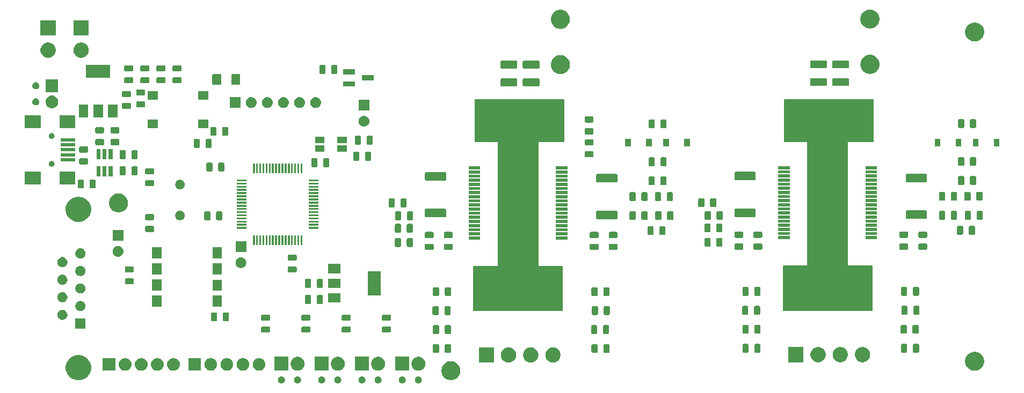
<source format=gbr>
G04 #@! TF.GenerationSoftware,KiCad,Pcbnew,(5.0.1-3-g963ef8bb5)*
G04 #@! TF.CreationDate,2019-04-01T14:08:33+02:00*
G04 #@! TF.ProjectId,Arm_stepper,41726D5F737465707065722E6B696361,rev?*
G04 #@! TF.SameCoordinates,Original*
G04 #@! TF.FileFunction,Soldermask,Top*
G04 #@! TF.FilePolarity,Negative*
%FSLAX46Y46*%
G04 Gerber Fmt 4.6, Leading zero omitted, Abs format (unit mm)*
G04 Created by KiCad (PCBNEW (5.0.1-3-g963ef8bb5)) date 2019 April 01, Monday 14:08:33*
%MOMM*%
%LPD*%
G01*
G04 APERTURE LIST*
%ADD10C,0.150000*%
%ADD11C,0.100000*%
G04 APERTURE END LIST*
D10*
G36*
X157810000Y-136960000D02*
X171810000Y-136960000D01*
X171810000Y-143960000D01*
X157810000Y-143960000D01*
X157810000Y-136960000D01*
G37*
X157810000Y-136960000D02*
X171810000Y-136960000D01*
X171810000Y-143960000D01*
X157810000Y-143960000D01*
X157810000Y-136960000D01*
G36*
X158030000Y-110704000D02*
X172000000Y-110704000D01*
X172000000Y-117308000D01*
X158030000Y-117308000D01*
X158030000Y-110704000D01*
G37*
X158030000Y-110704000D02*
X172000000Y-110704000D01*
X172000000Y-117308000D01*
X158030000Y-117308000D01*
X158030000Y-110704000D01*
G36*
X109220000Y-110744000D02*
X123190000Y-110744000D01*
X123190000Y-117348000D01*
X109220000Y-117348000D01*
X109220000Y-110744000D01*
G37*
X109220000Y-110744000D02*
X123190000Y-110744000D01*
X123190000Y-117348000D01*
X109220000Y-117348000D01*
X109220000Y-110744000D01*
G36*
X109000000Y-137000000D02*
X123000000Y-137000000D01*
X123000000Y-144000000D01*
X109000000Y-144000000D01*
X109000000Y-137000000D01*
G37*
X109000000Y-137000000D02*
X123000000Y-137000000D01*
X123000000Y-144000000D01*
X109000000Y-144000000D01*
X109000000Y-137000000D01*
D11*
G36*
X100450429Y-154411136D02*
X100550524Y-154452597D01*
X100640606Y-154512788D01*
X100717212Y-154589394D01*
X100777403Y-154679476D01*
X100818864Y-154779571D01*
X100840000Y-154885829D01*
X100840000Y-154994171D01*
X100818864Y-155100429D01*
X100777403Y-155200524D01*
X100717212Y-155290606D01*
X100640606Y-155367212D01*
X100550524Y-155427403D01*
X100450429Y-155468864D01*
X100344171Y-155490000D01*
X100235829Y-155490000D01*
X100129571Y-155468864D01*
X100029476Y-155427403D01*
X99939394Y-155367212D01*
X99862788Y-155290606D01*
X99802597Y-155200524D01*
X99761136Y-155100429D01*
X99740000Y-154994171D01*
X99740000Y-154885829D01*
X99761136Y-154779571D01*
X99802597Y-154679476D01*
X99862788Y-154589394D01*
X99939394Y-154512788D01*
X100029476Y-154452597D01*
X100129571Y-154411136D01*
X100235829Y-154390000D01*
X100344171Y-154390000D01*
X100450429Y-154411136D01*
X100450429Y-154411136D01*
G37*
G36*
X97910429Y-154411136D02*
X98010524Y-154452597D01*
X98100606Y-154512788D01*
X98177212Y-154589394D01*
X98237403Y-154679476D01*
X98278864Y-154779571D01*
X98300000Y-154885829D01*
X98300000Y-154994171D01*
X98278864Y-155100429D01*
X98237403Y-155200524D01*
X98177212Y-155290606D01*
X98100606Y-155367212D01*
X98010524Y-155427403D01*
X97910429Y-155468864D01*
X97804171Y-155490000D01*
X97695829Y-155490000D01*
X97589571Y-155468864D01*
X97489476Y-155427403D01*
X97399394Y-155367212D01*
X97322788Y-155290606D01*
X97262597Y-155200524D01*
X97221136Y-155100429D01*
X97200000Y-154994171D01*
X97200000Y-154885829D01*
X97221136Y-154779571D01*
X97262597Y-154679476D01*
X97322788Y-154589394D01*
X97399394Y-154512788D01*
X97489476Y-154452597D01*
X97589571Y-154411136D01*
X97695829Y-154390000D01*
X97804171Y-154390000D01*
X97910429Y-154411136D01*
X97910429Y-154411136D01*
G37*
G36*
X94100429Y-154411136D02*
X94200524Y-154452597D01*
X94290606Y-154512788D01*
X94367212Y-154589394D01*
X94427403Y-154679476D01*
X94468864Y-154779571D01*
X94490000Y-154885829D01*
X94490000Y-154994171D01*
X94468864Y-155100429D01*
X94427403Y-155200524D01*
X94367212Y-155290606D01*
X94290606Y-155367212D01*
X94200524Y-155427403D01*
X94100429Y-155468864D01*
X93994171Y-155490000D01*
X93885829Y-155490000D01*
X93779571Y-155468864D01*
X93679476Y-155427403D01*
X93589394Y-155367212D01*
X93512788Y-155290606D01*
X93452597Y-155200524D01*
X93411136Y-155100429D01*
X93390000Y-154994171D01*
X93390000Y-154885829D01*
X93411136Y-154779571D01*
X93452597Y-154679476D01*
X93512788Y-154589394D01*
X93589394Y-154512788D01*
X93679476Y-154452597D01*
X93779571Y-154411136D01*
X93885829Y-154390000D01*
X93994171Y-154390000D01*
X94100429Y-154411136D01*
X94100429Y-154411136D01*
G37*
G36*
X91560429Y-154411136D02*
X91660524Y-154452597D01*
X91750606Y-154512788D01*
X91827212Y-154589394D01*
X91887403Y-154679476D01*
X91928864Y-154779571D01*
X91950000Y-154885829D01*
X91950000Y-154994171D01*
X91928864Y-155100429D01*
X91887403Y-155200524D01*
X91827212Y-155290606D01*
X91750606Y-155367212D01*
X91660524Y-155427403D01*
X91560429Y-155468864D01*
X91454171Y-155490000D01*
X91345829Y-155490000D01*
X91239571Y-155468864D01*
X91139476Y-155427403D01*
X91049394Y-155367212D01*
X90972788Y-155290606D01*
X90912597Y-155200524D01*
X90871136Y-155100429D01*
X90850000Y-154994171D01*
X90850000Y-154885829D01*
X90871136Y-154779571D01*
X90912597Y-154679476D01*
X90972788Y-154589394D01*
X91049394Y-154512788D01*
X91139476Y-154452597D01*
X91239571Y-154411136D01*
X91345829Y-154390000D01*
X91454171Y-154390000D01*
X91560429Y-154411136D01*
X91560429Y-154411136D01*
G37*
G36*
X87750429Y-154411136D02*
X87850524Y-154452597D01*
X87940606Y-154512788D01*
X88017212Y-154589394D01*
X88077403Y-154679476D01*
X88118864Y-154779571D01*
X88140000Y-154885829D01*
X88140000Y-154994171D01*
X88118864Y-155100429D01*
X88077403Y-155200524D01*
X88017212Y-155290606D01*
X87940606Y-155367212D01*
X87850524Y-155427403D01*
X87750429Y-155468864D01*
X87644171Y-155490000D01*
X87535829Y-155490000D01*
X87429571Y-155468864D01*
X87329476Y-155427403D01*
X87239394Y-155367212D01*
X87162788Y-155290606D01*
X87102597Y-155200524D01*
X87061136Y-155100429D01*
X87040000Y-154994171D01*
X87040000Y-154885829D01*
X87061136Y-154779571D01*
X87102597Y-154679476D01*
X87162788Y-154589394D01*
X87239394Y-154512788D01*
X87329476Y-154452597D01*
X87429571Y-154411136D01*
X87535829Y-154390000D01*
X87644171Y-154390000D01*
X87750429Y-154411136D01*
X87750429Y-154411136D01*
G37*
G36*
X85210429Y-154411136D02*
X85310524Y-154452597D01*
X85400606Y-154512788D01*
X85477212Y-154589394D01*
X85537403Y-154679476D01*
X85578864Y-154779571D01*
X85600000Y-154885829D01*
X85600000Y-154994171D01*
X85578864Y-155100429D01*
X85537403Y-155200524D01*
X85477212Y-155290606D01*
X85400606Y-155367212D01*
X85310524Y-155427403D01*
X85210429Y-155468864D01*
X85104171Y-155490000D01*
X84995829Y-155490000D01*
X84889571Y-155468864D01*
X84789476Y-155427403D01*
X84699394Y-155367212D01*
X84622788Y-155290606D01*
X84562597Y-155200524D01*
X84521136Y-155100429D01*
X84500000Y-154994171D01*
X84500000Y-154885829D01*
X84521136Y-154779571D01*
X84562597Y-154679476D01*
X84622788Y-154589394D01*
X84699394Y-154512788D01*
X84789476Y-154452597D01*
X84889571Y-154411136D01*
X84995829Y-154390000D01*
X85104171Y-154390000D01*
X85210429Y-154411136D01*
X85210429Y-154411136D01*
G37*
G36*
X81400429Y-154411136D02*
X81500524Y-154452597D01*
X81590606Y-154512788D01*
X81667212Y-154589394D01*
X81727403Y-154679476D01*
X81768864Y-154779571D01*
X81790000Y-154885829D01*
X81790000Y-154994171D01*
X81768864Y-155100429D01*
X81727403Y-155200524D01*
X81667212Y-155290606D01*
X81590606Y-155367212D01*
X81500524Y-155427403D01*
X81400429Y-155468864D01*
X81294171Y-155490000D01*
X81185829Y-155490000D01*
X81079571Y-155468864D01*
X80979476Y-155427403D01*
X80889394Y-155367212D01*
X80812788Y-155290606D01*
X80752597Y-155200524D01*
X80711136Y-155100429D01*
X80690000Y-154994171D01*
X80690000Y-154885829D01*
X80711136Y-154779571D01*
X80752597Y-154679476D01*
X80812788Y-154589394D01*
X80889394Y-154512788D01*
X80979476Y-154452597D01*
X81079571Y-154411136D01*
X81185829Y-154390000D01*
X81294171Y-154390000D01*
X81400429Y-154411136D01*
X81400429Y-154411136D01*
G37*
G36*
X78860429Y-154411136D02*
X78960524Y-154452597D01*
X79050606Y-154512788D01*
X79127212Y-154589394D01*
X79187403Y-154679476D01*
X79228864Y-154779571D01*
X79250000Y-154885829D01*
X79250000Y-154994171D01*
X79228864Y-155100429D01*
X79187403Y-155200524D01*
X79127212Y-155290606D01*
X79050606Y-155367212D01*
X78960524Y-155427403D01*
X78860429Y-155468864D01*
X78754171Y-155490000D01*
X78645829Y-155490000D01*
X78539571Y-155468864D01*
X78439476Y-155427403D01*
X78349394Y-155367212D01*
X78272788Y-155290606D01*
X78212597Y-155200524D01*
X78171136Y-155100429D01*
X78150000Y-154994171D01*
X78150000Y-154885829D01*
X78171136Y-154779571D01*
X78212597Y-154679476D01*
X78272788Y-154589394D01*
X78349394Y-154512788D01*
X78439476Y-154452597D01*
X78539571Y-154411136D01*
X78645829Y-154390000D01*
X78754171Y-154390000D01*
X78860429Y-154411136D01*
X78860429Y-154411136D01*
G37*
G36*
X47273377Y-151086858D02*
X47486590Y-151175174D01*
X47637355Y-151237623D01*
X47805578Y-151350026D01*
X47964928Y-151456500D01*
X48243500Y-151735072D01*
X48316788Y-151844756D01*
X48462377Y-152062645D01*
X48469210Y-152079142D01*
X48613142Y-152426623D01*
X48690000Y-152813016D01*
X48690000Y-153206984D01*
X48613142Y-153593377D01*
X48590625Y-153647737D01*
X48462377Y-153957355D01*
X48316788Y-154175244D01*
X48243500Y-154284928D01*
X47964928Y-154563500D01*
X47855244Y-154636788D01*
X47637355Y-154782377D01*
X47486590Y-154844826D01*
X47273377Y-154933142D01*
X46886984Y-155010000D01*
X46493016Y-155010000D01*
X46106623Y-154933142D01*
X45893410Y-154844826D01*
X45742645Y-154782377D01*
X45524756Y-154636788D01*
X45415072Y-154563500D01*
X45136500Y-154284928D01*
X45063212Y-154175244D01*
X44917623Y-153957355D01*
X44789375Y-153647737D01*
X44766858Y-153593377D01*
X44690000Y-153206984D01*
X44690000Y-152813016D01*
X44766858Y-152426623D01*
X44910790Y-152079142D01*
X44917623Y-152062645D01*
X45063212Y-151844756D01*
X45136500Y-151735072D01*
X45415072Y-151456500D01*
X45574422Y-151350026D01*
X45742645Y-151237623D01*
X45893410Y-151175174D01*
X46106623Y-151086858D01*
X46493016Y-151010000D01*
X46886984Y-151010000D01*
X47273377Y-151086858D01*
X47273377Y-151086858D01*
G37*
G36*
X105837532Y-152057643D02*
X105837535Y-152057644D01*
X105837534Y-152057644D01*
X106110517Y-152170717D01*
X106250768Y-152264430D01*
X106356197Y-152334875D01*
X106565125Y-152543803D01*
X106635570Y-152649232D01*
X106729283Y-152789483D01*
X106798337Y-152956194D01*
X106842357Y-153062468D01*
X106900000Y-153352261D01*
X106900000Y-153647739D01*
X106842357Y-153937532D01*
X106842356Y-153937534D01*
X106729283Y-154210517D01*
X106635570Y-154350768D01*
X106565125Y-154456197D01*
X106356197Y-154665125D01*
X106250768Y-154735570D01*
X106110517Y-154829283D01*
X105884369Y-154922956D01*
X105837532Y-154942357D01*
X105547739Y-155000000D01*
X105252261Y-155000000D01*
X104962468Y-154942357D01*
X104915631Y-154922956D01*
X104689483Y-154829283D01*
X104549232Y-154735570D01*
X104443803Y-154665125D01*
X104234875Y-154456197D01*
X104164430Y-154350768D01*
X104070717Y-154210517D01*
X103957644Y-153937534D01*
X103957643Y-153937532D01*
X103900000Y-153647739D01*
X103900000Y-153352261D01*
X103957643Y-153062468D01*
X104001663Y-152956194D01*
X104070717Y-152789483D01*
X104164430Y-152649232D01*
X104234875Y-152543803D01*
X104443803Y-152334875D01*
X104549232Y-152264430D01*
X104689483Y-152170717D01*
X104962466Y-152057644D01*
X104962465Y-152057644D01*
X104962468Y-152057643D01*
X105252261Y-152000000D01*
X105547739Y-152000000D01*
X105837532Y-152057643D01*
X105837532Y-152057643D01*
G37*
G36*
X79800000Y-153500000D02*
X77600000Y-153500000D01*
X77600000Y-151300000D01*
X79800000Y-151300000D01*
X79800000Y-153500000D01*
X79800000Y-153500000D01*
G37*
G36*
X188437532Y-150557643D02*
X188437535Y-150557644D01*
X188437534Y-150557644D01*
X188710517Y-150670717D01*
X188850768Y-150764430D01*
X188956197Y-150834875D01*
X189165125Y-151043803D01*
X189214828Y-151118190D01*
X189329283Y-151289483D01*
X189416693Y-151500510D01*
X189442357Y-151562468D01*
X189500000Y-151852261D01*
X189500000Y-152147739D01*
X189442357Y-152437532D01*
X189442356Y-152437534D01*
X189329283Y-152710517D01*
X189260795Y-152813016D01*
X189165125Y-152956197D01*
X188956197Y-153165125D01*
X188850768Y-153235570D01*
X188710517Y-153329283D01*
X188484369Y-153422956D01*
X188437532Y-153442357D01*
X188147739Y-153500000D01*
X187852261Y-153500000D01*
X187562468Y-153442357D01*
X187515631Y-153422956D01*
X187289483Y-153329283D01*
X187149232Y-153235570D01*
X187043803Y-153165125D01*
X186834875Y-152956197D01*
X186739205Y-152813016D01*
X186670717Y-152710517D01*
X186557644Y-152437534D01*
X186557643Y-152437532D01*
X186500000Y-152147739D01*
X186500000Y-151852261D01*
X186557643Y-151562468D01*
X186583307Y-151500510D01*
X186670717Y-151289483D01*
X186785172Y-151118190D01*
X186834875Y-151043803D01*
X187043803Y-150834875D01*
X187149232Y-150764430D01*
X187289483Y-150670717D01*
X187562466Y-150557644D01*
X187562465Y-150557644D01*
X187562468Y-150557643D01*
X187852261Y-150500000D01*
X188147739Y-150500000D01*
X188437532Y-150557643D01*
X188437532Y-150557643D01*
G37*
G36*
X81560858Y-151342272D02*
X81702411Y-151400906D01*
X81761045Y-151425193D01*
X81807899Y-151456500D01*
X81941211Y-151545576D01*
X82094424Y-151698789D01*
X82094425Y-151698791D01*
X82214807Y-151878955D01*
X82214807Y-151878956D01*
X82297728Y-152079142D01*
X82340000Y-152291659D01*
X82340000Y-152508341D01*
X82297728Y-152720858D01*
X82269302Y-152789483D01*
X82214807Y-152921045D01*
X82191321Y-152956194D01*
X82094424Y-153101211D01*
X81941211Y-153254424D01*
X81880884Y-153294733D01*
X81761045Y-153374807D01*
X81702411Y-153399094D01*
X81560858Y-153457728D01*
X81348341Y-153500000D01*
X81131659Y-153500000D01*
X80919142Y-153457728D01*
X80777589Y-153399094D01*
X80718955Y-153374807D01*
X80599116Y-153294733D01*
X80538789Y-153254424D01*
X80385576Y-153101211D01*
X80288679Y-152956194D01*
X80265193Y-152921045D01*
X80210698Y-152789483D01*
X80182272Y-152720858D01*
X80140000Y-152508341D01*
X80140000Y-152291659D01*
X80182272Y-152079142D01*
X80265193Y-151878956D01*
X80265193Y-151878955D01*
X80385575Y-151698791D01*
X80385576Y-151698789D01*
X80538789Y-151545576D01*
X80672101Y-151456500D01*
X80718955Y-151425193D01*
X80777589Y-151400906D01*
X80919142Y-151342272D01*
X81131659Y-151300000D01*
X81348341Y-151300000D01*
X81560858Y-151342272D01*
X81560858Y-151342272D01*
G37*
G36*
X98850000Y-153500000D02*
X96650000Y-153500000D01*
X96650000Y-151300000D01*
X98850000Y-151300000D01*
X98850000Y-153500000D01*
X98850000Y-153500000D01*
G37*
G36*
X86150000Y-153500000D02*
X83950000Y-153500000D01*
X83950000Y-151300000D01*
X86150000Y-151300000D01*
X86150000Y-153500000D01*
X86150000Y-153500000D01*
G37*
G36*
X100610858Y-151342272D02*
X100752411Y-151400906D01*
X100811045Y-151425193D01*
X100857899Y-151456500D01*
X100991211Y-151545576D01*
X101144424Y-151698789D01*
X101144425Y-151698791D01*
X101264807Y-151878955D01*
X101264807Y-151878956D01*
X101347728Y-152079142D01*
X101390000Y-152291659D01*
X101390000Y-152508341D01*
X101347728Y-152720858D01*
X101319302Y-152789483D01*
X101264807Y-152921045D01*
X101241321Y-152956194D01*
X101144424Y-153101211D01*
X100991211Y-153254424D01*
X100930884Y-153294733D01*
X100811045Y-153374807D01*
X100752411Y-153399094D01*
X100610858Y-153457728D01*
X100398341Y-153500000D01*
X100181659Y-153500000D01*
X99969142Y-153457728D01*
X99827589Y-153399094D01*
X99768955Y-153374807D01*
X99649116Y-153294733D01*
X99588789Y-153254424D01*
X99435576Y-153101211D01*
X99338679Y-152956194D01*
X99315193Y-152921045D01*
X99260698Y-152789483D01*
X99232272Y-152720858D01*
X99190000Y-152508341D01*
X99190000Y-152291659D01*
X99232272Y-152079142D01*
X99315193Y-151878956D01*
X99315193Y-151878955D01*
X99435575Y-151698791D01*
X99435576Y-151698789D01*
X99588789Y-151545576D01*
X99722101Y-151456500D01*
X99768955Y-151425193D01*
X99827589Y-151400906D01*
X99969142Y-151342272D01*
X100181659Y-151300000D01*
X100398341Y-151300000D01*
X100610858Y-151342272D01*
X100610858Y-151342272D01*
G37*
G36*
X87910858Y-151342272D02*
X88052411Y-151400906D01*
X88111045Y-151425193D01*
X88157899Y-151456500D01*
X88291211Y-151545576D01*
X88444424Y-151698789D01*
X88444425Y-151698791D01*
X88564807Y-151878955D01*
X88564807Y-151878956D01*
X88647728Y-152079142D01*
X88690000Y-152291659D01*
X88690000Y-152508341D01*
X88647728Y-152720858D01*
X88619302Y-152789483D01*
X88564807Y-152921045D01*
X88541321Y-152956194D01*
X88444424Y-153101211D01*
X88291211Y-153254424D01*
X88230884Y-153294733D01*
X88111045Y-153374807D01*
X88052411Y-153399094D01*
X87910858Y-153457728D01*
X87698341Y-153500000D01*
X87481659Y-153500000D01*
X87269142Y-153457728D01*
X87127589Y-153399094D01*
X87068955Y-153374807D01*
X86949116Y-153294733D01*
X86888789Y-153254424D01*
X86735576Y-153101211D01*
X86638679Y-152956194D01*
X86615193Y-152921045D01*
X86560698Y-152789483D01*
X86532272Y-152720858D01*
X86490000Y-152508341D01*
X86490000Y-152291659D01*
X86532272Y-152079142D01*
X86615193Y-151878956D01*
X86615193Y-151878955D01*
X86735575Y-151698791D01*
X86735576Y-151698789D01*
X86888789Y-151545576D01*
X87022101Y-151456500D01*
X87068955Y-151425193D01*
X87127589Y-151400906D01*
X87269142Y-151342272D01*
X87481659Y-151300000D01*
X87698341Y-151300000D01*
X87910858Y-151342272D01*
X87910858Y-151342272D01*
G37*
G36*
X92500000Y-153500000D02*
X90300000Y-153500000D01*
X90300000Y-151300000D01*
X92500000Y-151300000D01*
X92500000Y-153500000D01*
X92500000Y-153500000D01*
G37*
G36*
X94260858Y-151342272D02*
X94402411Y-151400906D01*
X94461045Y-151425193D01*
X94507899Y-151456500D01*
X94641211Y-151545576D01*
X94794424Y-151698789D01*
X94794425Y-151698791D01*
X94914807Y-151878955D01*
X94914807Y-151878956D01*
X94997728Y-152079142D01*
X95040000Y-152291659D01*
X95040000Y-152508341D01*
X94997728Y-152720858D01*
X94969302Y-152789483D01*
X94914807Y-152921045D01*
X94891321Y-152956194D01*
X94794424Y-153101211D01*
X94641211Y-153254424D01*
X94580884Y-153294733D01*
X94461045Y-153374807D01*
X94402411Y-153399094D01*
X94260858Y-153457728D01*
X94048341Y-153500000D01*
X93831659Y-153500000D01*
X93619142Y-153457728D01*
X93477589Y-153399094D01*
X93418955Y-153374807D01*
X93299116Y-153294733D01*
X93238789Y-153254424D01*
X93085576Y-153101211D01*
X92988679Y-152956194D01*
X92965193Y-152921045D01*
X92910698Y-152789483D01*
X92882272Y-152720858D01*
X92840000Y-152508341D01*
X92840000Y-152291659D01*
X92882272Y-152079142D01*
X92965193Y-151878956D01*
X92965193Y-151878955D01*
X93085575Y-151698791D01*
X93085576Y-151698789D01*
X93238789Y-151545576D01*
X93372101Y-151456500D01*
X93418955Y-151425193D01*
X93477589Y-151400906D01*
X93619142Y-151342272D01*
X93831659Y-151300000D01*
X94048341Y-151300000D01*
X94260858Y-151342272D01*
X94260858Y-151342272D01*
G37*
G36*
X72815934Y-151514971D02*
X73004339Y-151572123D01*
X73122822Y-151635454D01*
X73177974Y-151664933D01*
X73330166Y-151789834D01*
X73414095Y-151892101D01*
X73455066Y-151942025D01*
X73547877Y-152115661D01*
X73605029Y-152304066D01*
X73624326Y-152500000D01*
X73605029Y-152695934D01*
X73547877Y-152884339D01*
X73484546Y-153002822D01*
X73455067Y-153057974D01*
X73330166Y-153210166D01*
X73177974Y-153335067D01*
X73145806Y-153352261D01*
X73004339Y-153427877D01*
X72815934Y-153485029D01*
X72669104Y-153499490D01*
X72570896Y-153499490D01*
X72424066Y-153485029D01*
X72235661Y-153427877D01*
X72094194Y-153352261D01*
X72062026Y-153335067D01*
X71909834Y-153210166D01*
X71784933Y-153057974D01*
X71755454Y-153002822D01*
X71692123Y-152884339D01*
X71634971Y-152695934D01*
X71615674Y-152500000D01*
X71634971Y-152304066D01*
X71692123Y-152115661D01*
X71784934Y-151942025D01*
X71825906Y-151892101D01*
X71909834Y-151789834D01*
X72062026Y-151664933D01*
X72117178Y-151635454D01*
X72235661Y-151572123D01*
X72424066Y-151514971D01*
X72570896Y-151500510D01*
X72669104Y-151500510D01*
X72815934Y-151514971D01*
X72815934Y-151514971D01*
G37*
G36*
X52499490Y-153499490D02*
X50500510Y-153499490D01*
X50500510Y-151500510D01*
X52499490Y-151500510D01*
X52499490Y-153499490D01*
X52499490Y-153499490D01*
G37*
G36*
X65999490Y-153499490D02*
X64000510Y-153499490D01*
X64000510Y-151500510D01*
X65999490Y-151500510D01*
X65999490Y-153499490D01*
X65999490Y-153499490D01*
G37*
G36*
X67735934Y-151514971D02*
X67924339Y-151572123D01*
X68042822Y-151635454D01*
X68097974Y-151664933D01*
X68250166Y-151789834D01*
X68334095Y-151892101D01*
X68375066Y-151942025D01*
X68467877Y-152115661D01*
X68525029Y-152304066D01*
X68544326Y-152500000D01*
X68525029Y-152695934D01*
X68467877Y-152884339D01*
X68404546Y-153002822D01*
X68375067Y-153057974D01*
X68250166Y-153210166D01*
X68097974Y-153335067D01*
X68065806Y-153352261D01*
X67924339Y-153427877D01*
X67735934Y-153485029D01*
X67589104Y-153499490D01*
X67490896Y-153499490D01*
X67344066Y-153485029D01*
X67155661Y-153427877D01*
X67014194Y-153352261D01*
X66982026Y-153335067D01*
X66829834Y-153210166D01*
X66704933Y-153057974D01*
X66675454Y-153002822D01*
X66612123Y-152884339D01*
X66554971Y-152695934D01*
X66535674Y-152500000D01*
X66554971Y-152304066D01*
X66612123Y-152115661D01*
X66704934Y-151942025D01*
X66745906Y-151892101D01*
X66829834Y-151789834D01*
X66982026Y-151664933D01*
X67037178Y-151635454D01*
X67155661Y-151572123D01*
X67344066Y-151514971D01*
X67490896Y-151500510D01*
X67589104Y-151500510D01*
X67735934Y-151514971D01*
X67735934Y-151514971D01*
G37*
G36*
X70275934Y-151514971D02*
X70464339Y-151572123D01*
X70582822Y-151635454D01*
X70637974Y-151664933D01*
X70790166Y-151789834D01*
X70874095Y-151892101D01*
X70915066Y-151942025D01*
X71007877Y-152115661D01*
X71065029Y-152304066D01*
X71084326Y-152500000D01*
X71065029Y-152695934D01*
X71007877Y-152884339D01*
X70944546Y-153002822D01*
X70915067Y-153057974D01*
X70790166Y-153210166D01*
X70637974Y-153335067D01*
X70605806Y-153352261D01*
X70464339Y-153427877D01*
X70275934Y-153485029D01*
X70129104Y-153499490D01*
X70030896Y-153499490D01*
X69884066Y-153485029D01*
X69695661Y-153427877D01*
X69554194Y-153352261D01*
X69522026Y-153335067D01*
X69369834Y-153210166D01*
X69244933Y-153057974D01*
X69215454Y-153002822D01*
X69152123Y-152884339D01*
X69094971Y-152695934D01*
X69075674Y-152500000D01*
X69094971Y-152304066D01*
X69152123Y-152115661D01*
X69244934Y-151942025D01*
X69285906Y-151892101D01*
X69369834Y-151789834D01*
X69522026Y-151664933D01*
X69577178Y-151635454D01*
X69695661Y-151572123D01*
X69884066Y-151514971D01*
X70030896Y-151500510D01*
X70129104Y-151500510D01*
X70275934Y-151514971D01*
X70275934Y-151514971D01*
G37*
G36*
X75355934Y-151514971D02*
X75544339Y-151572123D01*
X75662822Y-151635454D01*
X75717974Y-151664933D01*
X75870166Y-151789834D01*
X75954095Y-151892101D01*
X75995066Y-151942025D01*
X76087877Y-152115661D01*
X76145029Y-152304066D01*
X76164326Y-152500000D01*
X76145029Y-152695934D01*
X76087877Y-152884339D01*
X76024546Y-153002822D01*
X75995067Y-153057974D01*
X75870166Y-153210166D01*
X75717974Y-153335067D01*
X75685806Y-153352261D01*
X75544339Y-153427877D01*
X75355934Y-153485029D01*
X75209104Y-153499490D01*
X75110896Y-153499490D01*
X74964066Y-153485029D01*
X74775661Y-153427877D01*
X74634194Y-153352261D01*
X74602026Y-153335067D01*
X74449834Y-153210166D01*
X74324933Y-153057974D01*
X74295454Y-153002822D01*
X74232123Y-152884339D01*
X74174971Y-152695934D01*
X74155674Y-152500000D01*
X74174971Y-152304066D01*
X74232123Y-152115661D01*
X74324934Y-151942025D01*
X74365906Y-151892101D01*
X74449834Y-151789834D01*
X74602026Y-151664933D01*
X74657178Y-151635454D01*
X74775661Y-151572123D01*
X74964066Y-151514971D01*
X75110896Y-151500510D01*
X75209104Y-151500510D01*
X75355934Y-151514971D01*
X75355934Y-151514971D01*
G37*
G36*
X59315934Y-151514971D02*
X59504339Y-151572123D01*
X59622822Y-151635454D01*
X59677974Y-151664933D01*
X59830166Y-151789834D01*
X59914095Y-151892101D01*
X59955066Y-151942025D01*
X60047877Y-152115661D01*
X60105029Y-152304066D01*
X60124326Y-152500000D01*
X60105029Y-152695934D01*
X60047877Y-152884339D01*
X59984546Y-153002822D01*
X59955067Y-153057974D01*
X59830166Y-153210166D01*
X59677974Y-153335067D01*
X59645806Y-153352261D01*
X59504339Y-153427877D01*
X59315934Y-153485029D01*
X59169104Y-153499490D01*
X59070896Y-153499490D01*
X58924066Y-153485029D01*
X58735661Y-153427877D01*
X58594194Y-153352261D01*
X58562026Y-153335067D01*
X58409834Y-153210166D01*
X58284933Y-153057974D01*
X58255454Y-153002822D01*
X58192123Y-152884339D01*
X58134971Y-152695934D01*
X58115674Y-152500000D01*
X58134971Y-152304066D01*
X58192123Y-152115661D01*
X58284934Y-151942025D01*
X58325906Y-151892101D01*
X58409834Y-151789834D01*
X58562026Y-151664933D01*
X58617178Y-151635454D01*
X58735661Y-151572123D01*
X58924066Y-151514971D01*
X59070896Y-151500510D01*
X59169104Y-151500510D01*
X59315934Y-151514971D01*
X59315934Y-151514971D01*
G37*
G36*
X54235934Y-151514971D02*
X54424339Y-151572123D01*
X54542822Y-151635454D01*
X54597974Y-151664933D01*
X54750166Y-151789834D01*
X54834095Y-151892101D01*
X54875066Y-151942025D01*
X54967877Y-152115661D01*
X55025029Y-152304066D01*
X55044326Y-152500000D01*
X55025029Y-152695934D01*
X54967877Y-152884339D01*
X54904546Y-153002822D01*
X54875067Y-153057974D01*
X54750166Y-153210166D01*
X54597974Y-153335067D01*
X54565806Y-153352261D01*
X54424339Y-153427877D01*
X54235934Y-153485029D01*
X54089104Y-153499490D01*
X53990896Y-153499490D01*
X53844066Y-153485029D01*
X53655661Y-153427877D01*
X53514194Y-153352261D01*
X53482026Y-153335067D01*
X53329834Y-153210166D01*
X53204933Y-153057974D01*
X53175454Y-153002822D01*
X53112123Y-152884339D01*
X53054971Y-152695934D01*
X53035674Y-152500000D01*
X53054971Y-152304066D01*
X53112123Y-152115661D01*
X53204934Y-151942025D01*
X53245906Y-151892101D01*
X53329834Y-151789834D01*
X53482026Y-151664933D01*
X53537178Y-151635454D01*
X53655661Y-151572123D01*
X53844066Y-151514971D01*
X53990896Y-151500510D01*
X54089104Y-151500510D01*
X54235934Y-151514971D01*
X54235934Y-151514971D01*
G37*
G36*
X56775934Y-151514971D02*
X56964339Y-151572123D01*
X57082822Y-151635454D01*
X57137974Y-151664933D01*
X57290166Y-151789834D01*
X57374095Y-151892101D01*
X57415066Y-151942025D01*
X57507877Y-152115661D01*
X57565029Y-152304066D01*
X57584326Y-152500000D01*
X57565029Y-152695934D01*
X57507877Y-152884339D01*
X57444546Y-153002822D01*
X57415067Y-153057974D01*
X57290166Y-153210166D01*
X57137974Y-153335067D01*
X57105806Y-153352261D01*
X56964339Y-153427877D01*
X56775934Y-153485029D01*
X56629104Y-153499490D01*
X56530896Y-153499490D01*
X56384066Y-153485029D01*
X56195661Y-153427877D01*
X56054194Y-153352261D01*
X56022026Y-153335067D01*
X55869834Y-153210166D01*
X55744933Y-153057974D01*
X55715454Y-153002822D01*
X55652123Y-152884339D01*
X55594971Y-152695934D01*
X55575674Y-152500000D01*
X55594971Y-152304066D01*
X55652123Y-152115661D01*
X55744934Y-151942025D01*
X55785906Y-151892101D01*
X55869834Y-151789834D01*
X56022026Y-151664933D01*
X56077178Y-151635454D01*
X56195661Y-151572123D01*
X56384066Y-151514971D01*
X56530896Y-151500510D01*
X56629104Y-151500510D01*
X56775934Y-151514971D01*
X56775934Y-151514971D01*
G37*
G36*
X61855934Y-151514971D02*
X62044339Y-151572123D01*
X62162822Y-151635454D01*
X62217974Y-151664933D01*
X62370166Y-151789834D01*
X62454095Y-151892101D01*
X62495066Y-151942025D01*
X62587877Y-152115661D01*
X62645029Y-152304066D01*
X62664326Y-152500000D01*
X62645029Y-152695934D01*
X62587877Y-152884339D01*
X62524546Y-153002822D01*
X62495067Y-153057974D01*
X62370166Y-153210166D01*
X62217974Y-153335067D01*
X62185806Y-153352261D01*
X62044339Y-153427877D01*
X61855934Y-153485029D01*
X61709104Y-153499490D01*
X61610896Y-153499490D01*
X61464066Y-153485029D01*
X61275661Y-153427877D01*
X61134194Y-153352261D01*
X61102026Y-153335067D01*
X60949834Y-153210166D01*
X60824933Y-153057974D01*
X60795454Y-153002822D01*
X60732123Y-152884339D01*
X60674971Y-152695934D01*
X60655674Y-152500000D01*
X60674971Y-152304066D01*
X60732123Y-152115661D01*
X60824934Y-151942025D01*
X60865906Y-151892101D01*
X60949834Y-151789834D01*
X61102026Y-151664933D01*
X61157178Y-151635454D01*
X61275661Y-151572123D01*
X61464066Y-151514971D01*
X61610896Y-151500510D01*
X61709104Y-151500510D01*
X61855934Y-151514971D01*
X61855934Y-151514971D01*
G37*
G36*
X112200000Y-152200000D02*
X109800000Y-152200000D01*
X109800000Y-149800000D01*
X112200000Y-149800000D01*
X112200000Y-152200000D01*
X112200000Y-152200000D01*
G37*
G36*
X114850026Y-149846115D02*
X114959220Y-149891345D01*
X115068413Y-149936574D01*
X115264955Y-150067899D01*
X115432101Y-150235045D01*
X115563426Y-150431587D01*
X115585086Y-150483879D01*
X115653885Y-150649974D01*
X115700000Y-150881810D01*
X115700000Y-151118190D01*
X115653885Y-151350026D01*
X115609782Y-151456499D01*
X115563426Y-151568413D01*
X115432101Y-151764955D01*
X115264955Y-151932101D01*
X115068413Y-152063426D01*
X114959220Y-152108655D01*
X114850026Y-152153885D01*
X114618190Y-152200000D01*
X114381810Y-152200000D01*
X114149974Y-152153885D01*
X114040780Y-152108655D01*
X113931587Y-152063426D01*
X113735045Y-151932101D01*
X113567899Y-151764955D01*
X113436574Y-151568413D01*
X113390218Y-151456499D01*
X113346115Y-151350026D01*
X113300000Y-151118190D01*
X113300000Y-150881810D01*
X113346115Y-150649974D01*
X113414914Y-150483879D01*
X113436574Y-150431587D01*
X113567899Y-150235045D01*
X113735045Y-150067899D01*
X113931587Y-149936574D01*
X114040780Y-149891345D01*
X114149974Y-149846115D01*
X114381810Y-149800000D01*
X114618190Y-149800000D01*
X114850026Y-149846115D01*
X114850026Y-149846115D01*
G37*
G36*
X118350026Y-149846115D02*
X118459220Y-149891345D01*
X118568413Y-149936574D01*
X118764955Y-150067899D01*
X118932101Y-150235045D01*
X119063426Y-150431587D01*
X119085086Y-150483879D01*
X119153885Y-150649974D01*
X119200000Y-150881810D01*
X119200000Y-151118190D01*
X119153885Y-151350026D01*
X119109782Y-151456499D01*
X119063426Y-151568413D01*
X118932101Y-151764955D01*
X118764955Y-151932101D01*
X118568413Y-152063426D01*
X118459220Y-152108655D01*
X118350026Y-152153885D01*
X118118190Y-152200000D01*
X117881810Y-152200000D01*
X117649974Y-152153885D01*
X117540780Y-152108655D01*
X117431587Y-152063426D01*
X117235045Y-151932101D01*
X117067899Y-151764955D01*
X116936574Y-151568413D01*
X116890218Y-151456499D01*
X116846115Y-151350026D01*
X116800000Y-151118190D01*
X116800000Y-150881810D01*
X116846115Y-150649974D01*
X116914914Y-150483879D01*
X116936574Y-150431587D01*
X117067899Y-150235045D01*
X117235045Y-150067899D01*
X117431587Y-149936574D01*
X117540780Y-149891345D01*
X117649974Y-149846115D01*
X117881810Y-149800000D01*
X118118190Y-149800000D01*
X118350026Y-149846115D01*
X118350026Y-149846115D01*
G37*
G36*
X121850026Y-149846115D02*
X121959220Y-149891345D01*
X122068413Y-149936574D01*
X122264955Y-150067899D01*
X122432101Y-150235045D01*
X122563426Y-150431587D01*
X122585086Y-150483879D01*
X122653885Y-150649974D01*
X122700000Y-150881810D01*
X122700000Y-151118190D01*
X122653885Y-151350026D01*
X122609782Y-151456499D01*
X122563426Y-151568413D01*
X122432101Y-151764955D01*
X122264955Y-151932101D01*
X122068413Y-152063426D01*
X121959220Y-152108655D01*
X121850026Y-152153885D01*
X121618190Y-152200000D01*
X121381810Y-152200000D01*
X121149974Y-152153885D01*
X121040780Y-152108655D01*
X120931587Y-152063426D01*
X120735045Y-151932101D01*
X120567899Y-151764955D01*
X120436574Y-151568413D01*
X120390218Y-151456499D01*
X120346115Y-151350026D01*
X120300000Y-151118190D01*
X120300000Y-150881810D01*
X120346115Y-150649974D01*
X120414914Y-150483879D01*
X120436574Y-150431587D01*
X120567899Y-150235045D01*
X120735045Y-150067899D01*
X120931587Y-149936574D01*
X121040780Y-149891345D01*
X121149974Y-149846115D01*
X121381810Y-149800000D01*
X121618190Y-149800000D01*
X121850026Y-149846115D01*
X121850026Y-149846115D01*
G37*
G36*
X170660026Y-149806115D02*
X170756594Y-149846115D01*
X170878413Y-149896574D01*
X171074955Y-150027899D01*
X171242101Y-150195045D01*
X171373426Y-150391587D01*
X171400210Y-150456250D01*
X171463885Y-150609974D01*
X171510000Y-150841810D01*
X171510000Y-151078190D01*
X171463885Y-151310026D01*
X171447316Y-151350026D01*
X171373426Y-151528413D01*
X171242101Y-151724955D01*
X171074955Y-151892101D01*
X170878413Y-152023426D01*
X170795805Y-152057643D01*
X170660026Y-152113885D01*
X170428190Y-152160000D01*
X170191810Y-152160000D01*
X169959974Y-152113885D01*
X169824195Y-152057643D01*
X169741587Y-152023426D01*
X169545045Y-151892101D01*
X169377899Y-151724955D01*
X169246574Y-151528413D01*
X169172684Y-151350026D01*
X169156115Y-151310026D01*
X169110000Y-151078190D01*
X169110000Y-150841810D01*
X169156115Y-150609974D01*
X169219790Y-150456250D01*
X169246574Y-150391587D01*
X169377899Y-150195045D01*
X169545045Y-150027899D01*
X169741587Y-149896574D01*
X169863406Y-149846115D01*
X169959974Y-149806115D01*
X170191810Y-149760000D01*
X170428190Y-149760000D01*
X170660026Y-149806115D01*
X170660026Y-149806115D01*
G37*
G36*
X167160026Y-149806115D02*
X167256594Y-149846115D01*
X167378413Y-149896574D01*
X167574955Y-150027899D01*
X167742101Y-150195045D01*
X167873426Y-150391587D01*
X167900210Y-150456250D01*
X167963885Y-150609974D01*
X168010000Y-150841810D01*
X168010000Y-151078190D01*
X167963885Y-151310026D01*
X167947316Y-151350026D01*
X167873426Y-151528413D01*
X167742101Y-151724955D01*
X167574955Y-151892101D01*
X167378413Y-152023426D01*
X167295805Y-152057643D01*
X167160026Y-152113885D01*
X166928190Y-152160000D01*
X166691810Y-152160000D01*
X166459974Y-152113885D01*
X166324195Y-152057643D01*
X166241587Y-152023426D01*
X166045045Y-151892101D01*
X165877899Y-151724955D01*
X165746574Y-151528413D01*
X165672684Y-151350026D01*
X165656115Y-151310026D01*
X165610000Y-151078190D01*
X165610000Y-150841810D01*
X165656115Y-150609974D01*
X165719790Y-150456250D01*
X165746574Y-150391587D01*
X165877899Y-150195045D01*
X166045045Y-150027899D01*
X166241587Y-149896574D01*
X166363406Y-149846115D01*
X166459974Y-149806115D01*
X166691810Y-149760000D01*
X166928190Y-149760000D01*
X167160026Y-149806115D01*
X167160026Y-149806115D01*
G37*
G36*
X163660026Y-149806115D02*
X163756594Y-149846115D01*
X163878413Y-149896574D01*
X164074955Y-150027899D01*
X164242101Y-150195045D01*
X164373426Y-150391587D01*
X164400210Y-150456250D01*
X164463885Y-150609974D01*
X164510000Y-150841810D01*
X164510000Y-151078190D01*
X164463885Y-151310026D01*
X164447316Y-151350026D01*
X164373426Y-151528413D01*
X164242101Y-151724955D01*
X164074955Y-151892101D01*
X163878413Y-152023426D01*
X163795805Y-152057643D01*
X163660026Y-152113885D01*
X163428190Y-152160000D01*
X163191810Y-152160000D01*
X162959974Y-152113885D01*
X162824195Y-152057643D01*
X162741587Y-152023426D01*
X162545045Y-151892101D01*
X162377899Y-151724955D01*
X162246574Y-151528413D01*
X162172684Y-151350026D01*
X162156115Y-151310026D01*
X162110000Y-151078190D01*
X162110000Y-150841810D01*
X162156115Y-150609974D01*
X162219790Y-150456250D01*
X162246574Y-150391587D01*
X162377899Y-150195045D01*
X162545045Y-150027899D01*
X162741587Y-149896574D01*
X162863406Y-149846115D01*
X162959974Y-149806115D01*
X163191810Y-149760000D01*
X163428190Y-149760000D01*
X163660026Y-149806115D01*
X163660026Y-149806115D01*
G37*
G36*
X161010000Y-152160000D02*
X158610000Y-152160000D01*
X158610000Y-149760000D01*
X161010000Y-149760000D01*
X161010000Y-152160000D01*
X161010000Y-152160000D01*
G37*
G36*
X105248879Y-149304440D02*
X105289869Y-149316874D01*
X105327644Y-149337066D01*
X105360758Y-149364242D01*
X105387934Y-149397356D01*
X105408126Y-149435131D01*
X105420560Y-149476121D01*
X105425000Y-149521204D01*
X105425000Y-150478796D01*
X105420560Y-150523879D01*
X105408126Y-150564869D01*
X105387934Y-150602644D01*
X105360758Y-150635758D01*
X105327644Y-150662934D01*
X105289869Y-150683126D01*
X105248879Y-150695560D01*
X105203796Y-150700000D01*
X104671204Y-150700000D01*
X104626121Y-150695560D01*
X104585131Y-150683126D01*
X104547356Y-150662934D01*
X104514242Y-150635758D01*
X104487066Y-150602644D01*
X104466874Y-150564869D01*
X104454440Y-150523879D01*
X104450000Y-150478796D01*
X104450000Y-149521204D01*
X104454440Y-149476121D01*
X104466874Y-149435131D01*
X104487066Y-149397356D01*
X104514242Y-149364242D01*
X104547356Y-149337066D01*
X104585131Y-149316874D01*
X104626121Y-149304440D01*
X104671204Y-149300000D01*
X105203796Y-149300000D01*
X105248879Y-149304440D01*
X105248879Y-149304440D01*
G37*
G36*
X130248879Y-149304440D02*
X130289869Y-149316874D01*
X130327644Y-149337066D01*
X130360758Y-149364242D01*
X130387934Y-149397356D01*
X130408126Y-149435131D01*
X130420560Y-149476121D01*
X130425000Y-149521204D01*
X130425000Y-150478796D01*
X130420560Y-150523879D01*
X130408126Y-150564869D01*
X130387934Y-150602644D01*
X130360758Y-150635758D01*
X130327644Y-150662934D01*
X130289869Y-150683126D01*
X130248879Y-150695560D01*
X130203796Y-150700000D01*
X129671204Y-150700000D01*
X129626121Y-150695560D01*
X129585131Y-150683126D01*
X129547356Y-150662934D01*
X129514242Y-150635758D01*
X129487066Y-150602644D01*
X129466874Y-150564869D01*
X129454440Y-150523879D01*
X129450000Y-150478796D01*
X129450000Y-149521204D01*
X129454440Y-149476121D01*
X129466874Y-149435131D01*
X129487066Y-149397356D01*
X129514242Y-149364242D01*
X129547356Y-149337066D01*
X129585131Y-149316874D01*
X129626121Y-149304440D01*
X129671204Y-149300000D01*
X130203796Y-149300000D01*
X130248879Y-149304440D01*
X130248879Y-149304440D01*
G37*
G36*
X103373879Y-149304440D02*
X103414869Y-149316874D01*
X103452644Y-149337066D01*
X103485758Y-149364242D01*
X103512934Y-149397356D01*
X103533126Y-149435131D01*
X103545560Y-149476121D01*
X103550000Y-149521204D01*
X103550000Y-150478796D01*
X103545560Y-150523879D01*
X103533126Y-150564869D01*
X103512934Y-150602644D01*
X103485758Y-150635758D01*
X103452644Y-150662934D01*
X103414869Y-150683126D01*
X103373879Y-150695560D01*
X103328796Y-150700000D01*
X102796204Y-150700000D01*
X102751121Y-150695560D01*
X102710131Y-150683126D01*
X102672356Y-150662934D01*
X102639242Y-150635758D01*
X102612066Y-150602644D01*
X102591874Y-150564869D01*
X102579440Y-150523879D01*
X102575000Y-150478796D01*
X102575000Y-149521204D01*
X102579440Y-149476121D01*
X102591874Y-149435131D01*
X102612066Y-149397356D01*
X102639242Y-149364242D01*
X102672356Y-149337066D01*
X102710131Y-149316874D01*
X102751121Y-149304440D01*
X102796204Y-149300000D01*
X103328796Y-149300000D01*
X103373879Y-149304440D01*
X103373879Y-149304440D01*
G37*
G36*
X128373879Y-149304440D02*
X128414869Y-149316874D01*
X128452644Y-149337066D01*
X128485758Y-149364242D01*
X128512934Y-149397356D01*
X128533126Y-149435131D01*
X128545560Y-149476121D01*
X128550000Y-149521204D01*
X128550000Y-150478796D01*
X128545560Y-150523879D01*
X128533126Y-150564869D01*
X128512934Y-150602644D01*
X128485758Y-150635758D01*
X128452644Y-150662934D01*
X128414869Y-150683126D01*
X128373879Y-150695560D01*
X128328796Y-150700000D01*
X127796204Y-150700000D01*
X127751121Y-150695560D01*
X127710131Y-150683126D01*
X127672356Y-150662934D01*
X127639242Y-150635758D01*
X127612066Y-150602644D01*
X127591874Y-150564869D01*
X127579440Y-150523879D01*
X127575000Y-150478796D01*
X127575000Y-149521204D01*
X127579440Y-149476121D01*
X127591874Y-149435131D01*
X127612066Y-149397356D01*
X127639242Y-149364242D01*
X127672356Y-149337066D01*
X127710131Y-149316874D01*
X127751121Y-149304440D01*
X127796204Y-149300000D01*
X128328796Y-149300000D01*
X128373879Y-149304440D01*
X128373879Y-149304440D01*
G37*
G36*
X179058879Y-149264440D02*
X179099869Y-149276874D01*
X179137644Y-149297066D01*
X179170758Y-149324242D01*
X179197934Y-149357356D01*
X179218126Y-149395131D01*
X179230560Y-149436121D01*
X179235000Y-149481204D01*
X179235000Y-150438796D01*
X179230560Y-150483879D01*
X179218126Y-150524869D01*
X179197934Y-150562644D01*
X179170758Y-150595758D01*
X179137644Y-150622934D01*
X179099869Y-150643126D01*
X179058879Y-150655560D01*
X179013796Y-150660000D01*
X178481204Y-150660000D01*
X178436121Y-150655560D01*
X178395131Y-150643126D01*
X178357356Y-150622934D01*
X178324242Y-150595758D01*
X178297066Y-150562644D01*
X178276874Y-150524869D01*
X178264440Y-150483879D01*
X178260000Y-150438796D01*
X178260000Y-149481204D01*
X178264440Y-149436121D01*
X178276874Y-149395131D01*
X178297066Y-149357356D01*
X178324242Y-149324242D01*
X178357356Y-149297066D01*
X178395131Y-149276874D01*
X178436121Y-149264440D01*
X178481204Y-149260000D01*
X179013796Y-149260000D01*
X179058879Y-149264440D01*
X179058879Y-149264440D01*
G37*
G36*
X177183879Y-149264440D02*
X177224869Y-149276874D01*
X177262644Y-149297066D01*
X177295758Y-149324242D01*
X177322934Y-149357356D01*
X177343126Y-149395131D01*
X177355560Y-149436121D01*
X177360000Y-149481204D01*
X177360000Y-150438796D01*
X177355560Y-150483879D01*
X177343126Y-150524869D01*
X177322934Y-150562644D01*
X177295758Y-150595758D01*
X177262644Y-150622934D01*
X177224869Y-150643126D01*
X177183879Y-150655560D01*
X177138796Y-150660000D01*
X176606204Y-150660000D01*
X176561121Y-150655560D01*
X176520131Y-150643126D01*
X176482356Y-150622934D01*
X176449242Y-150595758D01*
X176422066Y-150562644D01*
X176401874Y-150524869D01*
X176389440Y-150483879D01*
X176385000Y-150438796D01*
X176385000Y-149481204D01*
X176389440Y-149436121D01*
X176401874Y-149395131D01*
X176422066Y-149357356D01*
X176449242Y-149324242D01*
X176482356Y-149297066D01*
X176520131Y-149276874D01*
X176561121Y-149264440D01*
X176606204Y-149260000D01*
X177138796Y-149260000D01*
X177183879Y-149264440D01*
X177183879Y-149264440D01*
G37*
G36*
X154058879Y-149264440D02*
X154099869Y-149276874D01*
X154137644Y-149297066D01*
X154170758Y-149324242D01*
X154197934Y-149357356D01*
X154218126Y-149395131D01*
X154230560Y-149436121D01*
X154235000Y-149481204D01*
X154235000Y-150438796D01*
X154230560Y-150483879D01*
X154218126Y-150524869D01*
X154197934Y-150562644D01*
X154170758Y-150595758D01*
X154137644Y-150622934D01*
X154099869Y-150643126D01*
X154058879Y-150655560D01*
X154013796Y-150660000D01*
X153481204Y-150660000D01*
X153436121Y-150655560D01*
X153395131Y-150643126D01*
X153357356Y-150622934D01*
X153324242Y-150595758D01*
X153297066Y-150562644D01*
X153276874Y-150524869D01*
X153264440Y-150483879D01*
X153260000Y-150438796D01*
X153260000Y-149481204D01*
X153264440Y-149436121D01*
X153276874Y-149395131D01*
X153297066Y-149357356D01*
X153324242Y-149324242D01*
X153357356Y-149297066D01*
X153395131Y-149276874D01*
X153436121Y-149264440D01*
X153481204Y-149260000D01*
X154013796Y-149260000D01*
X154058879Y-149264440D01*
X154058879Y-149264440D01*
G37*
G36*
X152183879Y-149264440D02*
X152224869Y-149276874D01*
X152262644Y-149297066D01*
X152295758Y-149324242D01*
X152322934Y-149357356D01*
X152343126Y-149395131D01*
X152355560Y-149436121D01*
X152360000Y-149481204D01*
X152360000Y-150438796D01*
X152355560Y-150483879D01*
X152343126Y-150524869D01*
X152322934Y-150562644D01*
X152295758Y-150595758D01*
X152262644Y-150622934D01*
X152224869Y-150643126D01*
X152183879Y-150655560D01*
X152138796Y-150660000D01*
X151606204Y-150660000D01*
X151561121Y-150655560D01*
X151520131Y-150643126D01*
X151482356Y-150622934D01*
X151449242Y-150595758D01*
X151422066Y-150562644D01*
X151401874Y-150524869D01*
X151389440Y-150483879D01*
X151385000Y-150438796D01*
X151385000Y-149481204D01*
X151389440Y-149436121D01*
X151401874Y-149395131D01*
X151422066Y-149357356D01*
X151449242Y-149324242D01*
X151482356Y-149297066D01*
X151520131Y-149276874D01*
X151561121Y-149264440D01*
X151606204Y-149260000D01*
X152138796Y-149260000D01*
X152183879Y-149264440D01*
X152183879Y-149264440D01*
G37*
G36*
X130186379Y-146304440D02*
X130227369Y-146316874D01*
X130265144Y-146337066D01*
X130298258Y-146364242D01*
X130325434Y-146397356D01*
X130345626Y-146435131D01*
X130358060Y-146476121D01*
X130362500Y-146521204D01*
X130362500Y-147478796D01*
X130358060Y-147523879D01*
X130345626Y-147564869D01*
X130325434Y-147602644D01*
X130298258Y-147635758D01*
X130265144Y-147662934D01*
X130227369Y-147683126D01*
X130186379Y-147695560D01*
X130141296Y-147700000D01*
X129608704Y-147700000D01*
X129563621Y-147695560D01*
X129522631Y-147683126D01*
X129484856Y-147662934D01*
X129451742Y-147635758D01*
X129424566Y-147602644D01*
X129404374Y-147564869D01*
X129391940Y-147523879D01*
X129387500Y-147478796D01*
X129387500Y-146521204D01*
X129391940Y-146476121D01*
X129404374Y-146435131D01*
X129424566Y-146397356D01*
X129451742Y-146364242D01*
X129484856Y-146337066D01*
X129522631Y-146316874D01*
X129563621Y-146304440D01*
X129608704Y-146300000D01*
X130141296Y-146300000D01*
X130186379Y-146304440D01*
X130186379Y-146304440D01*
G37*
G36*
X103373879Y-146304440D02*
X103414869Y-146316874D01*
X103452644Y-146337066D01*
X103485758Y-146364242D01*
X103512934Y-146397356D01*
X103533126Y-146435131D01*
X103545560Y-146476121D01*
X103550000Y-146521204D01*
X103550000Y-147478796D01*
X103545560Y-147523879D01*
X103533126Y-147564869D01*
X103512934Y-147602644D01*
X103485758Y-147635758D01*
X103452644Y-147662934D01*
X103414869Y-147683126D01*
X103373879Y-147695560D01*
X103328796Y-147700000D01*
X102796204Y-147700000D01*
X102751121Y-147695560D01*
X102710131Y-147683126D01*
X102672356Y-147662934D01*
X102639242Y-147635758D01*
X102612066Y-147602644D01*
X102591874Y-147564869D01*
X102579440Y-147523879D01*
X102575000Y-147478796D01*
X102575000Y-146521204D01*
X102579440Y-146476121D01*
X102591874Y-146435131D01*
X102612066Y-146397356D01*
X102639242Y-146364242D01*
X102672356Y-146337066D01*
X102710131Y-146316874D01*
X102751121Y-146304440D01*
X102796204Y-146300000D01*
X103328796Y-146300000D01*
X103373879Y-146304440D01*
X103373879Y-146304440D01*
G37*
G36*
X105248879Y-146304440D02*
X105289869Y-146316874D01*
X105327644Y-146337066D01*
X105360758Y-146364242D01*
X105387934Y-146397356D01*
X105408126Y-146435131D01*
X105420560Y-146476121D01*
X105425000Y-146521204D01*
X105425000Y-147478796D01*
X105420560Y-147523879D01*
X105408126Y-147564869D01*
X105387934Y-147602644D01*
X105360758Y-147635758D01*
X105327644Y-147662934D01*
X105289869Y-147683126D01*
X105248879Y-147695560D01*
X105203796Y-147700000D01*
X104671204Y-147700000D01*
X104626121Y-147695560D01*
X104585131Y-147683126D01*
X104547356Y-147662934D01*
X104514242Y-147635758D01*
X104487066Y-147602644D01*
X104466874Y-147564869D01*
X104454440Y-147523879D01*
X104450000Y-147478796D01*
X104450000Y-146521204D01*
X104454440Y-146476121D01*
X104466874Y-146435131D01*
X104487066Y-146397356D01*
X104514242Y-146364242D01*
X104547356Y-146337066D01*
X104585131Y-146316874D01*
X104626121Y-146304440D01*
X104671204Y-146300000D01*
X105203796Y-146300000D01*
X105248879Y-146304440D01*
X105248879Y-146304440D01*
G37*
G36*
X128311379Y-146304440D02*
X128352369Y-146316874D01*
X128390144Y-146337066D01*
X128423258Y-146364242D01*
X128450434Y-146397356D01*
X128470626Y-146435131D01*
X128483060Y-146476121D01*
X128487500Y-146521204D01*
X128487500Y-147478796D01*
X128483060Y-147523879D01*
X128470626Y-147564869D01*
X128450434Y-147602644D01*
X128423258Y-147635758D01*
X128390144Y-147662934D01*
X128352369Y-147683126D01*
X128311379Y-147695560D01*
X128266296Y-147700000D01*
X127733704Y-147700000D01*
X127688621Y-147695560D01*
X127647631Y-147683126D01*
X127609856Y-147662934D01*
X127576742Y-147635758D01*
X127549566Y-147602644D01*
X127529374Y-147564869D01*
X127516940Y-147523879D01*
X127512500Y-147478796D01*
X127512500Y-146521204D01*
X127516940Y-146476121D01*
X127529374Y-146435131D01*
X127549566Y-146397356D01*
X127576742Y-146364242D01*
X127609856Y-146337066D01*
X127647631Y-146316874D01*
X127688621Y-146304440D01*
X127733704Y-146300000D01*
X128266296Y-146300000D01*
X128311379Y-146304440D01*
X128311379Y-146304440D01*
G37*
G36*
X154058879Y-146264440D02*
X154099869Y-146276874D01*
X154137644Y-146297066D01*
X154170758Y-146324242D01*
X154197934Y-146357356D01*
X154218126Y-146395131D01*
X154230560Y-146436121D01*
X154235000Y-146481204D01*
X154235000Y-147438796D01*
X154230560Y-147483879D01*
X154218126Y-147524869D01*
X154197934Y-147562644D01*
X154170758Y-147595758D01*
X154137644Y-147622934D01*
X154099869Y-147643126D01*
X154058879Y-147655560D01*
X154013796Y-147660000D01*
X153481204Y-147660000D01*
X153436121Y-147655560D01*
X153395131Y-147643126D01*
X153357356Y-147622934D01*
X153324242Y-147595758D01*
X153297066Y-147562644D01*
X153276874Y-147524869D01*
X153264440Y-147483879D01*
X153260000Y-147438796D01*
X153260000Y-146481204D01*
X153264440Y-146436121D01*
X153276874Y-146395131D01*
X153297066Y-146357356D01*
X153324242Y-146324242D01*
X153357356Y-146297066D01*
X153395131Y-146276874D01*
X153436121Y-146264440D01*
X153481204Y-146260000D01*
X154013796Y-146260000D01*
X154058879Y-146264440D01*
X154058879Y-146264440D01*
G37*
G36*
X152183879Y-146264440D02*
X152224869Y-146276874D01*
X152262644Y-146297066D01*
X152295758Y-146324242D01*
X152322934Y-146357356D01*
X152343126Y-146395131D01*
X152355560Y-146436121D01*
X152360000Y-146481204D01*
X152360000Y-147438796D01*
X152355560Y-147483879D01*
X152343126Y-147524869D01*
X152322934Y-147562644D01*
X152295758Y-147595758D01*
X152262644Y-147622934D01*
X152224869Y-147643126D01*
X152183879Y-147655560D01*
X152138796Y-147660000D01*
X151606204Y-147660000D01*
X151561121Y-147655560D01*
X151520131Y-147643126D01*
X151482356Y-147622934D01*
X151449242Y-147595758D01*
X151422066Y-147562644D01*
X151401874Y-147524869D01*
X151389440Y-147483879D01*
X151385000Y-147438796D01*
X151385000Y-146481204D01*
X151389440Y-146436121D01*
X151401874Y-146395131D01*
X151422066Y-146357356D01*
X151449242Y-146324242D01*
X151482356Y-146297066D01*
X151520131Y-146276874D01*
X151561121Y-146264440D01*
X151606204Y-146260000D01*
X152138796Y-146260000D01*
X152183879Y-146264440D01*
X152183879Y-146264440D01*
G37*
G36*
X178996379Y-146264440D02*
X179037369Y-146276874D01*
X179075144Y-146297066D01*
X179108258Y-146324242D01*
X179135434Y-146357356D01*
X179155626Y-146395131D01*
X179168060Y-146436121D01*
X179172500Y-146481204D01*
X179172500Y-147438796D01*
X179168060Y-147483879D01*
X179155626Y-147524869D01*
X179135434Y-147562644D01*
X179108258Y-147595758D01*
X179075144Y-147622934D01*
X179037369Y-147643126D01*
X178996379Y-147655560D01*
X178951296Y-147660000D01*
X178418704Y-147660000D01*
X178373621Y-147655560D01*
X178332631Y-147643126D01*
X178294856Y-147622934D01*
X178261742Y-147595758D01*
X178234566Y-147562644D01*
X178214374Y-147524869D01*
X178201940Y-147483879D01*
X178197500Y-147438796D01*
X178197500Y-146481204D01*
X178201940Y-146436121D01*
X178214374Y-146395131D01*
X178234566Y-146357356D01*
X178261742Y-146324242D01*
X178294856Y-146297066D01*
X178332631Y-146276874D01*
X178373621Y-146264440D01*
X178418704Y-146260000D01*
X178951296Y-146260000D01*
X178996379Y-146264440D01*
X178996379Y-146264440D01*
G37*
G36*
X177121379Y-146264440D02*
X177162369Y-146276874D01*
X177200144Y-146297066D01*
X177233258Y-146324242D01*
X177260434Y-146357356D01*
X177280626Y-146395131D01*
X177293060Y-146436121D01*
X177297500Y-146481204D01*
X177297500Y-147438796D01*
X177293060Y-147483879D01*
X177280626Y-147524869D01*
X177260434Y-147562644D01*
X177233258Y-147595758D01*
X177200144Y-147622934D01*
X177162369Y-147643126D01*
X177121379Y-147655560D01*
X177076296Y-147660000D01*
X176543704Y-147660000D01*
X176498621Y-147655560D01*
X176457631Y-147643126D01*
X176419856Y-147622934D01*
X176386742Y-147595758D01*
X176359566Y-147562644D01*
X176339374Y-147524869D01*
X176326940Y-147483879D01*
X176322500Y-147438796D01*
X176322500Y-146481204D01*
X176326940Y-146436121D01*
X176339374Y-146395131D01*
X176359566Y-146357356D01*
X176386742Y-146324242D01*
X176419856Y-146297066D01*
X176457631Y-146276874D01*
X176498621Y-146264440D01*
X176543704Y-146260000D01*
X177076296Y-146260000D01*
X177121379Y-146264440D01*
X177121379Y-146264440D01*
G37*
G36*
X83073879Y-146504440D02*
X83114869Y-146516874D01*
X83152644Y-146537066D01*
X83185758Y-146564242D01*
X83212934Y-146597356D01*
X83233126Y-146635131D01*
X83245560Y-146676121D01*
X83250000Y-146721204D01*
X83250000Y-147253796D01*
X83245560Y-147298879D01*
X83233126Y-147339869D01*
X83212934Y-147377644D01*
X83185758Y-147410758D01*
X83152644Y-147437934D01*
X83114869Y-147458126D01*
X83073879Y-147470560D01*
X83028796Y-147475000D01*
X82071204Y-147475000D01*
X82026121Y-147470560D01*
X81985131Y-147458126D01*
X81947356Y-147437934D01*
X81914242Y-147410758D01*
X81887066Y-147377644D01*
X81866874Y-147339869D01*
X81854440Y-147298879D01*
X81850000Y-147253796D01*
X81850000Y-146721204D01*
X81854440Y-146676121D01*
X81866874Y-146635131D01*
X81887066Y-146597356D01*
X81914242Y-146564242D01*
X81947356Y-146537066D01*
X81985131Y-146516874D01*
X82026121Y-146504440D01*
X82071204Y-146500000D01*
X83028796Y-146500000D01*
X83073879Y-146504440D01*
X83073879Y-146504440D01*
G37*
G36*
X76723879Y-146504440D02*
X76764869Y-146516874D01*
X76802644Y-146537066D01*
X76835758Y-146564242D01*
X76862934Y-146597356D01*
X76883126Y-146635131D01*
X76895560Y-146676121D01*
X76900000Y-146721204D01*
X76900000Y-147253796D01*
X76895560Y-147298879D01*
X76883126Y-147339869D01*
X76862934Y-147377644D01*
X76835758Y-147410758D01*
X76802644Y-147437934D01*
X76764869Y-147458126D01*
X76723879Y-147470560D01*
X76678796Y-147475000D01*
X75721204Y-147475000D01*
X75676121Y-147470560D01*
X75635131Y-147458126D01*
X75597356Y-147437934D01*
X75564242Y-147410758D01*
X75537066Y-147377644D01*
X75516874Y-147339869D01*
X75504440Y-147298879D01*
X75500000Y-147253796D01*
X75500000Y-146721204D01*
X75504440Y-146676121D01*
X75516874Y-146635131D01*
X75537066Y-146597356D01*
X75564242Y-146564242D01*
X75597356Y-146537066D01*
X75635131Y-146516874D01*
X75676121Y-146504440D01*
X75721204Y-146500000D01*
X76678796Y-146500000D01*
X76723879Y-146504440D01*
X76723879Y-146504440D01*
G37*
G36*
X95773879Y-146504440D02*
X95814869Y-146516874D01*
X95852644Y-146537066D01*
X95885758Y-146564242D01*
X95912934Y-146597356D01*
X95933126Y-146635131D01*
X95945560Y-146676121D01*
X95950000Y-146721204D01*
X95950000Y-147253796D01*
X95945560Y-147298879D01*
X95933126Y-147339869D01*
X95912934Y-147377644D01*
X95885758Y-147410758D01*
X95852644Y-147437934D01*
X95814869Y-147458126D01*
X95773879Y-147470560D01*
X95728796Y-147475000D01*
X94771204Y-147475000D01*
X94726121Y-147470560D01*
X94685131Y-147458126D01*
X94647356Y-147437934D01*
X94614242Y-147410758D01*
X94587066Y-147377644D01*
X94566874Y-147339869D01*
X94554440Y-147298879D01*
X94550000Y-147253796D01*
X94550000Y-146721204D01*
X94554440Y-146676121D01*
X94566874Y-146635131D01*
X94587066Y-146597356D01*
X94614242Y-146564242D01*
X94647356Y-146537066D01*
X94685131Y-146516874D01*
X94726121Y-146504440D01*
X94771204Y-146500000D01*
X95728796Y-146500000D01*
X95773879Y-146504440D01*
X95773879Y-146504440D01*
G37*
G36*
X89423879Y-146504440D02*
X89464869Y-146516874D01*
X89502644Y-146537066D01*
X89535758Y-146564242D01*
X89562934Y-146597356D01*
X89583126Y-146635131D01*
X89595560Y-146676121D01*
X89600000Y-146721204D01*
X89600000Y-147253796D01*
X89595560Y-147298879D01*
X89583126Y-147339869D01*
X89562934Y-147377644D01*
X89535758Y-147410758D01*
X89502644Y-147437934D01*
X89464869Y-147458126D01*
X89423879Y-147470560D01*
X89378796Y-147475000D01*
X88421204Y-147475000D01*
X88376121Y-147470560D01*
X88335131Y-147458126D01*
X88297356Y-147437934D01*
X88264242Y-147410758D01*
X88237066Y-147377644D01*
X88216874Y-147339869D01*
X88204440Y-147298879D01*
X88200000Y-147253796D01*
X88200000Y-146721204D01*
X88204440Y-146676121D01*
X88216874Y-146635131D01*
X88237066Y-146597356D01*
X88264242Y-146564242D01*
X88297356Y-146537066D01*
X88335131Y-146516874D01*
X88376121Y-146504440D01*
X88421204Y-146500000D01*
X89378796Y-146500000D01*
X89423879Y-146504440D01*
X89423879Y-146504440D01*
G37*
G36*
X47790000Y-146850000D02*
X46190000Y-146850000D01*
X46190000Y-145250000D01*
X47790000Y-145250000D01*
X47790000Y-146850000D01*
X47790000Y-146850000D01*
G37*
G36*
X68375519Y-144297800D02*
X68416509Y-144310234D01*
X68454284Y-144330426D01*
X68487398Y-144357602D01*
X68514574Y-144390716D01*
X68534766Y-144428491D01*
X68547200Y-144469481D01*
X68551640Y-144514564D01*
X68551640Y-145472156D01*
X68547200Y-145517239D01*
X68534766Y-145558229D01*
X68514574Y-145596004D01*
X68487398Y-145629118D01*
X68454284Y-145656294D01*
X68416509Y-145676486D01*
X68375519Y-145688920D01*
X68330436Y-145693360D01*
X67797844Y-145693360D01*
X67752761Y-145688920D01*
X67711771Y-145676486D01*
X67673996Y-145656294D01*
X67640882Y-145629118D01*
X67613706Y-145596004D01*
X67593514Y-145558229D01*
X67581080Y-145517239D01*
X67576640Y-145472156D01*
X67576640Y-144514564D01*
X67581080Y-144469481D01*
X67593514Y-144428491D01*
X67613706Y-144390716D01*
X67640882Y-144357602D01*
X67673996Y-144330426D01*
X67711771Y-144310234D01*
X67752761Y-144297800D01*
X67797844Y-144293360D01*
X68330436Y-144293360D01*
X68375519Y-144297800D01*
X68375519Y-144297800D01*
G37*
G36*
X70250519Y-144297800D02*
X70291509Y-144310234D01*
X70329284Y-144330426D01*
X70362398Y-144357602D01*
X70389574Y-144390716D01*
X70409766Y-144428491D01*
X70422200Y-144469481D01*
X70426640Y-144514564D01*
X70426640Y-145472156D01*
X70422200Y-145517239D01*
X70409766Y-145558229D01*
X70389574Y-145596004D01*
X70362398Y-145629118D01*
X70329284Y-145656294D01*
X70291509Y-145676486D01*
X70250519Y-145688920D01*
X70205436Y-145693360D01*
X69672844Y-145693360D01*
X69627761Y-145688920D01*
X69586771Y-145676486D01*
X69548996Y-145656294D01*
X69515882Y-145629118D01*
X69488706Y-145596004D01*
X69468514Y-145558229D01*
X69456080Y-145517239D01*
X69451640Y-145472156D01*
X69451640Y-144514564D01*
X69456080Y-144469481D01*
X69468514Y-144428491D01*
X69488706Y-144390716D01*
X69515882Y-144357602D01*
X69548996Y-144330426D01*
X69586771Y-144310234D01*
X69627761Y-144297800D01*
X69672844Y-144293360D01*
X70205436Y-144293360D01*
X70250519Y-144297800D01*
X70250519Y-144297800D01*
G37*
G36*
X83073879Y-144629440D02*
X83114869Y-144641874D01*
X83152644Y-144662066D01*
X83185758Y-144689242D01*
X83212934Y-144722356D01*
X83233126Y-144760131D01*
X83245560Y-144801121D01*
X83250000Y-144846204D01*
X83250000Y-145378796D01*
X83245560Y-145423879D01*
X83233126Y-145464869D01*
X83212934Y-145502644D01*
X83185758Y-145535758D01*
X83152644Y-145562934D01*
X83114869Y-145583126D01*
X83073879Y-145595560D01*
X83028796Y-145600000D01*
X82071204Y-145600000D01*
X82026121Y-145595560D01*
X81985131Y-145583126D01*
X81947356Y-145562934D01*
X81914242Y-145535758D01*
X81887066Y-145502644D01*
X81866874Y-145464869D01*
X81854440Y-145423879D01*
X81850000Y-145378796D01*
X81850000Y-144846204D01*
X81854440Y-144801121D01*
X81866874Y-144760131D01*
X81887066Y-144722356D01*
X81914242Y-144689242D01*
X81947356Y-144662066D01*
X81985131Y-144641874D01*
X82026121Y-144629440D01*
X82071204Y-144625000D01*
X83028796Y-144625000D01*
X83073879Y-144629440D01*
X83073879Y-144629440D01*
G37*
G36*
X76723879Y-144629440D02*
X76764869Y-144641874D01*
X76802644Y-144662066D01*
X76835758Y-144689242D01*
X76862934Y-144722356D01*
X76883126Y-144760131D01*
X76895560Y-144801121D01*
X76900000Y-144846204D01*
X76900000Y-145378796D01*
X76895560Y-145423879D01*
X76883126Y-145464869D01*
X76862934Y-145502644D01*
X76835758Y-145535758D01*
X76802644Y-145562934D01*
X76764869Y-145583126D01*
X76723879Y-145595560D01*
X76678796Y-145600000D01*
X75721204Y-145600000D01*
X75676121Y-145595560D01*
X75635131Y-145583126D01*
X75597356Y-145562934D01*
X75564242Y-145535758D01*
X75537066Y-145502644D01*
X75516874Y-145464869D01*
X75504440Y-145423879D01*
X75500000Y-145378796D01*
X75500000Y-144846204D01*
X75504440Y-144801121D01*
X75516874Y-144760131D01*
X75537066Y-144722356D01*
X75564242Y-144689242D01*
X75597356Y-144662066D01*
X75635131Y-144641874D01*
X75676121Y-144629440D01*
X75721204Y-144625000D01*
X76678796Y-144625000D01*
X76723879Y-144629440D01*
X76723879Y-144629440D01*
G37*
G36*
X89423879Y-144629440D02*
X89464869Y-144641874D01*
X89502644Y-144662066D01*
X89535758Y-144689242D01*
X89562934Y-144722356D01*
X89583126Y-144760131D01*
X89595560Y-144801121D01*
X89600000Y-144846204D01*
X89600000Y-145378796D01*
X89595560Y-145423879D01*
X89583126Y-145464869D01*
X89562934Y-145502644D01*
X89535758Y-145535758D01*
X89502644Y-145562934D01*
X89464869Y-145583126D01*
X89423879Y-145595560D01*
X89378796Y-145600000D01*
X88421204Y-145600000D01*
X88376121Y-145595560D01*
X88335131Y-145583126D01*
X88297356Y-145562934D01*
X88264242Y-145535758D01*
X88237066Y-145502644D01*
X88216874Y-145464869D01*
X88204440Y-145423879D01*
X88200000Y-145378796D01*
X88200000Y-144846204D01*
X88204440Y-144801121D01*
X88216874Y-144760131D01*
X88237066Y-144722356D01*
X88264242Y-144689242D01*
X88297356Y-144662066D01*
X88335131Y-144641874D01*
X88376121Y-144629440D01*
X88421204Y-144625000D01*
X89378796Y-144625000D01*
X89423879Y-144629440D01*
X89423879Y-144629440D01*
G37*
G36*
X95773879Y-144629440D02*
X95814869Y-144641874D01*
X95852644Y-144662066D01*
X95885758Y-144689242D01*
X95912934Y-144722356D01*
X95933126Y-144760131D01*
X95945560Y-144801121D01*
X95950000Y-144846204D01*
X95950000Y-145378796D01*
X95945560Y-145423879D01*
X95933126Y-145464869D01*
X95912934Y-145502644D01*
X95885758Y-145535758D01*
X95852644Y-145562934D01*
X95814869Y-145583126D01*
X95773879Y-145595560D01*
X95728796Y-145600000D01*
X94771204Y-145600000D01*
X94726121Y-145595560D01*
X94685131Y-145583126D01*
X94647356Y-145562934D01*
X94614242Y-145535758D01*
X94587066Y-145502644D01*
X94566874Y-145464869D01*
X94554440Y-145423879D01*
X94550000Y-145378796D01*
X94550000Y-144846204D01*
X94554440Y-144801121D01*
X94566874Y-144760131D01*
X94587066Y-144722356D01*
X94614242Y-144689242D01*
X94647356Y-144662066D01*
X94685131Y-144641874D01*
X94726121Y-144629440D01*
X94771204Y-144625000D01*
X95728796Y-144625000D01*
X95773879Y-144629440D01*
X95773879Y-144629440D01*
G37*
G36*
X44383351Y-143895743D02*
X44528942Y-143956049D01*
X44578183Y-143988951D01*
X44659973Y-144043601D01*
X44771399Y-144155027D01*
X44771401Y-144155030D01*
X44858951Y-144286058D01*
X44917949Y-144428491D01*
X44919257Y-144431649D01*
X44942705Y-144549529D01*
X44950000Y-144586207D01*
X44950000Y-144743793D01*
X44919257Y-144898351D01*
X44858951Y-145043942D01*
X44771989Y-145174090D01*
X44771399Y-145174973D01*
X44659973Y-145286399D01*
X44659970Y-145286401D01*
X44528942Y-145373951D01*
X44383351Y-145434257D01*
X44228794Y-145465000D01*
X44071206Y-145465000D01*
X43916649Y-145434257D01*
X43771058Y-145373951D01*
X43640030Y-145286401D01*
X43640027Y-145286399D01*
X43528601Y-145174973D01*
X43528011Y-145174090D01*
X43441049Y-145043942D01*
X43380743Y-144898351D01*
X43350000Y-144743793D01*
X43350000Y-144586207D01*
X43357296Y-144549529D01*
X43380743Y-144431649D01*
X43382051Y-144428491D01*
X43441049Y-144286058D01*
X43528599Y-144155030D01*
X43528601Y-144155027D01*
X43640027Y-144043601D01*
X43721817Y-143988951D01*
X43771058Y-143956049D01*
X43916649Y-143895743D01*
X44071206Y-143865000D01*
X44228794Y-143865000D01*
X44383351Y-143895743D01*
X44383351Y-143895743D01*
G37*
G36*
X128436379Y-143304440D02*
X128477369Y-143316874D01*
X128515144Y-143337066D01*
X128548258Y-143364242D01*
X128575434Y-143397356D01*
X128595626Y-143435131D01*
X128608060Y-143476121D01*
X128612500Y-143521204D01*
X128612500Y-144478796D01*
X128608060Y-144523879D01*
X128595626Y-144564869D01*
X128575434Y-144602644D01*
X128548258Y-144635758D01*
X128515144Y-144662934D01*
X128477369Y-144683126D01*
X128436379Y-144695560D01*
X128391296Y-144700000D01*
X127858704Y-144700000D01*
X127813621Y-144695560D01*
X127772631Y-144683126D01*
X127734856Y-144662934D01*
X127701742Y-144635758D01*
X127674566Y-144602644D01*
X127654374Y-144564869D01*
X127641940Y-144523879D01*
X127637500Y-144478796D01*
X127637500Y-143521204D01*
X127641940Y-143476121D01*
X127654374Y-143435131D01*
X127674566Y-143397356D01*
X127701742Y-143364242D01*
X127734856Y-143337066D01*
X127772631Y-143316874D01*
X127813621Y-143304440D01*
X127858704Y-143300000D01*
X128391296Y-143300000D01*
X128436379Y-143304440D01*
X128436379Y-143304440D01*
G37*
G36*
X130311379Y-143304440D02*
X130352369Y-143316874D01*
X130390144Y-143337066D01*
X130423258Y-143364242D01*
X130450434Y-143397356D01*
X130470626Y-143435131D01*
X130483060Y-143476121D01*
X130487500Y-143521204D01*
X130487500Y-144478796D01*
X130483060Y-144523879D01*
X130470626Y-144564869D01*
X130450434Y-144602644D01*
X130423258Y-144635758D01*
X130390144Y-144662934D01*
X130352369Y-144683126D01*
X130311379Y-144695560D01*
X130266296Y-144700000D01*
X129733704Y-144700000D01*
X129688621Y-144695560D01*
X129647631Y-144683126D01*
X129609856Y-144662934D01*
X129576742Y-144635758D01*
X129549566Y-144602644D01*
X129529374Y-144564869D01*
X129516940Y-144523879D01*
X129512500Y-144478796D01*
X129512500Y-143521204D01*
X129516940Y-143476121D01*
X129529374Y-143435131D01*
X129549566Y-143397356D01*
X129576742Y-143364242D01*
X129609856Y-143337066D01*
X129647631Y-143316874D01*
X129688621Y-143304440D01*
X129733704Y-143300000D01*
X130266296Y-143300000D01*
X130311379Y-143304440D01*
X130311379Y-143304440D01*
G37*
G36*
X103311379Y-143304440D02*
X103352369Y-143316874D01*
X103390144Y-143337066D01*
X103423258Y-143364242D01*
X103450434Y-143397356D01*
X103470626Y-143435131D01*
X103483060Y-143476121D01*
X103487500Y-143521204D01*
X103487500Y-144478796D01*
X103483060Y-144523879D01*
X103470626Y-144564869D01*
X103450434Y-144602644D01*
X103423258Y-144635758D01*
X103390144Y-144662934D01*
X103352369Y-144683126D01*
X103311379Y-144695560D01*
X103266296Y-144700000D01*
X102733704Y-144700000D01*
X102688621Y-144695560D01*
X102647631Y-144683126D01*
X102609856Y-144662934D01*
X102576742Y-144635758D01*
X102549566Y-144602644D01*
X102529374Y-144564869D01*
X102516940Y-144523879D01*
X102512500Y-144478796D01*
X102512500Y-143521204D01*
X102516940Y-143476121D01*
X102529374Y-143435131D01*
X102549566Y-143397356D01*
X102576742Y-143364242D01*
X102609856Y-143337066D01*
X102647631Y-143316874D01*
X102688621Y-143304440D01*
X102733704Y-143300000D01*
X103266296Y-143300000D01*
X103311379Y-143304440D01*
X103311379Y-143304440D01*
G37*
G36*
X105186379Y-143304440D02*
X105227369Y-143316874D01*
X105265144Y-143337066D01*
X105298258Y-143364242D01*
X105325434Y-143397356D01*
X105345626Y-143435131D01*
X105358060Y-143476121D01*
X105362500Y-143521204D01*
X105362500Y-144478796D01*
X105358060Y-144523879D01*
X105345626Y-144564869D01*
X105325434Y-144602644D01*
X105298258Y-144635758D01*
X105265144Y-144662934D01*
X105227369Y-144683126D01*
X105186379Y-144695560D01*
X105141296Y-144700000D01*
X104608704Y-144700000D01*
X104563621Y-144695560D01*
X104522631Y-144683126D01*
X104484856Y-144662934D01*
X104451742Y-144635758D01*
X104424566Y-144602644D01*
X104404374Y-144564869D01*
X104391940Y-144523879D01*
X104387500Y-144478796D01*
X104387500Y-143521204D01*
X104391940Y-143476121D01*
X104404374Y-143435131D01*
X104424566Y-143397356D01*
X104451742Y-143364242D01*
X104484856Y-143337066D01*
X104522631Y-143316874D01*
X104563621Y-143304440D01*
X104608704Y-143300000D01*
X105141296Y-143300000D01*
X105186379Y-143304440D01*
X105186379Y-143304440D01*
G37*
G36*
X179121379Y-143264440D02*
X179162369Y-143276874D01*
X179200144Y-143297066D01*
X179233258Y-143324242D01*
X179260434Y-143357356D01*
X179280626Y-143395131D01*
X179293060Y-143436121D01*
X179297500Y-143481204D01*
X179297500Y-144438796D01*
X179293060Y-144483879D01*
X179280626Y-144524869D01*
X179260434Y-144562644D01*
X179233258Y-144595758D01*
X179200144Y-144622934D01*
X179162369Y-144643126D01*
X179121379Y-144655560D01*
X179076296Y-144660000D01*
X178543704Y-144660000D01*
X178498621Y-144655560D01*
X178457631Y-144643126D01*
X178419856Y-144622934D01*
X178386742Y-144595758D01*
X178359566Y-144562644D01*
X178339374Y-144524869D01*
X178326940Y-144483879D01*
X178322500Y-144438796D01*
X178322500Y-143481204D01*
X178326940Y-143436121D01*
X178339374Y-143395131D01*
X178359566Y-143357356D01*
X178386742Y-143324242D01*
X178419856Y-143297066D01*
X178457631Y-143276874D01*
X178498621Y-143264440D01*
X178543704Y-143260000D01*
X179076296Y-143260000D01*
X179121379Y-143264440D01*
X179121379Y-143264440D01*
G37*
G36*
X177246379Y-143264440D02*
X177287369Y-143276874D01*
X177325144Y-143297066D01*
X177358258Y-143324242D01*
X177385434Y-143357356D01*
X177405626Y-143395131D01*
X177418060Y-143436121D01*
X177422500Y-143481204D01*
X177422500Y-144438796D01*
X177418060Y-144483879D01*
X177405626Y-144524869D01*
X177385434Y-144562644D01*
X177358258Y-144595758D01*
X177325144Y-144622934D01*
X177287369Y-144643126D01*
X177246379Y-144655560D01*
X177201296Y-144660000D01*
X176668704Y-144660000D01*
X176623621Y-144655560D01*
X176582631Y-144643126D01*
X176544856Y-144622934D01*
X176511742Y-144595758D01*
X176484566Y-144562644D01*
X176464374Y-144524869D01*
X176451940Y-144483879D01*
X176447500Y-144438796D01*
X176447500Y-143481204D01*
X176451940Y-143436121D01*
X176464374Y-143395131D01*
X176484566Y-143357356D01*
X176511742Y-143324242D01*
X176544856Y-143297066D01*
X176582631Y-143276874D01*
X176623621Y-143264440D01*
X176668704Y-143260000D01*
X177201296Y-143260000D01*
X177246379Y-143264440D01*
X177246379Y-143264440D01*
G37*
G36*
X153996379Y-143264440D02*
X154037369Y-143276874D01*
X154075144Y-143297066D01*
X154108258Y-143324242D01*
X154135434Y-143357356D01*
X154155626Y-143395131D01*
X154168060Y-143436121D01*
X154172500Y-143481204D01*
X154172500Y-144438796D01*
X154168060Y-144483879D01*
X154155626Y-144524869D01*
X154135434Y-144562644D01*
X154108258Y-144595758D01*
X154075144Y-144622934D01*
X154037369Y-144643126D01*
X153996379Y-144655560D01*
X153951296Y-144660000D01*
X153418704Y-144660000D01*
X153373621Y-144655560D01*
X153332631Y-144643126D01*
X153294856Y-144622934D01*
X153261742Y-144595758D01*
X153234566Y-144562644D01*
X153214374Y-144524869D01*
X153201940Y-144483879D01*
X153197500Y-144438796D01*
X153197500Y-143481204D01*
X153201940Y-143436121D01*
X153214374Y-143395131D01*
X153234566Y-143357356D01*
X153261742Y-143324242D01*
X153294856Y-143297066D01*
X153332631Y-143276874D01*
X153373621Y-143264440D01*
X153418704Y-143260000D01*
X153951296Y-143260000D01*
X153996379Y-143264440D01*
X153996379Y-143264440D01*
G37*
G36*
X152121379Y-143264440D02*
X152162369Y-143276874D01*
X152200144Y-143297066D01*
X152233258Y-143324242D01*
X152260434Y-143357356D01*
X152280626Y-143395131D01*
X152293060Y-143436121D01*
X152297500Y-143481204D01*
X152297500Y-144438796D01*
X152293060Y-144483879D01*
X152280626Y-144524869D01*
X152260434Y-144562644D01*
X152233258Y-144595758D01*
X152200144Y-144622934D01*
X152162369Y-144643126D01*
X152121379Y-144655560D01*
X152076296Y-144660000D01*
X151543704Y-144660000D01*
X151498621Y-144655560D01*
X151457631Y-144643126D01*
X151419856Y-144622934D01*
X151386742Y-144595758D01*
X151359566Y-144562644D01*
X151339374Y-144524869D01*
X151326940Y-144483879D01*
X151322500Y-144438796D01*
X151322500Y-143481204D01*
X151326940Y-143436121D01*
X151339374Y-143395131D01*
X151359566Y-143357356D01*
X151386742Y-143324242D01*
X151419856Y-143297066D01*
X151457631Y-143276874D01*
X151498621Y-143264440D01*
X151543704Y-143260000D01*
X152076296Y-143260000D01*
X152121379Y-143264440D01*
X152121379Y-143264440D01*
G37*
G36*
X47223351Y-142510743D02*
X47368942Y-142571049D01*
X47418183Y-142603951D01*
X47499973Y-142658601D01*
X47611399Y-142770027D01*
X47611401Y-142770030D01*
X47698951Y-142901058D01*
X47698951Y-142901059D01*
X47759257Y-143046649D01*
X47790000Y-143201206D01*
X47790000Y-143358794D01*
X47766662Y-143476121D01*
X47759257Y-143513351D01*
X47698951Y-143658942D01*
X47611989Y-143789090D01*
X47611399Y-143789973D01*
X47499973Y-143901399D01*
X47499970Y-143901401D01*
X47368942Y-143988951D01*
X47237006Y-144043601D01*
X47223351Y-144049257D01*
X47068794Y-144080000D01*
X46911206Y-144080000D01*
X46756649Y-144049257D01*
X46742994Y-144043601D01*
X46611058Y-143988951D01*
X46480030Y-143901401D01*
X46480027Y-143901399D01*
X46368601Y-143789973D01*
X46368011Y-143789090D01*
X46281049Y-143658942D01*
X46220743Y-143513351D01*
X46213338Y-143476121D01*
X46190000Y-143358794D01*
X46190000Y-143201206D01*
X46220743Y-143046649D01*
X46281049Y-142901059D01*
X46281049Y-142901058D01*
X46368599Y-142770030D01*
X46368601Y-142770027D01*
X46480027Y-142658601D01*
X46561817Y-142603951D01*
X46611058Y-142571049D01*
X46756649Y-142510743D01*
X46911206Y-142480000D01*
X47068794Y-142480000D01*
X47223351Y-142510743D01*
X47223351Y-142510743D01*
G37*
G36*
X59804800Y-143424640D02*
X58284800Y-143424640D01*
X58284800Y-141644640D01*
X59804800Y-141644640D01*
X59804800Y-143424640D01*
X59804800Y-143424640D01*
G37*
G36*
X69324800Y-143424640D02*
X67804800Y-143424640D01*
X67804800Y-141644640D01*
X69324800Y-141644640D01*
X69324800Y-143424640D01*
X69324800Y-143424640D01*
G37*
G36*
X85068879Y-141544440D02*
X85109869Y-141556874D01*
X85147644Y-141577066D01*
X85180758Y-141604242D01*
X85207934Y-141637356D01*
X85228126Y-141675131D01*
X85240560Y-141716121D01*
X85245000Y-141761204D01*
X85245000Y-142718796D01*
X85240560Y-142763879D01*
X85228126Y-142804869D01*
X85207934Y-142842644D01*
X85180758Y-142875758D01*
X85147644Y-142902934D01*
X85109869Y-142923126D01*
X85068879Y-142935560D01*
X85023796Y-142940000D01*
X84491204Y-142940000D01*
X84446121Y-142935560D01*
X84405131Y-142923126D01*
X84367356Y-142902934D01*
X84334242Y-142875758D01*
X84307066Y-142842644D01*
X84286874Y-142804869D01*
X84274440Y-142763879D01*
X84270000Y-142718796D01*
X84270000Y-141761204D01*
X84274440Y-141716121D01*
X84286874Y-141675131D01*
X84307066Y-141637356D01*
X84334242Y-141604242D01*
X84367356Y-141577066D01*
X84405131Y-141556874D01*
X84446121Y-141544440D01*
X84491204Y-141540000D01*
X85023796Y-141540000D01*
X85068879Y-141544440D01*
X85068879Y-141544440D01*
G37*
G36*
X83193879Y-141544440D02*
X83234869Y-141556874D01*
X83272644Y-141577066D01*
X83305758Y-141604242D01*
X83332934Y-141637356D01*
X83353126Y-141675131D01*
X83365560Y-141716121D01*
X83370000Y-141761204D01*
X83370000Y-142718796D01*
X83365560Y-142763879D01*
X83353126Y-142804869D01*
X83332934Y-142842644D01*
X83305758Y-142875758D01*
X83272644Y-142902934D01*
X83234869Y-142923126D01*
X83193879Y-142935560D01*
X83148796Y-142940000D01*
X82616204Y-142940000D01*
X82571121Y-142935560D01*
X82530131Y-142923126D01*
X82492356Y-142902934D01*
X82459242Y-142875758D01*
X82432066Y-142842644D01*
X82411874Y-142804869D01*
X82399440Y-142763879D01*
X82395000Y-142718796D01*
X82395000Y-141761204D01*
X82399440Y-141716121D01*
X82411874Y-141675131D01*
X82432066Y-141637356D01*
X82459242Y-141604242D01*
X82492356Y-141577066D01*
X82530131Y-141556874D01*
X82571121Y-141544440D01*
X82616204Y-141540000D01*
X83148796Y-141540000D01*
X83193879Y-141544440D01*
X83193879Y-141544440D01*
G37*
G36*
X88020000Y-142750000D02*
X86020000Y-142750000D01*
X86020000Y-141250000D01*
X88020000Y-141250000D01*
X88020000Y-142750000D01*
X88020000Y-142750000D01*
G37*
G36*
X44383351Y-141125743D02*
X44528942Y-141186049D01*
X44659090Y-141273011D01*
X44659973Y-141273601D01*
X44771399Y-141385027D01*
X44771401Y-141385030D01*
X44858951Y-141516058D01*
X44909194Y-141637356D01*
X44919257Y-141661649D01*
X44939060Y-141761204D01*
X44950000Y-141816207D01*
X44950000Y-141973793D01*
X44919257Y-142128351D01*
X44858951Y-142273942D01*
X44771989Y-142404090D01*
X44771399Y-142404973D01*
X44659973Y-142516399D01*
X44659970Y-142516401D01*
X44528942Y-142603951D01*
X44397006Y-142658601D01*
X44383351Y-142664257D01*
X44228794Y-142695000D01*
X44071206Y-142695000D01*
X43916649Y-142664257D01*
X43902994Y-142658601D01*
X43771058Y-142603951D01*
X43640030Y-142516401D01*
X43640027Y-142516399D01*
X43528601Y-142404973D01*
X43528011Y-142404090D01*
X43441049Y-142273942D01*
X43380743Y-142128351D01*
X43350000Y-141973793D01*
X43350000Y-141816207D01*
X43360941Y-141761204D01*
X43380743Y-141661649D01*
X43390806Y-141637356D01*
X43441049Y-141516058D01*
X43528599Y-141385030D01*
X43528601Y-141385027D01*
X43640027Y-141273601D01*
X43640910Y-141273011D01*
X43771058Y-141186049D01*
X43916649Y-141125743D01*
X44071206Y-141095000D01*
X44228794Y-141095000D01*
X44383351Y-141125743D01*
X44383351Y-141125743D01*
G37*
G36*
X130248879Y-140304440D02*
X130289869Y-140316874D01*
X130327644Y-140337066D01*
X130360758Y-140364242D01*
X130387934Y-140397356D01*
X130408126Y-140435131D01*
X130420560Y-140476121D01*
X130425000Y-140521204D01*
X130425000Y-141478796D01*
X130420560Y-141523879D01*
X130408126Y-141564869D01*
X130387934Y-141602644D01*
X130360758Y-141635758D01*
X130327644Y-141662934D01*
X130289869Y-141683126D01*
X130248879Y-141695560D01*
X130203796Y-141700000D01*
X129671204Y-141700000D01*
X129626121Y-141695560D01*
X129585131Y-141683126D01*
X129547356Y-141662934D01*
X129514242Y-141635758D01*
X129487066Y-141602644D01*
X129466874Y-141564869D01*
X129454440Y-141523879D01*
X129450000Y-141478796D01*
X129450000Y-140521204D01*
X129454440Y-140476121D01*
X129466874Y-140435131D01*
X129487066Y-140397356D01*
X129514242Y-140364242D01*
X129547356Y-140337066D01*
X129585131Y-140316874D01*
X129626121Y-140304440D01*
X129671204Y-140300000D01*
X130203796Y-140300000D01*
X130248879Y-140304440D01*
X130248879Y-140304440D01*
G37*
G36*
X103373879Y-140304440D02*
X103414869Y-140316874D01*
X103452644Y-140337066D01*
X103485758Y-140364242D01*
X103512934Y-140397356D01*
X103533126Y-140435131D01*
X103545560Y-140476121D01*
X103550000Y-140521204D01*
X103550000Y-141478796D01*
X103545560Y-141523879D01*
X103533126Y-141564869D01*
X103512934Y-141602644D01*
X103485758Y-141635758D01*
X103452644Y-141662934D01*
X103414869Y-141683126D01*
X103373879Y-141695560D01*
X103328796Y-141700000D01*
X102796204Y-141700000D01*
X102751121Y-141695560D01*
X102710131Y-141683126D01*
X102672356Y-141662934D01*
X102639242Y-141635758D01*
X102612066Y-141602644D01*
X102591874Y-141564869D01*
X102579440Y-141523879D01*
X102575000Y-141478796D01*
X102575000Y-140521204D01*
X102579440Y-140476121D01*
X102591874Y-140435131D01*
X102612066Y-140397356D01*
X102639242Y-140364242D01*
X102672356Y-140337066D01*
X102710131Y-140316874D01*
X102751121Y-140304440D01*
X102796204Y-140300000D01*
X103328796Y-140300000D01*
X103373879Y-140304440D01*
X103373879Y-140304440D01*
G37*
G36*
X105248879Y-140304440D02*
X105289869Y-140316874D01*
X105327644Y-140337066D01*
X105360758Y-140364242D01*
X105387934Y-140397356D01*
X105408126Y-140435131D01*
X105420560Y-140476121D01*
X105425000Y-140521204D01*
X105425000Y-141478796D01*
X105420560Y-141523879D01*
X105408126Y-141564869D01*
X105387934Y-141602644D01*
X105360758Y-141635758D01*
X105327644Y-141662934D01*
X105289869Y-141683126D01*
X105248879Y-141695560D01*
X105203796Y-141700000D01*
X104671204Y-141700000D01*
X104626121Y-141695560D01*
X104585131Y-141683126D01*
X104547356Y-141662934D01*
X104514242Y-141635758D01*
X104487066Y-141602644D01*
X104466874Y-141564869D01*
X104454440Y-141523879D01*
X104450000Y-141478796D01*
X104450000Y-140521204D01*
X104454440Y-140476121D01*
X104466874Y-140435131D01*
X104487066Y-140397356D01*
X104514242Y-140364242D01*
X104547356Y-140337066D01*
X104585131Y-140316874D01*
X104626121Y-140304440D01*
X104671204Y-140300000D01*
X105203796Y-140300000D01*
X105248879Y-140304440D01*
X105248879Y-140304440D01*
G37*
G36*
X128373879Y-140304440D02*
X128414869Y-140316874D01*
X128452644Y-140337066D01*
X128485758Y-140364242D01*
X128512934Y-140397356D01*
X128533126Y-140435131D01*
X128545560Y-140476121D01*
X128550000Y-140521204D01*
X128550000Y-141478796D01*
X128545560Y-141523879D01*
X128533126Y-141564869D01*
X128512934Y-141602644D01*
X128485758Y-141635758D01*
X128452644Y-141662934D01*
X128414869Y-141683126D01*
X128373879Y-141695560D01*
X128328796Y-141700000D01*
X127796204Y-141700000D01*
X127751121Y-141695560D01*
X127710131Y-141683126D01*
X127672356Y-141662934D01*
X127639242Y-141635758D01*
X127612066Y-141602644D01*
X127591874Y-141564869D01*
X127579440Y-141523879D01*
X127575000Y-141478796D01*
X127575000Y-140521204D01*
X127579440Y-140476121D01*
X127591874Y-140435131D01*
X127612066Y-140397356D01*
X127639242Y-140364242D01*
X127672356Y-140337066D01*
X127710131Y-140316874D01*
X127751121Y-140304440D01*
X127796204Y-140300000D01*
X128328796Y-140300000D01*
X128373879Y-140304440D01*
X128373879Y-140304440D01*
G37*
G36*
X179058879Y-140264440D02*
X179099869Y-140276874D01*
X179137644Y-140297066D01*
X179170758Y-140324242D01*
X179197934Y-140357356D01*
X179218126Y-140395131D01*
X179230560Y-140436121D01*
X179235000Y-140481204D01*
X179235000Y-141438796D01*
X179230560Y-141483879D01*
X179218126Y-141524869D01*
X179197934Y-141562644D01*
X179170758Y-141595758D01*
X179137644Y-141622934D01*
X179099869Y-141643126D01*
X179058879Y-141655560D01*
X179013796Y-141660000D01*
X178481204Y-141660000D01*
X178436121Y-141655560D01*
X178395131Y-141643126D01*
X178357356Y-141622934D01*
X178324242Y-141595758D01*
X178297066Y-141562644D01*
X178276874Y-141524869D01*
X178264440Y-141483879D01*
X178260000Y-141438796D01*
X178260000Y-140481204D01*
X178264440Y-140436121D01*
X178276874Y-140395131D01*
X178297066Y-140357356D01*
X178324242Y-140324242D01*
X178357356Y-140297066D01*
X178395131Y-140276874D01*
X178436121Y-140264440D01*
X178481204Y-140260000D01*
X179013796Y-140260000D01*
X179058879Y-140264440D01*
X179058879Y-140264440D01*
G37*
G36*
X177183879Y-140264440D02*
X177224869Y-140276874D01*
X177262644Y-140297066D01*
X177295758Y-140324242D01*
X177322934Y-140357356D01*
X177343126Y-140395131D01*
X177355560Y-140436121D01*
X177360000Y-140481204D01*
X177360000Y-141438796D01*
X177355560Y-141483879D01*
X177343126Y-141524869D01*
X177322934Y-141562644D01*
X177295758Y-141595758D01*
X177262644Y-141622934D01*
X177224869Y-141643126D01*
X177183879Y-141655560D01*
X177138796Y-141660000D01*
X176606204Y-141660000D01*
X176561121Y-141655560D01*
X176520131Y-141643126D01*
X176482356Y-141622934D01*
X176449242Y-141595758D01*
X176422066Y-141562644D01*
X176401874Y-141524869D01*
X176389440Y-141483879D01*
X176385000Y-141438796D01*
X176385000Y-140481204D01*
X176389440Y-140436121D01*
X176401874Y-140395131D01*
X176422066Y-140357356D01*
X176449242Y-140324242D01*
X176482356Y-140297066D01*
X176520131Y-140276874D01*
X176561121Y-140264440D01*
X176606204Y-140260000D01*
X177138796Y-140260000D01*
X177183879Y-140264440D01*
X177183879Y-140264440D01*
G37*
G36*
X154058879Y-140264440D02*
X154099869Y-140276874D01*
X154137644Y-140297066D01*
X154170758Y-140324242D01*
X154197934Y-140357356D01*
X154218126Y-140395131D01*
X154230560Y-140436121D01*
X154235000Y-140481204D01*
X154235000Y-141438796D01*
X154230560Y-141483879D01*
X154218126Y-141524869D01*
X154197934Y-141562644D01*
X154170758Y-141595758D01*
X154137644Y-141622934D01*
X154099869Y-141643126D01*
X154058879Y-141655560D01*
X154013796Y-141660000D01*
X153481204Y-141660000D01*
X153436121Y-141655560D01*
X153395131Y-141643126D01*
X153357356Y-141622934D01*
X153324242Y-141595758D01*
X153297066Y-141562644D01*
X153276874Y-141524869D01*
X153264440Y-141483879D01*
X153260000Y-141438796D01*
X153260000Y-140481204D01*
X153264440Y-140436121D01*
X153276874Y-140395131D01*
X153297066Y-140357356D01*
X153324242Y-140324242D01*
X153357356Y-140297066D01*
X153395131Y-140276874D01*
X153436121Y-140264440D01*
X153481204Y-140260000D01*
X154013796Y-140260000D01*
X154058879Y-140264440D01*
X154058879Y-140264440D01*
G37*
G36*
X152183879Y-140264440D02*
X152224869Y-140276874D01*
X152262644Y-140297066D01*
X152295758Y-140324242D01*
X152322934Y-140357356D01*
X152343126Y-140395131D01*
X152355560Y-140436121D01*
X152360000Y-140481204D01*
X152360000Y-141438796D01*
X152355560Y-141483879D01*
X152343126Y-141524869D01*
X152322934Y-141562644D01*
X152295758Y-141595758D01*
X152262644Y-141622934D01*
X152224869Y-141643126D01*
X152183879Y-141655560D01*
X152138796Y-141660000D01*
X151606204Y-141660000D01*
X151561121Y-141655560D01*
X151520131Y-141643126D01*
X151482356Y-141622934D01*
X151449242Y-141595758D01*
X151422066Y-141562644D01*
X151401874Y-141524869D01*
X151389440Y-141483879D01*
X151385000Y-141438796D01*
X151385000Y-140481204D01*
X151389440Y-140436121D01*
X151401874Y-140395131D01*
X151422066Y-140357356D01*
X151449242Y-140324242D01*
X151482356Y-140297066D01*
X151520131Y-140276874D01*
X151561121Y-140264440D01*
X151606204Y-140260000D01*
X152138796Y-140260000D01*
X152183879Y-140264440D01*
X152183879Y-140264440D01*
G37*
G36*
X94320000Y-141600000D02*
X92320000Y-141600000D01*
X92320000Y-137800000D01*
X94320000Y-137800000D01*
X94320000Y-141600000D01*
X94320000Y-141600000D01*
G37*
G36*
X47118409Y-139719869D02*
X47223351Y-139740743D01*
X47368942Y-139801049D01*
X47449685Y-139855000D01*
X47499973Y-139888601D01*
X47611399Y-140000027D01*
X47611401Y-140000030D01*
X47698951Y-140131058D01*
X47698951Y-140131059D01*
X47759257Y-140276649D01*
X47785876Y-140410471D01*
X47790000Y-140431207D01*
X47790000Y-140588793D01*
X47759257Y-140743351D01*
X47698951Y-140888942D01*
X47611989Y-141019090D01*
X47611399Y-141019973D01*
X47499973Y-141131399D01*
X47499970Y-141131401D01*
X47368942Y-141218951D01*
X47237006Y-141273601D01*
X47223351Y-141279257D01*
X47068794Y-141310000D01*
X46911206Y-141310000D01*
X46756649Y-141279257D01*
X46742994Y-141273601D01*
X46611058Y-141218951D01*
X46480030Y-141131401D01*
X46480027Y-141131399D01*
X46368601Y-141019973D01*
X46368011Y-141019090D01*
X46281049Y-140888942D01*
X46220743Y-140743351D01*
X46190000Y-140588793D01*
X46190000Y-140431207D01*
X46194125Y-140410471D01*
X46220743Y-140276649D01*
X46281049Y-140131059D01*
X46281049Y-140131058D01*
X46368599Y-140000030D01*
X46368601Y-140000027D01*
X46480027Y-139888601D01*
X46530315Y-139855000D01*
X46611058Y-139801049D01*
X46756649Y-139740743D01*
X46861591Y-139719869D01*
X46911206Y-139710000D01*
X47068794Y-139710000D01*
X47118409Y-139719869D01*
X47118409Y-139719869D01*
G37*
G36*
X59804800Y-140884640D02*
X58284800Y-140884640D01*
X58284800Y-139104640D01*
X59804800Y-139104640D01*
X59804800Y-140884640D01*
X59804800Y-140884640D01*
G37*
G36*
X69324800Y-140869640D02*
X67804800Y-140869640D01*
X67804800Y-139119640D01*
X69324800Y-139119640D01*
X69324800Y-140869640D01*
X69324800Y-140869640D01*
G37*
G36*
X88020000Y-140450000D02*
X86020000Y-140450000D01*
X86020000Y-138950000D01*
X88020000Y-138950000D01*
X88020000Y-140450000D01*
X88020000Y-140450000D01*
G37*
G36*
X83193879Y-139004440D02*
X83234869Y-139016874D01*
X83272644Y-139037066D01*
X83305758Y-139064242D01*
X83332934Y-139097356D01*
X83353126Y-139135131D01*
X83365560Y-139176121D01*
X83370000Y-139221204D01*
X83370000Y-140178796D01*
X83365560Y-140223879D01*
X83353126Y-140264869D01*
X83332934Y-140302644D01*
X83305758Y-140335758D01*
X83272644Y-140362934D01*
X83234869Y-140383126D01*
X83193879Y-140395560D01*
X83148796Y-140400000D01*
X82616204Y-140400000D01*
X82571121Y-140395560D01*
X82530131Y-140383126D01*
X82492356Y-140362934D01*
X82459242Y-140335758D01*
X82432066Y-140302644D01*
X82411874Y-140264869D01*
X82399440Y-140223879D01*
X82395000Y-140178796D01*
X82395000Y-139221204D01*
X82399440Y-139176121D01*
X82411874Y-139135131D01*
X82432066Y-139097356D01*
X82459242Y-139064242D01*
X82492356Y-139037066D01*
X82530131Y-139016874D01*
X82571121Y-139004440D01*
X82616204Y-139000000D01*
X83148796Y-139000000D01*
X83193879Y-139004440D01*
X83193879Y-139004440D01*
G37*
G36*
X85068879Y-139004440D02*
X85109869Y-139016874D01*
X85147644Y-139037066D01*
X85180758Y-139064242D01*
X85207934Y-139097356D01*
X85228126Y-139135131D01*
X85240560Y-139176121D01*
X85245000Y-139221204D01*
X85245000Y-140178796D01*
X85240560Y-140223879D01*
X85228126Y-140264869D01*
X85207934Y-140302644D01*
X85180758Y-140335758D01*
X85147644Y-140362934D01*
X85109869Y-140383126D01*
X85068879Y-140395560D01*
X85023796Y-140400000D01*
X84491204Y-140400000D01*
X84446121Y-140395560D01*
X84405131Y-140383126D01*
X84367356Y-140362934D01*
X84334242Y-140335758D01*
X84307066Y-140302644D01*
X84286874Y-140264869D01*
X84274440Y-140223879D01*
X84270000Y-140178796D01*
X84270000Y-139221204D01*
X84274440Y-139176121D01*
X84286874Y-139135131D01*
X84307066Y-139097356D01*
X84334242Y-139064242D01*
X84367356Y-139037066D01*
X84405131Y-139016874D01*
X84446121Y-139004440D01*
X84491204Y-139000000D01*
X85023796Y-139000000D01*
X85068879Y-139004440D01*
X85068879Y-139004440D01*
G37*
G36*
X44327532Y-138344640D02*
X44383351Y-138355743D01*
X44528942Y-138416049D01*
X44578183Y-138448951D01*
X44659973Y-138503601D01*
X44771399Y-138615027D01*
X44771401Y-138615030D01*
X44858951Y-138746058D01*
X44858951Y-138746059D01*
X44919257Y-138891649D01*
X44944166Y-139016874D01*
X44950000Y-139046207D01*
X44950000Y-139203793D01*
X44919257Y-139358351D01*
X44858951Y-139503942D01*
X44787250Y-139611250D01*
X44771399Y-139634973D01*
X44659973Y-139746399D01*
X44659970Y-139746401D01*
X44528942Y-139833951D01*
X44397006Y-139888601D01*
X44383351Y-139894257D01*
X44228794Y-139925000D01*
X44071206Y-139925000D01*
X43916649Y-139894257D01*
X43902994Y-139888601D01*
X43771058Y-139833951D01*
X43640030Y-139746401D01*
X43640027Y-139746399D01*
X43528601Y-139634973D01*
X43512750Y-139611250D01*
X43441049Y-139503942D01*
X43380743Y-139358351D01*
X43350000Y-139203793D01*
X43350000Y-139046207D01*
X43355835Y-139016874D01*
X43380743Y-138891649D01*
X43441049Y-138746059D01*
X43441049Y-138746058D01*
X43528599Y-138615030D01*
X43528601Y-138615027D01*
X43640027Y-138503601D01*
X43721817Y-138448951D01*
X43771058Y-138416049D01*
X43916649Y-138355743D01*
X43972468Y-138344640D01*
X44071206Y-138325000D01*
X44228794Y-138325000D01*
X44327532Y-138344640D01*
X44327532Y-138344640D01*
G37*
G36*
X55230399Y-138884440D02*
X55271389Y-138896874D01*
X55309164Y-138917066D01*
X55342278Y-138944242D01*
X55369454Y-138977356D01*
X55389646Y-139015131D01*
X55402080Y-139056121D01*
X55406520Y-139101204D01*
X55406520Y-139633796D01*
X55402080Y-139678879D01*
X55389646Y-139719869D01*
X55369454Y-139757644D01*
X55342278Y-139790758D01*
X55309164Y-139817934D01*
X55271389Y-139838126D01*
X55230399Y-139850560D01*
X55185316Y-139855000D01*
X54227724Y-139855000D01*
X54182641Y-139850560D01*
X54141651Y-139838126D01*
X54103876Y-139817934D01*
X54070762Y-139790758D01*
X54043586Y-139757644D01*
X54023394Y-139719869D01*
X54010960Y-139678879D01*
X54006520Y-139633796D01*
X54006520Y-139101204D01*
X54010960Y-139056121D01*
X54023394Y-139015131D01*
X54043586Y-138977356D01*
X54070762Y-138944242D01*
X54103876Y-138917066D01*
X54141651Y-138896874D01*
X54182641Y-138884440D01*
X54227724Y-138880000D01*
X55185316Y-138880000D01*
X55230399Y-138884440D01*
X55230399Y-138884440D01*
G37*
G36*
X47223351Y-136970743D02*
X47368942Y-137031049D01*
X47492084Y-137113330D01*
X47499973Y-137118601D01*
X47611399Y-137230027D01*
X47611401Y-137230030D01*
X47698951Y-137361058D01*
X47698951Y-137361059D01*
X47759257Y-137506649D01*
X47790000Y-137661206D01*
X47790000Y-137818794D01*
X47775504Y-137891670D01*
X47759257Y-137973351D01*
X47698951Y-138118942D01*
X47611989Y-138249090D01*
X47611399Y-138249973D01*
X47499973Y-138361399D01*
X47499970Y-138361401D01*
X47368942Y-138448951D01*
X47237006Y-138503601D01*
X47223351Y-138509257D01*
X47068794Y-138540000D01*
X46911206Y-138540000D01*
X46756649Y-138509257D01*
X46742994Y-138503601D01*
X46611058Y-138448951D01*
X46480030Y-138361401D01*
X46480027Y-138361399D01*
X46368601Y-138249973D01*
X46368011Y-138249090D01*
X46281049Y-138118942D01*
X46220743Y-137973351D01*
X46204496Y-137891670D01*
X46190000Y-137818794D01*
X46190000Y-137661206D01*
X46220743Y-137506649D01*
X46281049Y-137361059D01*
X46281049Y-137361058D01*
X46368599Y-137230030D01*
X46368601Y-137230027D01*
X46480027Y-137118601D01*
X46487916Y-137113330D01*
X46611058Y-137031049D01*
X46756649Y-136970743D01*
X46911206Y-136940000D01*
X47068794Y-136940000D01*
X47223351Y-136970743D01*
X47223351Y-136970743D01*
G37*
G36*
X69324800Y-138344640D02*
X67804800Y-138344640D01*
X67804800Y-136564640D01*
X69324800Y-136564640D01*
X69324800Y-138344640D01*
X69324800Y-138344640D01*
G37*
G36*
X59804800Y-138344640D02*
X58284800Y-138344640D01*
X58284800Y-136564640D01*
X59804800Y-136564640D01*
X59804800Y-138344640D01*
X59804800Y-138344640D01*
G37*
G36*
X88020000Y-138150000D02*
X86020000Y-138150000D01*
X86020000Y-136650000D01*
X88020000Y-136650000D01*
X88020000Y-138150000D01*
X88020000Y-138150000D01*
G37*
G36*
X80923879Y-137029440D02*
X80964869Y-137041874D01*
X81002644Y-137062066D01*
X81035758Y-137089242D01*
X81062934Y-137122356D01*
X81083126Y-137160131D01*
X81095560Y-137201121D01*
X81100000Y-137246204D01*
X81100000Y-137778796D01*
X81095560Y-137823879D01*
X81083126Y-137864869D01*
X81062934Y-137902644D01*
X81035758Y-137935758D01*
X81002644Y-137962934D01*
X80964869Y-137983126D01*
X80923879Y-137995560D01*
X80878796Y-138000000D01*
X79921204Y-138000000D01*
X79876121Y-137995560D01*
X79835131Y-137983126D01*
X79797356Y-137962934D01*
X79764242Y-137935758D01*
X79737066Y-137902644D01*
X79716874Y-137864869D01*
X79704440Y-137823879D01*
X79700000Y-137778796D01*
X79700000Y-137246204D01*
X79704440Y-137201121D01*
X79716874Y-137160131D01*
X79737066Y-137122356D01*
X79764242Y-137089242D01*
X79797356Y-137062066D01*
X79835131Y-137041874D01*
X79876121Y-137029440D01*
X79921204Y-137025000D01*
X80878796Y-137025000D01*
X80923879Y-137029440D01*
X80923879Y-137029440D01*
G37*
G36*
X55230399Y-137009440D02*
X55271389Y-137021874D01*
X55309164Y-137042066D01*
X55342278Y-137069242D01*
X55369454Y-137102356D01*
X55389646Y-137140131D01*
X55402080Y-137181121D01*
X55406520Y-137226204D01*
X55406520Y-137758796D01*
X55402080Y-137803879D01*
X55389646Y-137844869D01*
X55369454Y-137882644D01*
X55342278Y-137915758D01*
X55309164Y-137942934D01*
X55271389Y-137963126D01*
X55230399Y-137975560D01*
X55185316Y-137980000D01*
X54227724Y-137980000D01*
X54182641Y-137975560D01*
X54141651Y-137963126D01*
X54103876Y-137942934D01*
X54070762Y-137915758D01*
X54043586Y-137882644D01*
X54023394Y-137844869D01*
X54010960Y-137803879D01*
X54006520Y-137758796D01*
X54006520Y-137226204D01*
X54010960Y-137181121D01*
X54023394Y-137140131D01*
X54043586Y-137102356D01*
X54070762Y-137069242D01*
X54103876Y-137042066D01*
X54141651Y-137021874D01*
X54182641Y-137009440D01*
X54227724Y-137005000D01*
X55185316Y-137005000D01*
X55230399Y-137009440D01*
X55230399Y-137009440D01*
G37*
G36*
X72466629Y-135602299D02*
X72589563Y-135639591D01*
X72626855Y-135650903D01*
X72679328Y-135678951D01*
X72774517Y-135729830D01*
X72903948Y-135836052D01*
X73010170Y-135965483D01*
X73057273Y-136053607D01*
X73089097Y-136113145D01*
X73092693Y-136125000D01*
X73137701Y-136273371D01*
X73154112Y-136440000D01*
X73137701Y-136606629D01*
X73124544Y-136650000D01*
X73089097Y-136766855D01*
X73060309Y-136820712D01*
X73010170Y-136914517D01*
X72903948Y-137043948D01*
X72774517Y-137150170D01*
X72716611Y-137181121D01*
X72626855Y-137229097D01*
X72589563Y-137240409D01*
X72466629Y-137277701D01*
X72341753Y-137290000D01*
X72258247Y-137290000D01*
X72133371Y-137277701D01*
X72010437Y-137240409D01*
X71973145Y-137229097D01*
X71883389Y-137181121D01*
X71825483Y-137150170D01*
X71696052Y-137043948D01*
X71589830Y-136914517D01*
X71539691Y-136820712D01*
X71510903Y-136766855D01*
X71475456Y-136650000D01*
X71462299Y-136606629D01*
X71445888Y-136440000D01*
X71462299Y-136273371D01*
X71507307Y-136125000D01*
X71510903Y-136113145D01*
X71542727Y-136053607D01*
X71589830Y-135965483D01*
X71696052Y-135836052D01*
X71825483Y-135729830D01*
X71920672Y-135678951D01*
X71973145Y-135650903D01*
X72010437Y-135639591D01*
X72133371Y-135602299D01*
X72258247Y-135590000D01*
X72341753Y-135590000D01*
X72466629Y-135602299D01*
X72466629Y-135602299D01*
G37*
G36*
X44383351Y-135585743D02*
X44528942Y-135646049D01*
X44578183Y-135678951D01*
X44659973Y-135733601D01*
X44771399Y-135845027D01*
X44771401Y-135845030D01*
X44858951Y-135976058D01*
X44915735Y-136113146D01*
X44919257Y-136121649D01*
X44950000Y-136276206D01*
X44950000Y-136433794D01*
X44923973Y-136564640D01*
X44919257Y-136588351D01*
X44858951Y-136733942D01*
X44836959Y-136766855D01*
X44771399Y-136864973D01*
X44659973Y-136976399D01*
X44659970Y-136976401D01*
X44528942Y-137063951D01*
X44397006Y-137118601D01*
X44383351Y-137124257D01*
X44228794Y-137155000D01*
X44071206Y-137155000D01*
X43916649Y-137124257D01*
X43902994Y-137118601D01*
X43771058Y-137063951D01*
X43640030Y-136976401D01*
X43640027Y-136976399D01*
X43528601Y-136864973D01*
X43463041Y-136766855D01*
X43441049Y-136733942D01*
X43380743Y-136588351D01*
X43376027Y-136564640D01*
X43350000Y-136433794D01*
X43350000Y-136276206D01*
X43380743Y-136121649D01*
X43384265Y-136113146D01*
X43441049Y-135976058D01*
X43528599Y-135845030D01*
X43528601Y-135845027D01*
X43640027Y-135733601D01*
X43721817Y-135678951D01*
X43771058Y-135646049D01*
X43916649Y-135585743D01*
X44071206Y-135555000D01*
X44228794Y-135555000D01*
X44383351Y-135585743D01*
X44383351Y-135585743D01*
G37*
G36*
X119200000Y-137000000D02*
X112800000Y-137000000D01*
X112800000Y-117000000D01*
X119200000Y-117000000D01*
X119200000Y-137000000D01*
X119200000Y-137000000D01*
G37*
G36*
X168010000Y-136960000D02*
X161610000Y-136960000D01*
X161610000Y-116960000D01*
X168010000Y-116960000D01*
X168010000Y-136960000D01*
X168010000Y-136960000D01*
G37*
G36*
X80923879Y-135154440D02*
X80964869Y-135166874D01*
X81002644Y-135187066D01*
X81035758Y-135214242D01*
X81062934Y-135247356D01*
X81083126Y-135285131D01*
X81095560Y-135326121D01*
X81100000Y-135371204D01*
X81100000Y-135903796D01*
X81095560Y-135948879D01*
X81083126Y-135989869D01*
X81062934Y-136027644D01*
X81035758Y-136060758D01*
X81002644Y-136087934D01*
X80964869Y-136108126D01*
X80923879Y-136120560D01*
X80878796Y-136125000D01*
X79921204Y-136125000D01*
X79876121Y-136120560D01*
X79835131Y-136108126D01*
X79797356Y-136087934D01*
X79764242Y-136060758D01*
X79737066Y-136027644D01*
X79716874Y-135989869D01*
X79704440Y-135948879D01*
X79700000Y-135903796D01*
X79700000Y-135371204D01*
X79704440Y-135326121D01*
X79716874Y-135285131D01*
X79737066Y-135247356D01*
X79764242Y-135214242D01*
X79797356Y-135187066D01*
X79835131Y-135166874D01*
X79876121Y-135154440D01*
X79921204Y-135150000D01*
X80878796Y-135150000D01*
X80923879Y-135154440D01*
X80923879Y-135154440D01*
G37*
G36*
X69324800Y-135804640D02*
X67804800Y-135804640D01*
X67804800Y-134024640D01*
X69324800Y-134024640D01*
X69324800Y-135804640D01*
X69324800Y-135804640D01*
G37*
G36*
X59804800Y-135804640D02*
X58284800Y-135804640D01*
X58284800Y-134024640D01*
X59804800Y-134024640D01*
X59804800Y-135804640D01*
X59804800Y-135804640D01*
G37*
G36*
X47163324Y-134188803D02*
X47223351Y-134200743D01*
X47368942Y-134261049D01*
X47492969Y-134343921D01*
X47499973Y-134348601D01*
X47611399Y-134460027D01*
X47611401Y-134460030D01*
X47698951Y-134591058D01*
X47759257Y-134736649D01*
X47790000Y-134891207D01*
X47790000Y-135048793D01*
X47759257Y-135203351D01*
X47698951Y-135348942D01*
X47669011Y-135393750D01*
X47611399Y-135479973D01*
X47499973Y-135591399D01*
X47499970Y-135591401D01*
X47368942Y-135678951D01*
X47237006Y-135733601D01*
X47223351Y-135739257D01*
X47068794Y-135770000D01*
X46911206Y-135770000D01*
X46756649Y-135739257D01*
X46742994Y-135733601D01*
X46611058Y-135678951D01*
X46480030Y-135591401D01*
X46480027Y-135591399D01*
X46368601Y-135479973D01*
X46310989Y-135393750D01*
X46281049Y-135348942D01*
X46220743Y-135203351D01*
X46190000Y-135048793D01*
X46190000Y-134891207D01*
X46220743Y-134736649D01*
X46281049Y-134591058D01*
X46368599Y-134460030D01*
X46368601Y-134460027D01*
X46480027Y-134348601D01*
X46487031Y-134343921D01*
X46611058Y-134261049D01*
X46756649Y-134200743D01*
X46816676Y-134188803D01*
X46911206Y-134170000D01*
X47068794Y-134170000D01*
X47163324Y-134188803D01*
X47163324Y-134188803D01*
G37*
G36*
X53084989Y-133807699D02*
X53207923Y-133844991D01*
X53245215Y-133856303D01*
X53268821Y-133868921D01*
X53392877Y-133935230D01*
X53522308Y-134041452D01*
X53628530Y-134170883D01*
X53676724Y-134261049D01*
X53707457Y-134318545D01*
X53716372Y-134347934D01*
X53756061Y-134478771D01*
X53772472Y-134645400D01*
X53756061Y-134812029D01*
X53732042Y-134891207D01*
X53707457Y-134972255D01*
X53678669Y-135026112D01*
X53628530Y-135119917D01*
X53522308Y-135249348D01*
X53392877Y-135355570D01*
X53299072Y-135405709D01*
X53245215Y-135434497D01*
X53207923Y-135445809D01*
X53084989Y-135483101D01*
X52960113Y-135495400D01*
X52876607Y-135495400D01*
X52751731Y-135483101D01*
X52628797Y-135445809D01*
X52591505Y-135434497D01*
X52537648Y-135405709D01*
X52443843Y-135355570D01*
X52314412Y-135249348D01*
X52208190Y-135119917D01*
X52158051Y-135026112D01*
X52129263Y-134972255D01*
X52104678Y-134891207D01*
X52080659Y-134812029D01*
X52064248Y-134645400D01*
X52080659Y-134478771D01*
X52120348Y-134347934D01*
X52129263Y-134318545D01*
X52159996Y-134261049D01*
X52208190Y-134170883D01*
X52314412Y-134041452D01*
X52443843Y-133935230D01*
X52567899Y-133868921D01*
X52591505Y-133856303D01*
X52628797Y-133844991D01*
X52751731Y-133807699D01*
X52876607Y-133795400D01*
X52960113Y-133795400D01*
X53084989Y-133807699D01*
X53084989Y-133807699D01*
G37*
G36*
X73150000Y-134750000D02*
X71450000Y-134750000D01*
X71450000Y-133050000D01*
X73150000Y-133050000D01*
X73150000Y-134750000D01*
X73150000Y-134750000D01*
G37*
G36*
X102523879Y-133454440D02*
X102564869Y-133466874D01*
X102602644Y-133487066D01*
X102635758Y-133514242D01*
X102662934Y-133547356D01*
X102683126Y-133585131D01*
X102695560Y-133626121D01*
X102700000Y-133671204D01*
X102700000Y-134203796D01*
X102695560Y-134248879D01*
X102683126Y-134289869D01*
X102662934Y-134327644D01*
X102635758Y-134360758D01*
X102602644Y-134387934D01*
X102564869Y-134408126D01*
X102523879Y-134420560D01*
X102478796Y-134425000D01*
X101521204Y-134425000D01*
X101476121Y-134420560D01*
X101435131Y-134408126D01*
X101397356Y-134387934D01*
X101364242Y-134360758D01*
X101337066Y-134327644D01*
X101316874Y-134289869D01*
X101304440Y-134248879D01*
X101300000Y-134203796D01*
X101300000Y-133671204D01*
X101304440Y-133626121D01*
X101316874Y-133585131D01*
X101337066Y-133547356D01*
X101364242Y-133514242D01*
X101397356Y-133487066D01*
X101435131Y-133466874D01*
X101476121Y-133454440D01*
X101521204Y-133450000D01*
X102478796Y-133450000D01*
X102523879Y-133454440D01*
X102523879Y-133454440D01*
G37*
G36*
X105523879Y-133454440D02*
X105564869Y-133466874D01*
X105602644Y-133487066D01*
X105635758Y-133514242D01*
X105662934Y-133547356D01*
X105683126Y-133585131D01*
X105695560Y-133626121D01*
X105700000Y-133671204D01*
X105700000Y-134203796D01*
X105695560Y-134248879D01*
X105683126Y-134289869D01*
X105662934Y-134327644D01*
X105635758Y-134360758D01*
X105602644Y-134387934D01*
X105564869Y-134408126D01*
X105523879Y-134420560D01*
X105478796Y-134425000D01*
X104521204Y-134425000D01*
X104476121Y-134420560D01*
X104435131Y-134408126D01*
X104397356Y-134387934D01*
X104364242Y-134360758D01*
X104337066Y-134327644D01*
X104316874Y-134289869D01*
X104304440Y-134248879D01*
X104300000Y-134203796D01*
X104300000Y-133671204D01*
X104304440Y-133626121D01*
X104316874Y-133585131D01*
X104337066Y-133547356D01*
X104364242Y-133514242D01*
X104397356Y-133487066D01*
X104435131Y-133466874D01*
X104476121Y-133454440D01*
X104521204Y-133450000D01*
X105478796Y-133450000D01*
X105523879Y-133454440D01*
X105523879Y-133454440D01*
G37*
G36*
X131523879Y-133454440D02*
X131564869Y-133466874D01*
X131602644Y-133487066D01*
X131635758Y-133514242D01*
X131662934Y-133547356D01*
X131683126Y-133585131D01*
X131695560Y-133626121D01*
X131700000Y-133671204D01*
X131700000Y-134203796D01*
X131695560Y-134248879D01*
X131683126Y-134289869D01*
X131662934Y-134327644D01*
X131635758Y-134360758D01*
X131602644Y-134387934D01*
X131564869Y-134408126D01*
X131523879Y-134420560D01*
X131478796Y-134425000D01*
X130521204Y-134425000D01*
X130476121Y-134420560D01*
X130435131Y-134408126D01*
X130397356Y-134387934D01*
X130364242Y-134360758D01*
X130337066Y-134327644D01*
X130316874Y-134289869D01*
X130304440Y-134248879D01*
X130300000Y-134203796D01*
X130300000Y-133671204D01*
X130304440Y-133626121D01*
X130316874Y-133585131D01*
X130337066Y-133547356D01*
X130364242Y-133514242D01*
X130397356Y-133487066D01*
X130435131Y-133466874D01*
X130476121Y-133454440D01*
X130521204Y-133450000D01*
X131478796Y-133450000D01*
X131523879Y-133454440D01*
X131523879Y-133454440D01*
G37*
G36*
X128523879Y-133454440D02*
X128564869Y-133466874D01*
X128602644Y-133487066D01*
X128635758Y-133514242D01*
X128662934Y-133547356D01*
X128683126Y-133585131D01*
X128695560Y-133626121D01*
X128700000Y-133671204D01*
X128700000Y-134203796D01*
X128695560Y-134248879D01*
X128683126Y-134289869D01*
X128662934Y-134327644D01*
X128635758Y-134360758D01*
X128602644Y-134387934D01*
X128564869Y-134408126D01*
X128523879Y-134420560D01*
X128478796Y-134425000D01*
X127521204Y-134425000D01*
X127476121Y-134420560D01*
X127435131Y-134408126D01*
X127397356Y-134387934D01*
X127364242Y-134360758D01*
X127337066Y-134327644D01*
X127316874Y-134289869D01*
X127304440Y-134248879D01*
X127300000Y-134203796D01*
X127300000Y-133671204D01*
X127304440Y-133626121D01*
X127316874Y-133585131D01*
X127337066Y-133547356D01*
X127364242Y-133514242D01*
X127397356Y-133487066D01*
X127435131Y-133466874D01*
X127476121Y-133454440D01*
X127521204Y-133450000D01*
X128478796Y-133450000D01*
X128523879Y-133454440D01*
X128523879Y-133454440D01*
G37*
G36*
X151333879Y-133414440D02*
X151374869Y-133426874D01*
X151412644Y-133447066D01*
X151445758Y-133474242D01*
X151472934Y-133507356D01*
X151493126Y-133545131D01*
X151505560Y-133586121D01*
X151510000Y-133631204D01*
X151510000Y-134163796D01*
X151505560Y-134208879D01*
X151493126Y-134249869D01*
X151472934Y-134287644D01*
X151445758Y-134320758D01*
X151412644Y-134347934D01*
X151374869Y-134368126D01*
X151333879Y-134380560D01*
X151288796Y-134385000D01*
X150331204Y-134385000D01*
X150286121Y-134380560D01*
X150245131Y-134368126D01*
X150207356Y-134347934D01*
X150174242Y-134320758D01*
X150147066Y-134287644D01*
X150126874Y-134249869D01*
X150114440Y-134208879D01*
X150110000Y-134163796D01*
X150110000Y-133631204D01*
X150114440Y-133586121D01*
X150126874Y-133545131D01*
X150147066Y-133507356D01*
X150174242Y-133474242D01*
X150207356Y-133447066D01*
X150245131Y-133426874D01*
X150286121Y-133414440D01*
X150331204Y-133410000D01*
X151288796Y-133410000D01*
X151333879Y-133414440D01*
X151333879Y-133414440D01*
G37*
G36*
X154333879Y-133414440D02*
X154374869Y-133426874D01*
X154412644Y-133447066D01*
X154445758Y-133474242D01*
X154472934Y-133507356D01*
X154493126Y-133545131D01*
X154505560Y-133586121D01*
X154510000Y-133631204D01*
X154510000Y-134163796D01*
X154505560Y-134208879D01*
X154493126Y-134249869D01*
X154472934Y-134287644D01*
X154445758Y-134320758D01*
X154412644Y-134347934D01*
X154374869Y-134368126D01*
X154333879Y-134380560D01*
X154288796Y-134385000D01*
X153331204Y-134385000D01*
X153286121Y-134380560D01*
X153245131Y-134368126D01*
X153207356Y-134347934D01*
X153174242Y-134320758D01*
X153147066Y-134287644D01*
X153126874Y-134249869D01*
X153114440Y-134208879D01*
X153110000Y-134163796D01*
X153110000Y-133631204D01*
X153114440Y-133586121D01*
X153126874Y-133545131D01*
X153147066Y-133507356D01*
X153174242Y-133474242D01*
X153207356Y-133447066D01*
X153245131Y-133426874D01*
X153286121Y-133414440D01*
X153331204Y-133410000D01*
X154288796Y-133410000D01*
X154333879Y-133414440D01*
X154333879Y-133414440D01*
G37*
G36*
X177333879Y-133414440D02*
X177374869Y-133426874D01*
X177412644Y-133447066D01*
X177445758Y-133474242D01*
X177472934Y-133507356D01*
X177493126Y-133545131D01*
X177505560Y-133586121D01*
X177510000Y-133631204D01*
X177510000Y-134163796D01*
X177505560Y-134208879D01*
X177493126Y-134249869D01*
X177472934Y-134287644D01*
X177445758Y-134320758D01*
X177412644Y-134347934D01*
X177374869Y-134368126D01*
X177333879Y-134380560D01*
X177288796Y-134385000D01*
X176331204Y-134385000D01*
X176286121Y-134380560D01*
X176245131Y-134368126D01*
X176207356Y-134347934D01*
X176174242Y-134320758D01*
X176147066Y-134287644D01*
X176126874Y-134249869D01*
X176114440Y-134208879D01*
X176110000Y-134163796D01*
X176110000Y-133631204D01*
X176114440Y-133586121D01*
X176126874Y-133545131D01*
X176147066Y-133507356D01*
X176174242Y-133474242D01*
X176207356Y-133447066D01*
X176245131Y-133426874D01*
X176286121Y-133414440D01*
X176331204Y-133410000D01*
X177288796Y-133410000D01*
X177333879Y-133414440D01*
X177333879Y-133414440D01*
G37*
G36*
X180333879Y-133414440D02*
X180374869Y-133426874D01*
X180412644Y-133447066D01*
X180445758Y-133474242D01*
X180472934Y-133507356D01*
X180493126Y-133545131D01*
X180505560Y-133586121D01*
X180510000Y-133631204D01*
X180510000Y-134163796D01*
X180505560Y-134208879D01*
X180493126Y-134249869D01*
X180472934Y-134287644D01*
X180445758Y-134320758D01*
X180412644Y-134347934D01*
X180374869Y-134368126D01*
X180333879Y-134380560D01*
X180288796Y-134385000D01*
X179331204Y-134385000D01*
X179286121Y-134380560D01*
X179245131Y-134368126D01*
X179207356Y-134347934D01*
X179174242Y-134320758D01*
X179147066Y-134287644D01*
X179126874Y-134249869D01*
X179114440Y-134208879D01*
X179110000Y-134163796D01*
X179110000Y-133631204D01*
X179114440Y-133586121D01*
X179126874Y-133545131D01*
X179147066Y-133507356D01*
X179174242Y-133474242D01*
X179207356Y-133447066D01*
X179245131Y-133426874D01*
X179286121Y-133414440D01*
X179331204Y-133410000D01*
X180288796Y-133410000D01*
X180333879Y-133414440D01*
X180333879Y-133414440D01*
G37*
G36*
X99248879Y-132554440D02*
X99289869Y-132566874D01*
X99327644Y-132587066D01*
X99360758Y-132614242D01*
X99387934Y-132647356D01*
X99408126Y-132685131D01*
X99420560Y-132726121D01*
X99425000Y-132771204D01*
X99425000Y-133728796D01*
X99420560Y-133773879D01*
X99408126Y-133814869D01*
X99387934Y-133852644D01*
X99360758Y-133885758D01*
X99327644Y-133912934D01*
X99289869Y-133933126D01*
X99248879Y-133945560D01*
X99203796Y-133950000D01*
X98671204Y-133950000D01*
X98626121Y-133945560D01*
X98585131Y-133933126D01*
X98547356Y-133912934D01*
X98514242Y-133885758D01*
X98487066Y-133852644D01*
X98466874Y-133814869D01*
X98454440Y-133773879D01*
X98450000Y-133728796D01*
X98450000Y-132771204D01*
X98454440Y-132726121D01*
X98466874Y-132685131D01*
X98487066Y-132647356D01*
X98514242Y-132614242D01*
X98547356Y-132587066D01*
X98585131Y-132566874D01*
X98626121Y-132554440D01*
X98671204Y-132550000D01*
X99203796Y-132550000D01*
X99248879Y-132554440D01*
X99248879Y-132554440D01*
G37*
G36*
X97373879Y-132554440D02*
X97414869Y-132566874D01*
X97452644Y-132587066D01*
X97485758Y-132614242D01*
X97512934Y-132647356D01*
X97533126Y-132685131D01*
X97545560Y-132726121D01*
X97550000Y-132771204D01*
X97550000Y-133728796D01*
X97545560Y-133773879D01*
X97533126Y-133814869D01*
X97512934Y-133852644D01*
X97485758Y-133885758D01*
X97452644Y-133912934D01*
X97414869Y-133933126D01*
X97373879Y-133945560D01*
X97328796Y-133950000D01*
X96796204Y-133950000D01*
X96751121Y-133945560D01*
X96710131Y-133933126D01*
X96672356Y-133912934D01*
X96639242Y-133885758D01*
X96612066Y-133852644D01*
X96591874Y-133814869D01*
X96579440Y-133773879D01*
X96575000Y-133728796D01*
X96575000Y-132771204D01*
X96579440Y-132726121D01*
X96591874Y-132685131D01*
X96612066Y-132647356D01*
X96639242Y-132614242D01*
X96672356Y-132587066D01*
X96710131Y-132566874D01*
X96751121Y-132554440D01*
X96796204Y-132550000D01*
X97328796Y-132550000D01*
X97373879Y-132554440D01*
X97373879Y-132554440D01*
G37*
G36*
X148058879Y-132514440D02*
X148099869Y-132526874D01*
X148137644Y-132547066D01*
X148170758Y-132574242D01*
X148197934Y-132607356D01*
X148218126Y-132645131D01*
X148230560Y-132686121D01*
X148235000Y-132731204D01*
X148235000Y-133688796D01*
X148230560Y-133733879D01*
X148218126Y-133774869D01*
X148197934Y-133812644D01*
X148170758Y-133845758D01*
X148137644Y-133872934D01*
X148099869Y-133893126D01*
X148058879Y-133905560D01*
X148013796Y-133910000D01*
X147481204Y-133910000D01*
X147436121Y-133905560D01*
X147395131Y-133893126D01*
X147357356Y-133872934D01*
X147324242Y-133845758D01*
X147297066Y-133812644D01*
X147276874Y-133774869D01*
X147264440Y-133733879D01*
X147260000Y-133688796D01*
X147260000Y-132731204D01*
X147264440Y-132686121D01*
X147276874Y-132645131D01*
X147297066Y-132607356D01*
X147324242Y-132574242D01*
X147357356Y-132547066D01*
X147395131Y-132526874D01*
X147436121Y-132514440D01*
X147481204Y-132510000D01*
X148013796Y-132510000D01*
X148058879Y-132514440D01*
X148058879Y-132514440D01*
G37*
G36*
X146183879Y-132514440D02*
X146224869Y-132526874D01*
X146262644Y-132547066D01*
X146295758Y-132574242D01*
X146322934Y-132607356D01*
X146343126Y-132645131D01*
X146355560Y-132686121D01*
X146360000Y-132731204D01*
X146360000Y-133688796D01*
X146355560Y-133733879D01*
X146343126Y-133774869D01*
X146322934Y-133812644D01*
X146295758Y-133845758D01*
X146262644Y-133872934D01*
X146224869Y-133893126D01*
X146183879Y-133905560D01*
X146138796Y-133910000D01*
X145606204Y-133910000D01*
X145561121Y-133905560D01*
X145520131Y-133893126D01*
X145482356Y-133872934D01*
X145449242Y-133845758D01*
X145422066Y-133812644D01*
X145401874Y-133774869D01*
X145389440Y-133733879D01*
X145385000Y-133688796D01*
X145385000Y-132731204D01*
X145389440Y-132686121D01*
X145401874Y-132645131D01*
X145422066Y-132607356D01*
X145449242Y-132574242D01*
X145482356Y-132547066D01*
X145520131Y-132526874D01*
X145561121Y-132514440D01*
X145606204Y-132510000D01*
X146138796Y-132510000D01*
X146183879Y-132514440D01*
X146183879Y-132514440D01*
G37*
G36*
X78459705Y-132101197D02*
X78469042Y-132104030D01*
X78477645Y-132108628D01*
X78485185Y-132114815D01*
X78491372Y-132122355D01*
X78495970Y-132130958D01*
X78498803Y-132140295D01*
X78500000Y-132152452D01*
X78500000Y-133597548D01*
X78498803Y-133609705D01*
X78495970Y-133619042D01*
X78491372Y-133627645D01*
X78485185Y-133635185D01*
X78477645Y-133641372D01*
X78469042Y-133645970D01*
X78459705Y-133648803D01*
X78447548Y-133650000D01*
X78252452Y-133650000D01*
X78240295Y-133648803D01*
X78230958Y-133645970D01*
X78222355Y-133641372D01*
X78214815Y-133635185D01*
X78208628Y-133627645D01*
X78204030Y-133619042D01*
X78201197Y-133609705D01*
X78200000Y-133597548D01*
X78200000Y-132152452D01*
X78201197Y-132140295D01*
X78204030Y-132130958D01*
X78208628Y-132122355D01*
X78214815Y-132114815D01*
X78222355Y-132108628D01*
X78230958Y-132104030D01*
X78240295Y-132101197D01*
X78252452Y-132100000D01*
X78447548Y-132100000D01*
X78459705Y-132101197D01*
X78459705Y-132101197D01*
G37*
G36*
X75459705Y-132101197D02*
X75469042Y-132104030D01*
X75477645Y-132108628D01*
X75485185Y-132114815D01*
X75491372Y-132122355D01*
X75495970Y-132130958D01*
X75498803Y-132140295D01*
X75500000Y-132152452D01*
X75500000Y-133597548D01*
X75498803Y-133609705D01*
X75495970Y-133619042D01*
X75491372Y-133627645D01*
X75485185Y-133635185D01*
X75477645Y-133641372D01*
X75469042Y-133645970D01*
X75459705Y-133648803D01*
X75447548Y-133650000D01*
X75252452Y-133650000D01*
X75240295Y-133648803D01*
X75230958Y-133645970D01*
X75222355Y-133641372D01*
X75214815Y-133635185D01*
X75208628Y-133627645D01*
X75204030Y-133619042D01*
X75201197Y-133609705D01*
X75200000Y-133597548D01*
X75200000Y-132152452D01*
X75201197Y-132140295D01*
X75204030Y-132130958D01*
X75208628Y-132122355D01*
X75214815Y-132114815D01*
X75222355Y-132108628D01*
X75230958Y-132104030D01*
X75240295Y-132101197D01*
X75252452Y-132100000D01*
X75447548Y-132100000D01*
X75459705Y-132101197D01*
X75459705Y-132101197D01*
G37*
G36*
X74459705Y-132101197D02*
X74469042Y-132104030D01*
X74477645Y-132108628D01*
X74485185Y-132114815D01*
X74491372Y-132122355D01*
X74495970Y-132130958D01*
X74498803Y-132140295D01*
X74500000Y-132152452D01*
X74500000Y-133597548D01*
X74498803Y-133609705D01*
X74495970Y-133619042D01*
X74491372Y-133627645D01*
X74485185Y-133635185D01*
X74477645Y-133641372D01*
X74469042Y-133645970D01*
X74459705Y-133648803D01*
X74447548Y-133650000D01*
X74252452Y-133650000D01*
X74240295Y-133648803D01*
X74230958Y-133645970D01*
X74222355Y-133641372D01*
X74214815Y-133635185D01*
X74208628Y-133627645D01*
X74204030Y-133619042D01*
X74201197Y-133609705D01*
X74200000Y-133597548D01*
X74200000Y-132152452D01*
X74201197Y-132140295D01*
X74204030Y-132130958D01*
X74208628Y-132122355D01*
X74214815Y-132114815D01*
X74222355Y-132108628D01*
X74230958Y-132104030D01*
X74240295Y-132101197D01*
X74252452Y-132100000D01*
X74447548Y-132100000D01*
X74459705Y-132101197D01*
X74459705Y-132101197D01*
G37*
G36*
X74959705Y-132101197D02*
X74969042Y-132104030D01*
X74977645Y-132108628D01*
X74985185Y-132114815D01*
X74991372Y-132122355D01*
X74995970Y-132130958D01*
X74998803Y-132140295D01*
X75000000Y-132152452D01*
X75000000Y-133597548D01*
X74998803Y-133609705D01*
X74995970Y-133619042D01*
X74991372Y-133627645D01*
X74985185Y-133635185D01*
X74977645Y-133641372D01*
X74969042Y-133645970D01*
X74959705Y-133648803D01*
X74947548Y-133650000D01*
X74752452Y-133650000D01*
X74740295Y-133648803D01*
X74730958Y-133645970D01*
X74722355Y-133641372D01*
X74714815Y-133635185D01*
X74708628Y-133627645D01*
X74704030Y-133619042D01*
X74701197Y-133609705D01*
X74700000Y-133597548D01*
X74700000Y-132152452D01*
X74701197Y-132140295D01*
X74704030Y-132130958D01*
X74708628Y-132122355D01*
X74714815Y-132114815D01*
X74722355Y-132108628D01*
X74730958Y-132104030D01*
X74740295Y-132101197D01*
X74752452Y-132100000D01*
X74947548Y-132100000D01*
X74959705Y-132101197D01*
X74959705Y-132101197D01*
G37*
G36*
X75959705Y-132101197D02*
X75969042Y-132104030D01*
X75977645Y-132108628D01*
X75985185Y-132114815D01*
X75991372Y-132122355D01*
X75995970Y-132130958D01*
X75998803Y-132140295D01*
X76000000Y-132152452D01*
X76000000Y-133597548D01*
X75998803Y-133609705D01*
X75995970Y-133619042D01*
X75991372Y-133627645D01*
X75985185Y-133635185D01*
X75977645Y-133641372D01*
X75969042Y-133645970D01*
X75959705Y-133648803D01*
X75947548Y-133650000D01*
X75752452Y-133650000D01*
X75740295Y-133648803D01*
X75730958Y-133645970D01*
X75722355Y-133641372D01*
X75714815Y-133635185D01*
X75708628Y-133627645D01*
X75704030Y-133619042D01*
X75701197Y-133609705D01*
X75700000Y-133597548D01*
X75700000Y-132152452D01*
X75701197Y-132140295D01*
X75704030Y-132130958D01*
X75708628Y-132122355D01*
X75714815Y-132114815D01*
X75722355Y-132108628D01*
X75730958Y-132104030D01*
X75740295Y-132101197D01*
X75752452Y-132100000D01*
X75947548Y-132100000D01*
X75959705Y-132101197D01*
X75959705Y-132101197D01*
G37*
G36*
X76459705Y-132101197D02*
X76469042Y-132104030D01*
X76477645Y-132108628D01*
X76485185Y-132114815D01*
X76491372Y-132122355D01*
X76495970Y-132130958D01*
X76498803Y-132140295D01*
X76500000Y-132152452D01*
X76500000Y-133597548D01*
X76498803Y-133609705D01*
X76495970Y-133619042D01*
X76491372Y-133627645D01*
X76485185Y-133635185D01*
X76477645Y-133641372D01*
X76469042Y-133645970D01*
X76459705Y-133648803D01*
X76447548Y-133650000D01*
X76252452Y-133650000D01*
X76240295Y-133648803D01*
X76230958Y-133645970D01*
X76222355Y-133641372D01*
X76214815Y-133635185D01*
X76208628Y-133627645D01*
X76204030Y-133619042D01*
X76201197Y-133609705D01*
X76200000Y-133597548D01*
X76200000Y-132152452D01*
X76201197Y-132140295D01*
X76204030Y-132130958D01*
X76208628Y-132122355D01*
X76214815Y-132114815D01*
X76222355Y-132108628D01*
X76230958Y-132104030D01*
X76240295Y-132101197D01*
X76252452Y-132100000D01*
X76447548Y-132100000D01*
X76459705Y-132101197D01*
X76459705Y-132101197D01*
G37*
G36*
X78959705Y-132101197D02*
X78969042Y-132104030D01*
X78977645Y-132108628D01*
X78985185Y-132114815D01*
X78991372Y-132122355D01*
X78995970Y-132130958D01*
X78998803Y-132140295D01*
X79000000Y-132152452D01*
X79000000Y-133597548D01*
X78998803Y-133609705D01*
X78995970Y-133619042D01*
X78991372Y-133627645D01*
X78985185Y-133635185D01*
X78977645Y-133641372D01*
X78969042Y-133645970D01*
X78959705Y-133648803D01*
X78947548Y-133650000D01*
X78752452Y-133650000D01*
X78740295Y-133648803D01*
X78730958Y-133645970D01*
X78722355Y-133641372D01*
X78714815Y-133635185D01*
X78708628Y-133627645D01*
X78704030Y-133619042D01*
X78701197Y-133609705D01*
X78700000Y-133597548D01*
X78700000Y-132152452D01*
X78701197Y-132140295D01*
X78704030Y-132130958D01*
X78708628Y-132122355D01*
X78714815Y-132114815D01*
X78722355Y-132108628D01*
X78730958Y-132104030D01*
X78740295Y-132101197D01*
X78752452Y-132100000D01*
X78947548Y-132100000D01*
X78959705Y-132101197D01*
X78959705Y-132101197D01*
G37*
G36*
X81959705Y-132101197D02*
X81969042Y-132104030D01*
X81977645Y-132108628D01*
X81985185Y-132114815D01*
X81991372Y-132122355D01*
X81995970Y-132130958D01*
X81998803Y-132140295D01*
X82000000Y-132152452D01*
X82000000Y-133597548D01*
X81998803Y-133609705D01*
X81995970Y-133619042D01*
X81991372Y-133627645D01*
X81985185Y-133635185D01*
X81977645Y-133641372D01*
X81969042Y-133645970D01*
X81959705Y-133648803D01*
X81947548Y-133650000D01*
X81752452Y-133650000D01*
X81740295Y-133648803D01*
X81730958Y-133645970D01*
X81722355Y-133641372D01*
X81714815Y-133635185D01*
X81708628Y-133627645D01*
X81704030Y-133619042D01*
X81701197Y-133609705D01*
X81700000Y-133597548D01*
X81700000Y-132152452D01*
X81701197Y-132140295D01*
X81704030Y-132130958D01*
X81708628Y-132122355D01*
X81714815Y-132114815D01*
X81722355Y-132108628D01*
X81730958Y-132104030D01*
X81740295Y-132101197D01*
X81752452Y-132100000D01*
X81947548Y-132100000D01*
X81959705Y-132101197D01*
X81959705Y-132101197D01*
G37*
G36*
X81459705Y-132101197D02*
X81469042Y-132104030D01*
X81477645Y-132108628D01*
X81485185Y-132114815D01*
X81491372Y-132122355D01*
X81495970Y-132130958D01*
X81498803Y-132140295D01*
X81500000Y-132152452D01*
X81500000Y-133597548D01*
X81498803Y-133609705D01*
X81495970Y-133619042D01*
X81491372Y-133627645D01*
X81485185Y-133635185D01*
X81477645Y-133641372D01*
X81469042Y-133645970D01*
X81459705Y-133648803D01*
X81447548Y-133650000D01*
X81252452Y-133650000D01*
X81240295Y-133648803D01*
X81230958Y-133645970D01*
X81222355Y-133641372D01*
X81214815Y-133635185D01*
X81208628Y-133627645D01*
X81204030Y-133619042D01*
X81201197Y-133609705D01*
X81200000Y-133597548D01*
X81200000Y-132152452D01*
X81201197Y-132140295D01*
X81204030Y-132130958D01*
X81208628Y-132122355D01*
X81214815Y-132114815D01*
X81222355Y-132108628D01*
X81230958Y-132104030D01*
X81240295Y-132101197D01*
X81252452Y-132100000D01*
X81447548Y-132100000D01*
X81459705Y-132101197D01*
X81459705Y-132101197D01*
G37*
G36*
X80959705Y-132101197D02*
X80969042Y-132104030D01*
X80977645Y-132108628D01*
X80985185Y-132114815D01*
X80991372Y-132122355D01*
X80995970Y-132130958D01*
X80998803Y-132140295D01*
X81000000Y-132152452D01*
X81000000Y-133597548D01*
X80998803Y-133609705D01*
X80995970Y-133619042D01*
X80991372Y-133627645D01*
X80985185Y-133635185D01*
X80977645Y-133641372D01*
X80969042Y-133645970D01*
X80959705Y-133648803D01*
X80947548Y-133650000D01*
X80752452Y-133650000D01*
X80740295Y-133648803D01*
X80730958Y-133645970D01*
X80722355Y-133641372D01*
X80714815Y-133635185D01*
X80708628Y-133627645D01*
X80704030Y-133619042D01*
X80701197Y-133609705D01*
X80700000Y-133597548D01*
X80700000Y-132152452D01*
X80701197Y-132140295D01*
X80704030Y-132130958D01*
X80708628Y-132122355D01*
X80714815Y-132114815D01*
X80722355Y-132108628D01*
X80730958Y-132104030D01*
X80740295Y-132101197D01*
X80752452Y-132100000D01*
X80947548Y-132100000D01*
X80959705Y-132101197D01*
X80959705Y-132101197D01*
G37*
G36*
X80459705Y-132101197D02*
X80469042Y-132104030D01*
X80477645Y-132108628D01*
X80485185Y-132114815D01*
X80491372Y-132122355D01*
X80495970Y-132130958D01*
X80498803Y-132140295D01*
X80500000Y-132152452D01*
X80500000Y-133597548D01*
X80498803Y-133609705D01*
X80495970Y-133619042D01*
X80491372Y-133627645D01*
X80485185Y-133635185D01*
X80477645Y-133641372D01*
X80469042Y-133645970D01*
X80459705Y-133648803D01*
X80447548Y-133650000D01*
X80252452Y-133650000D01*
X80240295Y-133648803D01*
X80230958Y-133645970D01*
X80222355Y-133641372D01*
X80214815Y-133635185D01*
X80208628Y-133627645D01*
X80204030Y-133619042D01*
X80201197Y-133609705D01*
X80200000Y-133597548D01*
X80200000Y-132152452D01*
X80201197Y-132140295D01*
X80204030Y-132130958D01*
X80208628Y-132122355D01*
X80214815Y-132114815D01*
X80222355Y-132108628D01*
X80230958Y-132104030D01*
X80240295Y-132101197D01*
X80252452Y-132100000D01*
X80447548Y-132100000D01*
X80459705Y-132101197D01*
X80459705Y-132101197D01*
G37*
G36*
X79959705Y-132101197D02*
X79969042Y-132104030D01*
X79977645Y-132108628D01*
X79985185Y-132114815D01*
X79991372Y-132122355D01*
X79995970Y-132130958D01*
X79998803Y-132140295D01*
X80000000Y-132152452D01*
X80000000Y-133597548D01*
X79998803Y-133609705D01*
X79995970Y-133619042D01*
X79991372Y-133627645D01*
X79985185Y-133635185D01*
X79977645Y-133641372D01*
X79969042Y-133645970D01*
X79959705Y-133648803D01*
X79947548Y-133650000D01*
X79752452Y-133650000D01*
X79740295Y-133648803D01*
X79730958Y-133645970D01*
X79722355Y-133641372D01*
X79714815Y-133635185D01*
X79708628Y-133627645D01*
X79704030Y-133619042D01*
X79701197Y-133609705D01*
X79700000Y-133597548D01*
X79700000Y-132152452D01*
X79701197Y-132140295D01*
X79704030Y-132130958D01*
X79708628Y-132122355D01*
X79714815Y-132114815D01*
X79722355Y-132108628D01*
X79730958Y-132104030D01*
X79740295Y-132101197D01*
X79752452Y-132100000D01*
X79947548Y-132100000D01*
X79959705Y-132101197D01*
X79959705Y-132101197D01*
G37*
G36*
X79459705Y-132101197D02*
X79469042Y-132104030D01*
X79477645Y-132108628D01*
X79485185Y-132114815D01*
X79491372Y-132122355D01*
X79495970Y-132130958D01*
X79498803Y-132140295D01*
X79500000Y-132152452D01*
X79500000Y-133597548D01*
X79498803Y-133609705D01*
X79495970Y-133619042D01*
X79491372Y-133627645D01*
X79485185Y-133635185D01*
X79477645Y-133641372D01*
X79469042Y-133645970D01*
X79459705Y-133648803D01*
X79447548Y-133650000D01*
X79252452Y-133650000D01*
X79240295Y-133648803D01*
X79230958Y-133645970D01*
X79222355Y-133641372D01*
X79214815Y-133635185D01*
X79208628Y-133627645D01*
X79204030Y-133619042D01*
X79201197Y-133609705D01*
X79200000Y-133597548D01*
X79200000Y-132152452D01*
X79201197Y-132140295D01*
X79204030Y-132130958D01*
X79208628Y-132122355D01*
X79214815Y-132114815D01*
X79222355Y-132108628D01*
X79230958Y-132104030D01*
X79240295Y-132101197D01*
X79252452Y-132100000D01*
X79447548Y-132100000D01*
X79459705Y-132101197D01*
X79459705Y-132101197D01*
G37*
G36*
X77959705Y-132101197D02*
X77969042Y-132104030D01*
X77977645Y-132108628D01*
X77985185Y-132114815D01*
X77991372Y-132122355D01*
X77995970Y-132130958D01*
X77998803Y-132140295D01*
X78000000Y-132152452D01*
X78000000Y-133597548D01*
X77998803Y-133609705D01*
X77995970Y-133619042D01*
X77991372Y-133627645D01*
X77985185Y-133635185D01*
X77977645Y-133641372D01*
X77969042Y-133645970D01*
X77959705Y-133648803D01*
X77947548Y-133650000D01*
X77752452Y-133650000D01*
X77740295Y-133648803D01*
X77730958Y-133645970D01*
X77722355Y-133641372D01*
X77714815Y-133635185D01*
X77708628Y-133627645D01*
X77704030Y-133619042D01*
X77701197Y-133609705D01*
X77700000Y-133597548D01*
X77700000Y-132152452D01*
X77701197Y-132140295D01*
X77704030Y-132130958D01*
X77708628Y-132122355D01*
X77714815Y-132114815D01*
X77722355Y-132108628D01*
X77730958Y-132104030D01*
X77740295Y-132101197D01*
X77752452Y-132100000D01*
X77947548Y-132100000D01*
X77959705Y-132101197D01*
X77959705Y-132101197D01*
G37*
G36*
X77459705Y-132101197D02*
X77469042Y-132104030D01*
X77477645Y-132108628D01*
X77485185Y-132114815D01*
X77491372Y-132122355D01*
X77495970Y-132130958D01*
X77498803Y-132140295D01*
X77500000Y-132152452D01*
X77500000Y-133597548D01*
X77498803Y-133609705D01*
X77495970Y-133619042D01*
X77491372Y-133627645D01*
X77485185Y-133635185D01*
X77477645Y-133641372D01*
X77469042Y-133645970D01*
X77459705Y-133648803D01*
X77447548Y-133650000D01*
X77252452Y-133650000D01*
X77240295Y-133648803D01*
X77230958Y-133645970D01*
X77222355Y-133641372D01*
X77214815Y-133635185D01*
X77208628Y-133627645D01*
X77204030Y-133619042D01*
X77201197Y-133609705D01*
X77200000Y-133597548D01*
X77200000Y-132152452D01*
X77201197Y-132140295D01*
X77204030Y-132130958D01*
X77208628Y-132122355D01*
X77214815Y-132114815D01*
X77222355Y-132108628D01*
X77230958Y-132104030D01*
X77240295Y-132101197D01*
X77252452Y-132100000D01*
X77447548Y-132100000D01*
X77459705Y-132101197D01*
X77459705Y-132101197D01*
G37*
G36*
X76959705Y-132101197D02*
X76969042Y-132104030D01*
X76977645Y-132108628D01*
X76985185Y-132114815D01*
X76991372Y-132122355D01*
X76995970Y-132130958D01*
X76998803Y-132140295D01*
X77000000Y-132152452D01*
X77000000Y-133597548D01*
X76998803Y-133609705D01*
X76995970Y-133619042D01*
X76991372Y-133627645D01*
X76985185Y-133635185D01*
X76977645Y-133641372D01*
X76969042Y-133645970D01*
X76959705Y-133648803D01*
X76947548Y-133650000D01*
X76752452Y-133650000D01*
X76740295Y-133648803D01*
X76730958Y-133645970D01*
X76722355Y-133641372D01*
X76714815Y-133635185D01*
X76708628Y-133627645D01*
X76704030Y-133619042D01*
X76701197Y-133609705D01*
X76700000Y-133597548D01*
X76700000Y-132152452D01*
X76701197Y-132140295D01*
X76704030Y-132130958D01*
X76708628Y-132122355D01*
X76714815Y-132114815D01*
X76722355Y-132108628D01*
X76730958Y-132104030D01*
X76740295Y-132101197D01*
X76752452Y-132100000D01*
X76947548Y-132100000D01*
X76959705Y-132101197D01*
X76959705Y-132101197D01*
G37*
G36*
X53768360Y-132955400D02*
X52068360Y-132955400D01*
X52068360Y-131255400D01*
X53768360Y-131255400D01*
X53768360Y-132955400D01*
X53768360Y-132955400D01*
G37*
G36*
X123782500Y-132765000D02*
X121982500Y-132765000D01*
X121982500Y-132285000D01*
X123782500Y-132285000D01*
X123782500Y-132765000D01*
X123782500Y-132765000D01*
G37*
G36*
X110017500Y-132765000D02*
X108217500Y-132765000D01*
X108217500Y-132285000D01*
X110017500Y-132285000D01*
X110017500Y-132765000D01*
X110017500Y-132765000D01*
G37*
G36*
X172592500Y-132725000D02*
X170792500Y-132725000D01*
X170792500Y-132245000D01*
X172592500Y-132245000D01*
X172592500Y-132725000D01*
X172592500Y-132725000D01*
G37*
G36*
X158827500Y-132725000D02*
X157027500Y-132725000D01*
X157027500Y-132245000D01*
X158827500Y-132245000D01*
X158827500Y-132725000D01*
X158827500Y-132725000D01*
G37*
G36*
X105523879Y-131579440D02*
X105564869Y-131591874D01*
X105602644Y-131612066D01*
X105635758Y-131639242D01*
X105662934Y-131672356D01*
X105683126Y-131710131D01*
X105695560Y-131751121D01*
X105700000Y-131796204D01*
X105700000Y-132328796D01*
X105695560Y-132373879D01*
X105683126Y-132414869D01*
X105662934Y-132452644D01*
X105635758Y-132485758D01*
X105602644Y-132512934D01*
X105564869Y-132533126D01*
X105523879Y-132545560D01*
X105478796Y-132550000D01*
X104521204Y-132550000D01*
X104476121Y-132545560D01*
X104435131Y-132533126D01*
X104397356Y-132512934D01*
X104364242Y-132485758D01*
X104337066Y-132452644D01*
X104316874Y-132414869D01*
X104304440Y-132373879D01*
X104300000Y-132328796D01*
X104300000Y-131796204D01*
X104304440Y-131751121D01*
X104316874Y-131710131D01*
X104337066Y-131672356D01*
X104364242Y-131639242D01*
X104397356Y-131612066D01*
X104435131Y-131591874D01*
X104476121Y-131579440D01*
X104521204Y-131575000D01*
X105478796Y-131575000D01*
X105523879Y-131579440D01*
X105523879Y-131579440D01*
G37*
G36*
X131523879Y-131579440D02*
X131564869Y-131591874D01*
X131602644Y-131612066D01*
X131635758Y-131639242D01*
X131662934Y-131672356D01*
X131683126Y-131710131D01*
X131695560Y-131751121D01*
X131700000Y-131796204D01*
X131700000Y-132328796D01*
X131695560Y-132373879D01*
X131683126Y-132414869D01*
X131662934Y-132452644D01*
X131635758Y-132485758D01*
X131602644Y-132512934D01*
X131564869Y-132533126D01*
X131523879Y-132545560D01*
X131478796Y-132550000D01*
X130521204Y-132550000D01*
X130476121Y-132545560D01*
X130435131Y-132533126D01*
X130397356Y-132512934D01*
X130364242Y-132485758D01*
X130337066Y-132452644D01*
X130316874Y-132414869D01*
X130304440Y-132373879D01*
X130300000Y-132328796D01*
X130300000Y-131796204D01*
X130304440Y-131751121D01*
X130316874Y-131710131D01*
X130337066Y-131672356D01*
X130364242Y-131639242D01*
X130397356Y-131612066D01*
X130435131Y-131591874D01*
X130476121Y-131579440D01*
X130521204Y-131575000D01*
X131478796Y-131575000D01*
X131523879Y-131579440D01*
X131523879Y-131579440D01*
G37*
G36*
X102523879Y-131579440D02*
X102564869Y-131591874D01*
X102602644Y-131612066D01*
X102635758Y-131639242D01*
X102662934Y-131672356D01*
X102683126Y-131710131D01*
X102695560Y-131751121D01*
X102700000Y-131796204D01*
X102700000Y-132328796D01*
X102695560Y-132373879D01*
X102683126Y-132414869D01*
X102662934Y-132452644D01*
X102635758Y-132485758D01*
X102602644Y-132512934D01*
X102564869Y-132533126D01*
X102523879Y-132545560D01*
X102478796Y-132550000D01*
X101521204Y-132550000D01*
X101476121Y-132545560D01*
X101435131Y-132533126D01*
X101397356Y-132512934D01*
X101364242Y-132485758D01*
X101337066Y-132452644D01*
X101316874Y-132414869D01*
X101304440Y-132373879D01*
X101300000Y-132328796D01*
X101300000Y-131796204D01*
X101304440Y-131751121D01*
X101316874Y-131710131D01*
X101337066Y-131672356D01*
X101364242Y-131639242D01*
X101397356Y-131612066D01*
X101435131Y-131591874D01*
X101476121Y-131579440D01*
X101521204Y-131575000D01*
X102478796Y-131575000D01*
X102523879Y-131579440D01*
X102523879Y-131579440D01*
G37*
G36*
X128523879Y-131579440D02*
X128564869Y-131591874D01*
X128602644Y-131612066D01*
X128635758Y-131639242D01*
X128662934Y-131672356D01*
X128683126Y-131710131D01*
X128695560Y-131751121D01*
X128700000Y-131796204D01*
X128700000Y-132328796D01*
X128695560Y-132373879D01*
X128683126Y-132414869D01*
X128662934Y-132452644D01*
X128635758Y-132485758D01*
X128602644Y-132512934D01*
X128564869Y-132533126D01*
X128523879Y-132545560D01*
X128478796Y-132550000D01*
X127521204Y-132550000D01*
X127476121Y-132545560D01*
X127435131Y-132533126D01*
X127397356Y-132512934D01*
X127364242Y-132485758D01*
X127337066Y-132452644D01*
X127316874Y-132414869D01*
X127304440Y-132373879D01*
X127300000Y-132328796D01*
X127300000Y-131796204D01*
X127304440Y-131751121D01*
X127316874Y-131710131D01*
X127337066Y-131672356D01*
X127364242Y-131639242D01*
X127397356Y-131612066D01*
X127435131Y-131591874D01*
X127476121Y-131579440D01*
X127521204Y-131575000D01*
X128478796Y-131575000D01*
X128523879Y-131579440D01*
X128523879Y-131579440D01*
G37*
G36*
X177333879Y-131539440D02*
X177374869Y-131551874D01*
X177412644Y-131572066D01*
X177445758Y-131599242D01*
X177472934Y-131632356D01*
X177493126Y-131670131D01*
X177505560Y-131711121D01*
X177510000Y-131756204D01*
X177510000Y-132288796D01*
X177505560Y-132333879D01*
X177493126Y-132374869D01*
X177472934Y-132412644D01*
X177445758Y-132445758D01*
X177412644Y-132472934D01*
X177374869Y-132493126D01*
X177333879Y-132505560D01*
X177288796Y-132510000D01*
X176331204Y-132510000D01*
X176286121Y-132505560D01*
X176245131Y-132493126D01*
X176207356Y-132472934D01*
X176174242Y-132445758D01*
X176147066Y-132412644D01*
X176126874Y-132374869D01*
X176114440Y-132333879D01*
X176110000Y-132288796D01*
X176110000Y-131756204D01*
X176114440Y-131711121D01*
X176126874Y-131670131D01*
X176147066Y-131632356D01*
X176174242Y-131599242D01*
X176207356Y-131572066D01*
X176245131Y-131551874D01*
X176286121Y-131539440D01*
X176331204Y-131535000D01*
X177288796Y-131535000D01*
X177333879Y-131539440D01*
X177333879Y-131539440D01*
G37*
G36*
X151333879Y-131539440D02*
X151374869Y-131551874D01*
X151412644Y-131572066D01*
X151445758Y-131599242D01*
X151472934Y-131632356D01*
X151493126Y-131670131D01*
X151505560Y-131711121D01*
X151510000Y-131756204D01*
X151510000Y-132288796D01*
X151505560Y-132333879D01*
X151493126Y-132374869D01*
X151472934Y-132412644D01*
X151445758Y-132445758D01*
X151412644Y-132472934D01*
X151374869Y-132493126D01*
X151333879Y-132505560D01*
X151288796Y-132510000D01*
X150331204Y-132510000D01*
X150286121Y-132505560D01*
X150245131Y-132493126D01*
X150207356Y-132472934D01*
X150174242Y-132445758D01*
X150147066Y-132412644D01*
X150126874Y-132374869D01*
X150114440Y-132333879D01*
X150110000Y-132288796D01*
X150110000Y-131756204D01*
X150114440Y-131711121D01*
X150126874Y-131670131D01*
X150147066Y-131632356D01*
X150174242Y-131599242D01*
X150207356Y-131572066D01*
X150245131Y-131551874D01*
X150286121Y-131539440D01*
X150331204Y-131535000D01*
X151288796Y-131535000D01*
X151333879Y-131539440D01*
X151333879Y-131539440D01*
G37*
G36*
X180333879Y-131539440D02*
X180374869Y-131551874D01*
X180412644Y-131572066D01*
X180445758Y-131599242D01*
X180472934Y-131632356D01*
X180493126Y-131670131D01*
X180505560Y-131711121D01*
X180510000Y-131756204D01*
X180510000Y-132288796D01*
X180505560Y-132333879D01*
X180493126Y-132374869D01*
X180472934Y-132412644D01*
X180445758Y-132445758D01*
X180412644Y-132472934D01*
X180374869Y-132493126D01*
X180333879Y-132505560D01*
X180288796Y-132510000D01*
X179331204Y-132510000D01*
X179286121Y-132505560D01*
X179245131Y-132493126D01*
X179207356Y-132472934D01*
X179174242Y-132445758D01*
X179147066Y-132412644D01*
X179126874Y-132374869D01*
X179114440Y-132333879D01*
X179110000Y-132288796D01*
X179110000Y-131756204D01*
X179114440Y-131711121D01*
X179126874Y-131670131D01*
X179147066Y-131632356D01*
X179174242Y-131599242D01*
X179207356Y-131572066D01*
X179245131Y-131551874D01*
X179286121Y-131539440D01*
X179331204Y-131535000D01*
X180288796Y-131535000D01*
X180333879Y-131539440D01*
X180333879Y-131539440D01*
G37*
G36*
X154333879Y-131539440D02*
X154374869Y-131551874D01*
X154412644Y-131572066D01*
X154445758Y-131599242D01*
X154472934Y-131632356D01*
X154493126Y-131670131D01*
X154505560Y-131711121D01*
X154510000Y-131756204D01*
X154510000Y-132288796D01*
X154505560Y-132333879D01*
X154493126Y-132374869D01*
X154472934Y-132412644D01*
X154445758Y-132445758D01*
X154412644Y-132472934D01*
X154374869Y-132493126D01*
X154333879Y-132505560D01*
X154288796Y-132510000D01*
X153331204Y-132510000D01*
X153286121Y-132505560D01*
X153245131Y-132493126D01*
X153207356Y-132472934D01*
X153174242Y-132445758D01*
X153147066Y-132412644D01*
X153126874Y-132374869D01*
X153114440Y-132333879D01*
X153110000Y-132288796D01*
X153110000Y-131756204D01*
X153114440Y-131711121D01*
X153126874Y-131670131D01*
X153147066Y-131632356D01*
X153174242Y-131599242D01*
X153207356Y-131572066D01*
X153245131Y-131551874D01*
X153286121Y-131539440D01*
X153331204Y-131535000D01*
X154288796Y-131535000D01*
X154333879Y-131539440D01*
X154333879Y-131539440D01*
G37*
G36*
X123782500Y-132115000D02*
X121982500Y-132115000D01*
X121982500Y-131635000D01*
X123782500Y-131635000D01*
X123782500Y-132115000D01*
X123782500Y-132115000D01*
G37*
G36*
X110017500Y-132115000D02*
X108217500Y-132115000D01*
X108217500Y-131635000D01*
X110017500Y-131635000D01*
X110017500Y-132115000D01*
X110017500Y-132115000D01*
G37*
G36*
X172592500Y-132075000D02*
X170792500Y-132075000D01*
X170792500Y-131595000D01*
X172592500Y-131595000D01*
X172592500Y-132075000D01*
X172592500Y-132075000D01*
G37*
G36*
X158827500Y-132075000D02*
X157027500Y-132075000D01*
X157027500Y-131595000D01*
X158827500Y-131595000D01*
X158827500Y-132075000D01*
X158827500Y-132075000D01*
G37*
G36*
X139069279Y-130673240D02*
X139110269Y-130685674D01*
X139148044Y-130705866D01*
X139181158Y-130733042D01*
X139208334Y-130766156D01*
X139228526Y-130803931D01*
X139240960Y-130844921D01*
X139245400Y-130890004D01*
X139245400Y-131847596D01*
X139240960Y-131892679D01*
X139228526Y-131933669D01*
X139208334Y-131971444D01*
X139181158Y-132004558D01*
X139148044Y-132031734D01*
X139110269Y-132051926D01*
X139069279Y-132064360D01*
X139024196Y-132068800D01*
X138491604Y-132068800D01*
X138446521Y-132064360D01*
X138405531Y-132051926D01*
X138367756Y-132031734D01*
X138334642Y-132004558D01*
X138307466Y-131971444D01*
X138287274Y-131933669D01*
X138274840Y-131892679D01*
X138270400Y-131847596D01*
X138270400Y-130890004D01*
X138274840Y-130844921D01*
X138287274Y-130803931D01*
X138307466Y-130766156D01*
X138334642Y-130733042D01*
X138367756Y-130705866D01*
X138405531Y-130685674D01*
X138446521Y-130673240D01*
X138491604Y-130668800D01*
X139024196Y-130668800D01*
X139069279Y-130673240D01*
X139069279Y-130673240D01*
G37*
G36*
X137194279Y-130673240D02*
X137235269Y-130685674D01*
X137273044Y-130705866D01*
X137306158Y-130733042D01*
X137333334Y-130766156D01*
X137353526Y-130803931D01*
X137365960Y-130844921D01*
X137370400Y-130890004D01*
X137370400Y-131847596D01*
X137365960Y-131892679D01*
X137353526Y-131933669D01*
X137333334Y-131971444D01*
X137306158Y-132004558D01*
X137273044Y-132031734D01*
X137235269Y-132051926D01*
X137194279Y-132064360D01*
X137149196Y-132068800D01*
X136616604Y-132068800D01*
X136571521Y-132064360D01*
X136530531Y-132051926D01*
X136492756Y-132031734D01*
X136459642Y-132004558D01*
X136432466Y-131971444D01*
X136412274Y-131933669D01*
X136399840Y-131892679D01*
X136395400Y-131847596D01*
X136395400Y-130890004D01*
X136399840Y-130844921D01*
X136412274Y-130803931D01*
X136432466Y-130766156D01*
X136459642Y-130733042D01*
X136492756Y-130705866D01*
X136530531Y-130685674D01*
X136571521Y-130673240D01*
X136616604Y-130668800D01*
X137149196Y-130668800D01*
X137194279Y-130673240D01*
X137194279Y-130673240D01*
G37*
G36*
X186004279Y-130633240D02*
X186045269Y-130645674D01*
X186083044Y-130665866D01*
X186116158Y-130693042D01*
X186143334Y-130726156D01*
X186163526Y-130763931D01*
X186175960Y-130804921D01*
X186180400Y-130850000D01*
X186180400Y-131807596D01*
X186175960Y-131852679D01*
X186163526Y-131893669D01*
X186143334Y-131931444D01*
X186116158Y-131964558D01*
X186083044Y-131991734D01*
X186045269Y-132011926D01*
X186004279Y-132024360D01*
X185959196Y-132028800D01*
X185426604Y-132028800D01*
X185381521Y-132024360D01*
X185340531Y-132011926D01*
X185302756Y-131991734D01*
X185269642Y-131964558D01*
X185242466Y-131931444D01*
X185222274Y-131893669D01*
X185209840Y-131852679D01*
X185205400Y-131807596D01*
X185205400Y-130850000D01*
X185209840Y-130804921D01*
X185222274Y-130763931D01*
X185242466Y-130726156D01*
X185269642Y-130693042D01*
X185302756Y-130665866D01*
X185340531Y-130645674D01*
X185381521Y-130633240D01*
X185426604Y-130628800D01*
X185959196Y-130628800D01*
X186004279Y-130633240D01*
X186004279Y-130633240D01*
G37*
G36*
X187879279Y-130633240D02*
X187920269Y-130645674D01*
X187958044Y-130665866D01*
X187991158Y-130693042D01*
X188018334Y-130726156D01*
X188038526Y-130763931D01*
X188050960Y-130804921D01*
X188055400Y-130850000D01*
X188055400Y-131807596D01*
X188050960Y-131852679D01*
X188038526Y-131893669D01*
X188018334Y-131931444D01*
X187991158Y-131964558D01*
X187958044Y-131991734D01*
X187920269Y-132011926D01*
X187879279Y-132024360D01*
X187834196Y-132028800D01*
X187301604Y-132028800D01*
X187256521Y-132024360D01*
X187215531Y-132011926D01*
X187177756Y-131991734D01*
X187144642Y-131964558D01*
X187117466Y-131931444D01*
X187097274Y-131893669D01*
X187084840Y-131852679D01*
X187080400Y-131807596D01*
X187080400Y-130850000D01*
X187084840Y-130804921D01*
X187097274Y-130763931D01*
X187117466Y-130726156D01*
X187144642Y-130693042D01*
X187177756Y-130665866D01*
X187215531Y-130645674D01*
X187256521Y-130633240D01*
X187301604Y-130628800D01*
X187834196Y-130628800D01*
X187879279Y-130633240D01*
X187879279Y-130633240D01*
G37*
G36*
X97373879Y-130304440D02*
X97414869Y-130316874D01*
X97452644Y-130337066D01*
X97485758Y-130364242D01*
X97512934Y-130397356D01*
X97533126Y-130435131D01*
X97545560Y-130476121D01*
X97550000Y-130521204D01*
X97550000Y-131478796D01*
X97545560Y-131523879D01*
X97533126Y-131564869D01*
X97512934Y-131602644D01*
X97485758Y-131635758D01*
X97452644Y-131662934D01*
X97414869Y-131683126D01*
X97373879Y-131695560D01*
X97328796Y-131700000D01*
X96796204Y-131700000D01*
X96751121Y-131695560D01*
X96710131Y-131683126D01*
X96672356Y-131662934D01*
X96639242Y-131635758D01*
X96612066Y-131602644D01*
X96591874Y-131564869D01*
X96579440Y-131523879D01*
X96575000Y-131478796D01*
X96575000Y-130521204D01*
X96579440Y-130476121D01*
X96591874Y-130435131D01*
X96612066Y-130397356D01*
X96639242Y-130364242D01*
X96672356Y-130337066D01*
X96710131Y-130316874D01*
X96751121Y-130304440D01*
X96796204Y-130300000D01*
X97328796Y-130300000D01*
X97373879Y-130304440D01*
X97373879Y-130304440D01*
G37*
G36*
X99248879Y-130304440D02*
X99289869Y-130316874D01*
X99327644Y-130337066D01*
X99360758Y-130364242D01*
X99387934Y-130397356D01*
X99408126Y-130435131D01*
X99420560Y-130476121D01*
X99425000Y-130521204D01*
X99425000Y-131478796D01*
X99420560Y-131523879D01*
X99408126Y-131564869D01*
X99387934Y-131602644D01*
X99360758Y-131635758D01*
X99327644Y-131662934D01*
X99289869Y-131683126D01*
X99248879Y-131695560D01*
X99203796Y-131700000D01*
X98671204Y-131700000D01*
X98626121Y-131695560D01*
X98585131Y-131683126D01*
X98547356Y-131662934D01*
X98514242Y-131635758D01*
X98487066Y-131602644D01*
X98466874Y-131564869D01*
X98454440Y-131523879D01*
X98450000Y-131478796D01*
X98450000Y-130521204D01*
X98454440Y-130476121D01*
X98466874Y-130435131D01*
X98487066Y-130397356D01*
X98514242Y-130364242D01*
X98547356Y-130337066D01*
X98585131Y-130316874D01*
X98626121Y-130304440D01*
X98671204Y-130300000D01*
X99203796Y-130300000D01*
X99248879Y-130304440D01*
X99248879Y-130304440D01*
G37*
G36*
X148058879Y-130264440D02*
X148099869Y-130276874D01*
X148137644Y-130297066D01*
X148170758Y-130324242D01*
X148197934Y-130357356D01*
X148218126Y-130395131D01*
X148230560Y-130436121D01*
X148235000Y-130481204D01*
X148235000Y-131438796D01*
X148230560Y-131483879D01*
X148218126Y-131524869D01*
X148197934Y-131562644D01*
X148170758Y-131595758D01*
X148137644Y-131622934D01*
X148099869Y-131643126D01*
X148058879Y-131655560D01*
X148013796Y-131660000D01*
X147481204Y-131660000D01*
X147436121Y-131655560D01*
X147395131Y-131643126D01*
X147357356Y-131622934D01*
X147324242Y-131595758D01*
X147297066Y-131562644D01*
X147276874Y-131524869D01*
X147264440Y-131483879D01*
X147260000Y-131438796D01*
X147260000Y-130481204D01*
X147264440Y-130436121D01*
X147276874Y-130395131D01*
X147297066Y-130357356D01*
X147324242Y-130324242D01*
X147357356Y-130297066D01*
X147395131Y-130276874D01*
X147436121Y-130264440D01*
X147481204Y-130260000D01*
X148013796Y-130260000D01*
X148058879Y-130264440D01*
X148058879Y-130264440D01*
G37*
G36*
X146183879Y-130264440D02*
X146224869Y-130276874D01*
X146262644Y-130297066D01*
X146295758Y-130324242D01*
X146322934Y-130357356D01*
X146343126Y-130395131D01*
X146355560Y-130436121D01*
X146360000Y-130481204D01*
X146360000Y-131438796D01*
X146355560Y-131483879D01*
X146343126Y-131524869D01*
X146322934Y-131562644D01*
X146295758Y-131595758D01*
X146262644Y-131622934D01*
X146224869Y-131643126D01*
X146183879Y-131655560D01*
X146138796Y-131660000D01*
X145606204Y-131660000D01*
X145561121Y-131655560D01*
X145520131Y-131643126D01*
X145482356Y-131622934D01*
X145449242Y-131595758D01*
X145422066Y-131562644D01*
X145401874Y-131524869D01*
X145389440Y-131483879D01*
X145385000Y-131438796D01*
X145385000Y-130481204D01*
X145389440Y-130436121D01*
X145401874Y-130395131D01*
X145422066Y-130357356D01*
X145449242Y-130324242D01*
X145482356Y-130297066D01*
X145520131Y-130276874D01*
X145561121Y-130264440D01*
X145606204Y-130260000D01*
X146138796Y-130260000D01*
X146183879Y-130264440D01*
X146183879Y-130264440D01*
G37*
G36*
X58435879Y-130629440D02*
X58476869Y-130641874D01*
X58514644Y-130662066D01*
X58547758Y-130689242D01*
X58574934Y-130722356D01*
X58595126Y-130760131D01*
X58607560Y-130801121D01*
X58612000Y-130846204D01*
X58612000Y-131378796D01*
X58607560Y-131423879D01*
X58595126Y-131464869D01*
X58574934Y-131502644D01*
X58547758Y-131535758D01*
X58514644Y-131562934D01*
X58476869Y-131583126D01*
X58435879Y-131595560D01*
X58390796Y-131600000D01*
X57433204Y-131600000D01*
X57388121Y-131595560D01*
X57347131Y-131583126D01*
X57309356Y-131562934D01*
X57276242Y-131535758D01*
X57249066Y-131502644D01*
X57228874Y-131464869D01*
X57216440Y-131423879D01*
X57212000Y-131378796D01*
X57212000Y-130846204D01*
X57216440Y-130801121D01*
X57228874Y-130760131D01*
X57249066Y-130722356D01*
X57276242Y-130689242D01*
X57309356Y-130662066D01*
X57347131Y-130641874D01*
X57388121Y-130629440D01*
X57433204Y-130625000D01*
X58390796Y-130625000D01*
X58435879Y-130629440D01*
X58435879Y-130629440D01*
G37*
G36*
X110017500Y-131465000D02*
X108217500Y-131465000D01*
X108217500Y-130985000D01*
X110017500Y-130985000D01*
X110017500Y-131465000D01*
X110017500Y-131465000D01*
G37*
G36*
X123782500Y-131465000D02*
X121982500Y-131465000D01*
X121982500Y-130985000D01*
X123782500Y-130985000D01*
X123782500Y-131465000D01*
X123782500Y-131465000D01*
G37*
G36*
X158827500Y-131425000D02*
X157027500Y-131425000D01*
X157027500Y-130945000D01*
X158827500Y-130945000D01*
X158827500Y-131425000D01*
X158827500Y-131425000D01*
G37*
G36*
X172592500Y-131425000D02*
X170792500Y-131425000D01*
X170792500Y-130945000D01*
X172592500Y-130945000D01*
X172592500Y-131425000D01*
X172592500Y-131425000D01*
G37*
G36*
X84509705Y-130801197D02*
X84519042Y-130804030D01*
X84527645Y-130808628D01*
X84535185Y-130814815D01*
X84541372Y-130822355D01*
X84545970Y-130830958D01*
X84548803Y-130840295D01*
X84550000Y-130852451D01*
X84550000Y-131047548D01*
X84548803Y-131059705D01*
X84545970Y-131069042D01*
X84541372Y-131077645D01*
X84535185Y-131085185D01*
X84527645Y-131091372D01*
X84519042Y-131095970D01*
X84509705Y-131098803D01*
X84497548Y-131100000D01*
X83052452Y-131100000D01*
X83040295Y-131098803D01*
X83030958Y-131095970D01*
X83022355Y-131091372D01*
X83014815Y-131085185D01*
X83008628Y-131077645D01*
X83004030Y-131069042D01*
X83001197Y-131059705D01*
X83000000Y-131047548D01*
X83000000Y-130852451D01*
X83001197Y-130840295D01*
X83004030Y-130830958D01*
X83008628Y-130822355D01*
X83014815Y-130814815D01*
X83022355Y-130808628D01*
X83030958Y-130804030D01*
X83040295Y-130801197D01*
X83052452Y-130800000D01*
X84497548Y-130800000D01*
X84509705Y-130801197D01*
X84509705Y-130801197D01*
G37*
G36*
X73159705Y-130801197D02*
X73169042Y-130804030D01*
X73177645Y-130808628D01*
X73185185Y-130814815D01*
X73191372Y-130822355D01*
X73195970Y-130830958D01*
X73198803Y-130840295D01*
X73200000Y-130852451D01*
X73200000Y-131047548D01*
X73198803Y-131059705D01*
X73195970Y-131069042D01*
X73191372Y-131077645D01*
X73185185Y-131085185D01*
X73177645Y-131091372D01*
X73169042Y-131095970D01*
X73159705Y-131098803D01*
X73147548Y-131100000D01*
X71702452Y-131100000D01*
X71690295Y-131098803D01*
X71680958Y-131095970D01*
X71672355Y-131091372D01*
X71664815Y-131085185D01*
X71658628Y-131077645D01*
X71654030Y-131069042D01*
X71651197Y-131059705D01*
X71650000Y-131047548D01*
X71650000Y-130852451D01*
X71651197Y-130840295D01*
X71654030Y-130830958D01*
X71658628Y-130822355D01*
X71664815Y-130814815D01*
X71672355Y-130808628D01*
X71680958Y-130804030D01*
X71690295Y-130801197D01*
X71702452Y-130800000D01*
X73147548Y-130800000D01*
X73159705Y-130801197D01*
X73159705Y-130801197D01*
G37*
G36*
X123782500Y-130815000D02*
X121982500Y-130815000D01*
X121982500Y-130335000D01*
X123782500Y-130335000D01*
X123782500Y-130815000D01*
X123782500Y-130815000D01*
G37*
G36*
X110017500Y-130815000D02*
X108217500Y-130815000D01*
X108217500Y-130335000D01*
X110017500Y-130335000D01*
X110017500Y-130815000D01*
X110017500Y-130815000D01*
G37*
G36*
X172592500Y-130775000D02*
X170792500Y-130775000D01*
X170792500Y-130295000D01*
X172592500Y-130295000D01*
X172592500Y-130775000D01*
X172592500Y-130775000D01*
G37*
G36*
X158827500Y-130775000D02*
X157027500Y-130775000D01*
X157027500Y-130295000D01*
X158827500Y-130295000D01*
X158827500Y-130775000D01*
X158827500Y-130775000D01*
G37*
G36*
X73159705Y-130301197D02*
X73169042Y-130304030D01*
X73177645Y-130308628D01*
X73185185Y-130314815D01*
X73191372Y-130322355D01*
X73195970Y-130330958D01*
X73198803Y-130340295D01*
X73200000Y-130352452D01*
X73200000Y-130547548D01*
X73198803Y-130559705D01*
X73195970Y-130569042D01*
X73191372Y-130577645D01*
X73185185Y-130585185D01*
X73177645Y-130591372D01*
X73169042Y-130595970D01*
X73159705Y-130598803D01*
X73147548Y-130600000D01*
X71702452Y-130600000D01*
X71690295Y-130598803D01*
X71680958Y-130595970D01*
X71672355Y-130591372D01*
X71664815Y-130585185D01*
X71658628Y-130577645D01*
X71654030Y-130569042D01*
X71651197Y-130559705D01*
X71650000Y-130547548D01*
X71650000Y-130352452D01*
X71651197Y-130340295D01*
X71654030Y-130330958D01*
X71658628Y-130322355D01*
X71664815Y-130314815D01*
X71672355Y-130308628D01*
X71680958Y-130304030D01*
X71690295Y-130301197D01*
X71702452Y-130300000D01*
X73147548Y-130300000D01*
X73159705Y-130301197D01*
X73159705Y-130301197D01*
G37*
G36*
X84509705Y-130301197D02*
X84519042Y-130304030D01*
X84527645Y-130308628D01*
X84535185Y-130314815D01*
X84541372Y-130322355D01*
X84545970Y-130330958D01*
X84548803Y-130340295D01*
X84550000Y-130352452D01*
X84550000Y-130547548D01*
X84548803Y-130559705D01*
X84545970Y-130569042D01*
X84541372Y-130577645D01*
X84535185Y-130585185D01*
X84527645Y-130591372D01*
X84519042Y-130595970D01*
X84509705Y-130598803D01*
X84497548Y-130600000D01*
X83052452Y-130600000D01*
X83040295Y-130598803D01*
X83030958Y-130595970D01*
X83022355Y-130591372D01*
X83014815Y-130585185D01*
X83008628Y-130577645D01*
X83004030Y-130569042D01*
X83001197Y-130559705D01*
X83000000Y-130547548D01*
X83000000Y-130352452D01*
X83001197Y-130340295D01*
X83004030Y-130330958D01*
X83008628Y-130322355D01*
X83014815Y-130314815D01*
X83022355Y-130308628D01*
X83030958Y-130304030D01*
X83040295Y-130301197D01*
X83052452Y-130300000D01*
X84497548Y-130300000D01*
X84509705Y-130301197D01*
X84509705Y-130301197D01*
G37*
G36*
X110017500Y-130165000D02*
X108217500Y-130165000D01*
X108217500Y-129685000D01*
X110017500Y-129685000D01*
X110017500Y-130165000D01*
X110017500Y-130165000D01*
G37*
G36*
X123782500Y-130165000D02*
X121982500Y-130165000D01*
X121982500Y-129685000D01*
X123782500Y-129685000D01*
X123782500Y-130165000D01*
X123782500Y-130165000D01*
G37*
G36*
X158827500Y-130125000D02*
X157027500Y-130125000D01*
X157027500Y-129645000D01*
X158827500Y-129645000D01*
X158827500Y-130125000D01*
X158827500Y-130125000D01*
G37*
G36*
X172592500Y-130125000D02*
X170792500Y-130125000D01*
X170792500Y-129645000D01*
X172592500Y-129645000D01*
X172592500Y-130125000D01*
X172592500Y-130125000D01*
G37*
G36*
X84509705Y-129801197D02*
X84519042Y-129804030D01*
X84527645Y-129808628D01*
X84535185Y-129814815D01*
X84541372Y-129822355D01*
X84545970Y-129830958D01*
X84548803Y-129840295D01*
X84550000Y-129852452D01*
X84550000Y-130047548D01*
X84548803Y-130059705D01*
X84545970Y-130069042D01*
X84541372Y-130077645D01*
X84535185Y-130085185D01*
X84527645Y-130091372D01*
X84519042Y-130095970D01*
X84509705Y-130098803D01*
X84497548Y-130100000D01*
X83052452Y-130100000D01*
X83040295Y-130098803D01*
X83030958Y-130095970D01*
X83022355Y-130091372D01*
X83014815Y-130085185D01*
X83008628Y-130077645D01*
X83004030Y-130069042D01*
X83001197Y-130059705D01*
X83000000Y-130047548D01*
X83000000Y-129852452D01*
X83001197Y-129840295D01*
X83004030Y-129830958D01*
X83008628Y-129822355D01*
X83014815Y-129814815D01*
X83022355Y-129808628D01*
X83030958Y-129804030D01*
X83040295Y-129801197D01*
X83052452Y-129800000D01*
X84497548Y-129800000D01*
X84509705Y-129801197D01*
X84509705Y-129801197D01*
G37*
G36*
X73159705Y-129801197D02*
X73169042Y-129804030D01*
X73177645Y-129808628D01*
X73185185Y-129814815D01*
X73191372Y-129822355D01*
X73195970Y-129830958D01*
X73198803Y-129840295D01*
X73200000Y-129852452D01*
X73200000Y-130047548D01*
X73198803Y-130059705D01*
X73195970Y-130069042D01*
X73191372Y-130077645D01*
X73185185Y-130085185D01*
X73177645Y-130091372D01*
X73169042Y-130095970D01*
X73159705Y-130098803D01*
X73147548Y-130100000D01*
X71702452Y-130100000D01*
X71690295Y-130098803D01*
X71680958Y-130095970D01*
X71672355Y-130091372D01*
X71664815Y-130085185D01*
X71658628Y-130077645D01*
X71654030Y-130069042D01*
X71651197Y-130059705D01*
X71650000Y-130047548D01*
X71650000Y-129852452D01*
X71651197Y-129840295D01*
X71654030Y-129830958D01*
X71658628Y-129822355D01*
X71664815Y-129814815D01*
X71672355Y-129808628D01*
X71680958Y-129804030D01*
X71690295Y-129801197D01*
X71702452Y-129800000D01*
X73147548Y-129800000D01*
X73159705Y-129801197D01*
X73159705Y-129801197D01*
G37*
G36*
X47273377Y-126086858D02*
X47486590Y-126175174D01*
X47637355Y-126237623D01*
X47816548Y-126357356D01*
X47964928Y-126456500D01*
X48243500Y-126735072D01*
X48243501Y-126735074D01*
X48462377Y-127062645D01*
X48477253Y-127098559D01*
X48613142Y-127426623D01*
X48690000Y-127813016D01*
X48690000Y-128206984D01*
X48613142Y-128593377D01*
X48527060Y-128801197D01*
X48462377Y-128957355D01*
X48367057Y-129100011D01*
X48243500Y-129284928D01*
X47964928Y-129563500D01*
X47885353Y-129616670D01*
X47637355Y-129782377D01*
X47497528Y-129840295D01*
X47273377Y-129933142D01*
X46886984Y-130010000D01*
X46493016Y-130010000D01*
X46106623Y-129933142D01*
X45882472Y-129840295D01*
X45742645Y-129782377D01*
X45494647Y-129616670D01*
X45415072Y-129563500D01*
X45136500Y-129284928D01*
X45012943Y-129100011D01*
X44917623Y-128957355D01*
X44852940Y-128801197D01*
X44766858Y-128593377D01*
X44690000Y-128206984D01*
X44690000Y-127813016D01*
X44766858Y-127426623D01*
X44902747Y-127098559D01*
X44917623Y-127062645D01*
X45136499Y-126735074D01*
X45136500Y-126735072D01*
X45415072Y-126456500D01*
X45563452Y-126357356D01*
X45742645Y-126237623D01*
X45893410Y-126175174D01*
X46106623Y-126086858D01*
X46493016Y-126010000D01*
X46886984Y-126010000D01*
X47273377Y-126086858D01*
X47273377Y-126086858D01*
G37*
G36*
X62905965Y-128263221D02*
X63042461Y-128319760D01*
X63165296Y-128401835D01*
X63269765Y-128506304D01*
X63351840Y-128629139D01*
X63408379Y-128765635D01*
X63437200Y-128910530D01*
X63437200Y-129058270D01*
X63408379Y-129203165D01*
X63351840Y-129339661D01*
X63269765Y-129462496D01*
X63165296Y-129566965D01*
X63042461Y-129649040D01*
X62905965Y-129705579D01*
X62761070Y-129734400D01*
X62613330Y-129734400D01*
X62468435Y-129705579D01*
X62331939Y-129649040D01*
X62209104Y-129566965D01*
X62104635Y-129462496D01*
X62022560Y-129339661D01*
X61966021Y-129203165D01*
X61937200Y-129058270D01*
X61937200Y-128910530D01*
X61966021Y-128765635D01*
X62022560Y-128629139D01*
X62104635Y-128506304D01*
X62209104Y-128401835D01*
X62331939Y-128319760D01*
X62468435Y-128263221D01*
X62613330Y-128234400D01*
X62761070Y-128234400D01*
X62905965Y-128263221D01*
X62905965Y-128263221D01*
G37*
G36*
X69193879Y-128336440D02*
X69234869Y-128348874D01*
X69272644Y-128369066D01*
X69305758Y-128396242D01*
X69332934Y-128429356D01*
X69353126Y-128467131D01*
X69365560Y-128508121D01*
X69370000Y-128553204D01*
X69370000Y-129510796D01*
X69365560Y-129555879D01*
X69353126Y-129596869D01*
X69332934Y-129634644D01*
X69305758Y-129667758D01*
X69272644Y-129694934D01*
X69234869Y-129715126D01*
X69193879Y-129727560D01*
X69148796Y-129732000D01*
X68616204Y-129732000D01*
X68571121Y-129727560D01*
X68530131Y-129715126D01*
X68492356Y-129694934D01*
X68459242Y-129667758D01*
X68432066Y-129634644D01*
X68411874Y-129596869D01*
X68399440Y-129555879D01*
X68395000Y-129510796D01*
X68395000Y-128553204D01*
X68399440Y-128508121D01*
X68411874Y-128467131D01*
X68432066Y-128429356D01*
X68459242Y-128396242D01*
X68492356Y-128369066D01*
X68530131Y-128348874D01*
X68571121Y-128336440D01*
X68616204Y-128332000D01*
X69148796Y-128332000D01*
X69193879Y-128336440D01*
X69193879Y-128336440D01*
G37*
G36*
X97417879Y-128336440D02*
X97458869Y-128348874D01*
X97496644Y-128369066D01*
X97529758Y-128396242D01*
X97556934Y-128429356D01*
X97577126Y-128467131D01*
X97589560Y-128508121D01*
X97594000Y-128553204D01*
X97594000Y-129510796D01*
X97589560Y-129555879D01*
X97577126Y-129596869D01*
X97556934Y-129634644D01*
X97529758Y-129667758D01*
X97496644Y-129694934D01*
X97458869Y-129715126D01*
X97417879Y-129727560D01*
X97372796Y-129732000D01*
X96840204Y-129732000D01*
X96795121Y-129727560D01*
X96754131Y-129715126D01*
X96716356Y-129694934D01*
X96683242Y-129667758D01*
X96656066Y-129634644D01*
X96635874Y-129596869D01*
X96623440Y-129555879D01*
X96619000Y-129510796D01*
X96619000Y-128553204D01*
X96623440Y-128508121D01*
X96635874Y-128467131D01*
X96656066Y-128429356D01*
X96683242Y-128396242D01*
X96716356Y-128369066D01*
X96754131Y-128348874D01*
X96795121Y-128336440D01*
X96840204Y-128332000D01*
X97372796Y-128332000D01*
X97417879Y-128336440D01*
X97417879Y-128336440D01*
G37*
G36*
X99292879Y-128336440D02*
X99333869Y-128348874D01*
X99371644Y-128369066D01*
X99404758Y-128396242D01*
X99431934Y-128429356D01*
X99452126Y-128467131D01*
X99464560Y-128508121D01*
X99469000Y-128553204D01*
X99469000Y-129510796D01*
X99464560Y-129555879D01*
X99452126Y-129596869D01*
X99431934Y-129634644D01*
X99404758Y-129667758D01*
X99371644Y-129694934D01*
X99333869Y-129715126D01*
X99292879Y-129727560D01*
X99247796Y-129732000D01*
X98715204Y-129732000D01*
X98670121Y-129727560D01*
X98629131Y-129715126D01*
X98591356Y-129694934D01*
X98558242Y-129667758D01*
X98531066Y-129634644D01*
X98510874Y-129596869D01*
X98498440Y-129555879D01*
X98494000Y-129510796D01*
X98494000Y-128553204D01*
X98498440Y-128508121D01*
X98510874Y-128467131D01*
X98531066Y-128429356D01*
X98558242Y-128396242D01*
X98591356Y-128369066D01*
X98629131Y-128348874D01*
X98670121Y-128336440D01*
X98715204Y-128332000D01*
X99247796Y-128332000D01*
X99292879Y-128336440D01*
X99292879Y-128336440D01*
G37*
G36*
X67318879Y-128336440D02*
X67359869Y-128348874D01*
X67397644Y-128369066D01*
X67430758Y-128396242D01*
X67457934Y-128429356D01*
X67478126Y-128467131D01*
X67490560Y-128508121D01*
X67495000Y-128553204D01*
X67495000Y-129510796D01*
X67490560Y-129555879D01*
X67478126Y-129596869D01*
X67457934Y-129634644D01*
X67430758Y-129667758D01*
X67397644Y-129694934D01*
X67359869Y-129715126D01*
X67318879Y-129727560D01*
X67273796Y-129732000D01*
X66741204Y-129732000D01*
X66696121Y-129727560D01*
X66655131Y-129715126D01*
X66617356Y-129694934D01*
X66584242Y-129667758D01*
X66557066Y-129634644D01*
X66536874Y-129596869D01*
X66524440Y-129555879D01*
X66520000Y-129510796D01*
X66520000Y-128553204D01*
X66524440Y-128508121D01*
X66536874Y-128467131D01*
X66557066Y-128429356D01*
X66584242Y-128396242D01*
X66617356Y-128369066D01*
X66655131Y-128348874D01*
X66696121Y-128336440D01*
X66741204Y-128332000D01*
X67273796Y-128332000D01*
X67318879Y-128336440D01*
X67318879Y-128336440D01*
G37*
G36*
X58435879Y-128754440D02*
X58476869Y-128766874D01*
X58514644Y-128787066D01*
X58547758Y-128814242D01*
X58574934Y-128847356D01*
X58595126Y-128885131D01*
X58607560Y-128926121D01*
X58612000Y-128971204D01*
X58612000Y-129503796D01*
X58607560Y-129548879D01*
X58595126Y-129589869D01*
X58574934Y-129627644D01*
X58547758Y-129660758D01*
X58514644Y-129687934D01*
X58476869Y-129708126D01*
X58435879Y-129720560D01*
X58390796Y-129725000D01*
X57433204Y-129725000D01*
X57388121Y-129720560D01*
X57347131Y-129708126D01*
X57309356Y-129687934D01*
X57276242Y-129660758D01*
X57249066Y-129627644D01*
X57228874Y-129589869D01*
X57216440Y-129548879D01*
X57212000Y-129503796D01*
X57212000Y-128971204D01*
X57216440Y-128926121D01*
X57228874Y-128885131D01*
X57249066Y-128847356D01*
X57276242Y-128814242D01*
X57309356Y-128787066D01*
X57347131Y-128766874D01*
X57388121Y-128754440D01*
X57433204Y-128750000D01*
X58390796Y-128750000D01*
X58435879Y-128754440D01*
X58435879Y-128754440D01*
G37*
G36*
X138436379Y-128304440D02*
X138477369Y-128316874D01*
X138515144Y-128337066D01*
X138548258Y-128364242D01*
X138575434Y-128397356D01*
X138595626Y-128435131D01*
X138608060Y-128476121D01*
X138612500Y-128521204D01*
X138612500Y-129478796D01*
X138608060Y-129523879D01*
X138595626Y-129564869D01*
X138575434Y-129602644D01*
X138548258Y-129635758D01*
X138515144Y-129662934D01*
X138477369Y-129683126D01*
X138436379Y-129695560D01*
X138391296Y-129700000D01*
X137858704Y-129700000D01*
X137813621Y-129695560D01*
X137772631Y-129683126D01*
X137734856Y-129662934D01*
X137701742Y-129635758D01*
X137674566Y-129602644D01*
X137654374Y-129564869D01*
X137641940Y-129523879D01*
X137637500Y-129478796D01*
X137637500Y-128521204D01*
X137641940Y-128476121D01*
X137654374Y-128435131D01*
X137674566Y-128397356D01*
X137701742Y-128364242D01*
X137734856Y-128337066D01*
X137772631Y-128316874D01*
X137813621Y-128304440D01*
X137858704Y-128300000D01*
X138391296Y-128300000D01*
X138436379Y-128304440D01*
X138436379Y-128304440D01*
G37*
G36*
X140311379Y-128304440D02*
X140352369Y-128316874D01*
X140390144Y-128337066D01*
X140423258Y-128364242D01*
X140450434Y-128397356D01*
X140470626Y-128435131D01*
X140483060Y-128476121D01*
X140487500Y-128521204D01*
X140487500Y-129478796D01*
X140483060Y-129523879D01*
X140470626Y-129564869D01*
X140450434Y-129602644D01*
X140423258Y-129635758D01*
X140390144Y-129662934D01*
X140352369Y-129683126D01*
X140311379Y-129695560D01*
X140266296Y-129700000D01*
X139733704Y-129700000D01*
X139688621Y-129695560D01*
X139647631Y-129683126D01*
X139609856Y-129662934D01*
X139576742Y-129635758D01*
X139549566Y-129602644D01*
X139529374Y-129564869D01*
X139516940Y-129523879D01*
X139512500Y-129478796D01*
X139512500Y-128521204D01*
X139516940Y-128476121D01*
X139529374Y-128435131D01*
X139549566Y-128397356D01*
X139576742Y-128364242D01*
X139609856Y-128337066D01*
X139647631Y-128316874D01*
X139688621Y-128304440D01*
X139733704Y-128300000D01*
X140266296Y-128300000D01*
X140311379Y-128304440D01*
X140311379Y-128304440D01*
G37*
G36*
X136248879Y-128304440D02*
X136289869Y-128316874D01*
X136327644Y-128337066D01*
X136360758Y-128364242D01*
X136387934Y-128397356D01*
X136408126Y-128435131D01*
X136420560Y-128476121D01*
X136425000Y-128521204D01*
X136425000Y-129478796D01*
X136420560Y-129523879D01*
X136408126Y-129564869D01*
X136387934Y-129602644D01*
X136360758Y-129635758D01*
X136327644Y-129662934D01*
X136289869Y-129683126D01*
X136248879Y-129695560D01*
X136203796Y-129700000D01*
X135671204Y-129700000D01*
X135626121Y-129695560D01*
X135585131Y-129683126D01*
X135547356Y-129662934D01*
X135514242Y-129635758D01*
X135487066Y-129602644D01*
X135466874Y-129564869D01*
X135454440Y-129523879D01*
X135450000Y-129478796D01*
X135450000Y-128521204D01*
X135454440Y-128476121D01*
X135466874Y-128435131D01*
X135487066Y-128397356D01*
X135514242Y-128364242D01*
X135547356Y-128337066D01*
X135585131Y-128316874D01*
X135626121Y-128304440D01*
X135671204Y-128300000D01*
X136203796Y-128300000D01*
X136248879Y-128304440D01*
X136248879Y-128304440D01*
G37*
G36*
X134373879Y-128304440D02*
X134414869Y-128316874D01*
X134452644Y-128337066D01*
X134485758Y-128364242D01*
X134512934Y-128397356D01*
X134533126Y-128435131D01*
X134545560Y-128476121D01*
X134550000Y-128521204D01*
X134550000Y-129478796D01*
X134545560Y-129523879D01*
X134533126Y-129564869D01*
X134512934Y-129602644D01*
X134485758Y-129635758D01*
X134452644Y-129662934D01*
X134414869Y-129683126D01*
X134373879Y-129695560D01*
X134328796Y-129700000D01*
X133796204Y-129700000D01*
X133751121Y-129695560D01*
X133710131Y-129683126D01*
X133672356Y-129662934D01*
X133639242Y-129635758D01*
X133612066Y-129602644D01*
X133591874Y-129564869D01*
X133579440Y-129523879D01*
X133575000Y-129478796D01*
X133575000Y-128521204D01*
X133579440Y-128476121D01*
X133591874Y-128435131D01*
X133612066Y-128397356D01*
X133639242Y-128364242D01*
X133672356Y-128337066D01*
X133710131Y-128316874D01*
X133751121Y-128304440D01*
X133796204Y-128300000D01*
X134328796Y-128300000D01*
X134373879Y-128304440D01*
X134373879Y-128304440D01*
G37*
G36*
X148102879Y-128296440D02*
X148143869Y-128308874D01*
X148181644Y-128329066D01*
X148214758Y-128356242D01*
X148241934Y-128389356D01*
X148262126Y-128427131D01*
X148274560Y-128468121D01*
X148279000Y-128513204D01*
X148279000Y-129470796D01*
X148274560Y-129515879D01*
X148262126Y-129556869D01*
X148241934Y-129594644D01*
X148214758Y-129627758D01*
X148181644Y-129654934D01*
X148143869Y-129675126D01*
X148102879Y-129687560D01*
X148057796Y-129692000D01*
X147525204Y-129692000D01*
X147480121Y-129687560D01*
X147439131Y-129675126D01*
X147401356Y-129654934D01*
X147368242Y-129627758D01*
X147341066Y-129594644D01*
X147320874Y-129556869D01*
X147308440Y-129515879D01*
X147304000Y-129470796D01*
X147304000Y-128513204D01*
X147308440Y-128468121D01*
X147320874Y-128427131D01*
X147341066Y-128389356D01*
X147368242Y-128356242D01*
X147401356Y-128329066D01*
X147439131Y-128308874D01*
X147480121Y-128296440D01*
X147525204Y-128292000D01*
X148057796Y-128292000D01*
X148102879Y-128296440D01*
X148102879Y-128296440D01*
G37*
G36*
X146227879Y-128296440D02*
X146268869Y-128308874D01*
X146306644Y-128329066D01*
X146339758Y-128356242D01*
X146366934Y-128389356D01*
X146387126Y-128427131D01*
X146399560Y-128468121D01*
X146404000Y-128513204D01*
X146404000Y-129470796D01*
X146399560Y-129515879D01*
X146387126Y-129556869D01*
X146366934Y-129594644D01*
X146339758Y-129627758D01*
X146306644Y-129654934D01*
X146268869Y-129675126D01*
X146227879Y-129687560D01*
X146182796Y-129692000D01*
X145650204Y-129692000D01*
X145605121Y-129687560D01*
X145564131Y-129675126D01*
X145526356Y-129654934D01*
X145493242Y-129627758D01*
X145466066Y-129594644D01*
X145445874Y-129556869D01*
X145433440Y-129515879D01*
X145429000Y-129470796D01*
X145429000Y-128513204D01*
X145433440Y-128468121D01*
X145445874Y-128427131D01*
X145466066Y-128389356D01*
X145493242Y-128356242D01*
X145526356Y-128329066D01*
X145564131Y-128308874D01*
X145605121Y-128296440D01*
X145650204Y-128292000D01*
X146182796Y-128292000D01*
X146227879Y-128296440D01*
X146227879Y-128296440D01*
G37*
G36*
X187246379Y-128264440D02*
X187287369Y-128276874D01*
X187325144Y-128297066D01*
X187358258Y-128324242D01*
X187385434Y-128357356D01*
X187405626Y-128395131D01*
X187418060Y-128436121D01*
X187422500Y-128481204D01*
X187422500Y-129438796D01*
X187418060Y-129483879D01*
X187405626Y-129524869D01*
X187385434Y-129562644D01*
X187358258Y-129595758D01*
X187325144Y-129622934D01*
X187287369Y-129643126D01*
X187246379Y-129655560D01*
X187201296Y-129660000D01*
X186668704Y-129660000D01*
X186623621Y-129655560D01*
X186582631Y-129643126D01*
X186544856Y-129622934D01*
X186511742Y-129595758D01*
X186484566Y-129562644D01*
X186464374Y-129524869D01*
X186451940Y-129483879D01*
X186447500Y-129438796D01*
X186447500Y-128481204D01*
X186451940Y-128436121D01*
X186464374Y-128395131D01*
X186484566Y-128357356D01*
X186511742Y-128324242D01*
X186544856Y-128297066D01*
X186582631Y-128276874D01*
X186623621Y-128264440D01*
X186668704Y-128260000D01*
X187201296Y-128260000D01*
X187246379Y-128264440D01*
X187246379Y-128264440D01*
G37*
G36*
X189121379Y-128264440D02*
X189162369Y-128276874D01*
X189200144Y-128297066D01*
X189233258Y-128324242D01*
X189260434Y-128357356D01*
X189280626Y-128395131D01*
X189293060Y-128436121D01*
X189297500Y-128481204D01*
X189297500Y-129438796D01*
X189293060Y-129483879D01*
X189280626Y-129524869D01*
X189260434Y-129562644D01*
X189233258Y-129595758D01*
X189200144Y-129622934D01*
X189162369Y-129643126D01*
X189121379Y-129655560D01*
X189076296Y-129660000D01*
X188543704Y-129660000D01*
X188498621Y-129655560D01*
X188457631Y-129643126D01*
X188419856Y-129622934D01*
X188386742Y-129595758D01*
X188359566Y-129562644D01*
X188339374Y-129524869D01*
X188326940Y-129483879D01*
X188322500Y-129438796D01*
X188322500Y-128481204D01*
X188326940Y-128436121D01*
X188339374Y-128395131D01*
X188359566Y-128357356D01*
X188386742Y-128324242D01*
X188419856Y-128297066D01*
X188457631Y-128276874D01*
X188498621Y-128264440D01*
X188543704Y-128260000D01*
X189076296Y-128260000D01*
X189121379Y-128264440D01*
X189121379Y-128264440D01*
G37*
G36*
X183183879Y-128264440D02*
X183224869Y-128276874D01*
X183262644Y-128297066D01*
X183295758Y-128324242D01*
X183322934Y-128357356D01*
X183343126Y-128395131D01*
X183355560Y-128436121D01*
X183360000Y-128481204D01*
X183360000Y-129438796D01*
X183355560Y-129483879D01*
X183343126Y-129524869D01*
X183322934Y-129562644D01*
X183295758Y-129595758D01*
X183262644Y-129622934D01*
X183224869Y-129643126D01*
X183183879Y-129655560D01*
X183138796Y-129660000D01*
X182606204Y-129660000D01*
X182561121Y-129655560D01*
X182520131Y-129643126D01*
X182482356Y-129622934D01*
X182449242Y-129595758D01*
X182422066Y-129562644D01*
X182401874Y-129524869D01*
X182389440Y-129483879D01*
X182385000Y-129438796D01*
X182385000Y-128481204D01*
X182389440Y-128436121D01*
X182401874Y-128395131D01*
X182422066Y-128357356D01*
X182449242Y-128324242D01*
X182482356Y-128297066D01*
X182520131Y-128276874D01*
X182561121Y-128264440D01*
X182606204Y-128260000D01*
X183138796Y-128260000D01*
X183183879Y-128264440D01*
X183183879Y-128264440D01*
G37*
G36*
X185058879Y-128264440D02*
X185099869Y-128276874D01*
X185137644Y-128297066D01*
X185170758Y-128324242D01*
X185197934Y-128357356D01*
X185218126Y-128395131D01*
X185230560Y-128436121D01*
X185235000Y-128481204D01*
X185235000Y-129438796D01*
X185230560Y-129483879D01*
X185218126Y-129524869D01*
X185197934Y-129562644D01*
X185170758Y-129595758D01*
X185137644Y-129622934D01*
X185099869Y-129643126D01*
X185058879Y-129655560D01*
X185013796Y-129660000D01*
X184481204Y-129660000D01*
X184436121Y-129655560D01*
X184395131Y-129643126D01*
X184357356Y-129622934D01*
X184324242Y-129595758D01*
X184297066Y-129562644D01*
X184276874Y-129524869D01*
X184264440Y-129483879D01*
X184260000Y-129438796D01*
X184260000Y-128481204D01*
X184264440Y-128436121D01*
X184276874Y-128395131D01*
X184297066Y-128357356D01*
X184324242Y-128324242D01*
X184357356Y-128297066D01*
X184395131Y-128276874D01*
X184436121Y-128264440D01*
X184481204Y-128260000D01*
X185013796Y-128260000D01*
X185058879Y-128264440D01*
X185058879Y-128264440D01*
G37*
G36*
X84509705Y-129301197D02*
X84519042Y-129304030D01*
X84527645Y-129308628D01*
X84535185Y-129314815D01*
X84541372Y-129322355D01*
X84545970Y-129330958D01*
X84548803Y-129340295D01*
X84550000Y-129352452D01*
X84550000Y-129547548D01*
X84548803Y-129559705D01*
X84545970Y-129569042D01*
X84541372Y-129577645D01*
X84535185Y-129585185D01*
X84527645Y-129591372D01*
X84519042Y-129595970D01*
X84509705Y-129598803D01*
X84497548Y-129600000D01*
X83052452Y-129600000D01*
X83040295Y-129598803D01*
X83030958Y-129595970D01*
X83022355Y-129591372D01*
X83014815Y-129585185D01*
X83008628Y-129577645D01*
X83004030Y-129569042D01*
X83001197Y-129559705D01*
X83000000Y-129547548D01*
X83000000Y-129352452D01*
X83001197Y-129340295D01*
X83004030Y-129330958D01*
X83008628Y-129322355D01*
X83014815Y-129314815D01*
X83022355Y-129308628D01*
X83030958Y-129304030D01*
X83040295Y-129301197D01*
X83052452Y-129300000D01*
X84497548Y-129300000D01*
X84509705Y-129301197D01*
X84509705Y-129301197D01*
G37*
G36*
X73159705Y-129301197D02*
X73169042Y-129304030D01*
X73177645Y-129308628D01*
X73185185Y-129314815D01*
X73191372Y-129322355D01*
X73195970Y-129330958D01*
X73198803Y-129340295D01*
X73200000Y-129352452D01*
X73200000Y-129547548D01*
X73198803Y-129559705D01*
X73195970Y-129569042D01*
X73191372Y-129577645D01*
X73185185Y-129585185D01*
X73177645Y-129591372D01*
X73169042Y-129595970D01*
X73159705Y-129598803D01*
X73147548Y-129600000D01*
X71702452Y-129600000D01*
X71690295Y-129598803D01*
X71680958Y-129595970D01*
X71672355Y-129591372D01*
X71664815Y-129585185D01*
X71658628Y-129577645D01*
X71654030Y-129569042D01*
X71651197Y-129559705D01*
X71650000Y-129547548D01*
X71650000Y-129352452D01*
X71651197Y-129340295D01*
X71654030Y-129330958D01*
X71658628Y-129322355D01*
X71664815Y-129314815D01*
X71672355Y-129308628D01*
X71680958Y-129304030D01*
X71690295Y-129301197D01*
X71702452Y-129300000D01*
X73147548Y-129300000D01*
X73159705Y-129301197D01*
X73159705Y-129301197D01*
G37*
G36*
X131499063Y-128229435D02*
X131540011Y-128241857D01*
X131577753Y-128262030D01*
X131610827Y-128289173D01*
X131637970Y-128322247D01*
X131658143Y-128359989D01*
X131670565Y-128400937D01*
X131675000Y-128445971D01*
X131675000Y-129354029D01*
X131670565Y-129399063D01*
X131658143Y-129440011D01*
X131637970Y-129477753D01*
X131610827Y-129510827D01*
X131577753Y-129537970D01*
X131540011Y-129558143D01*
X131499063Y-129570565D01*
X131454029Y-129575000D01*
X128545971Y-129575000D01*
X128500937Y-129570565D01*
X128459989Y-129558143D01*
X128422247Y-129537970D01*
X128389173Y-129510827D01*
X128362030Y-129477753D01*
X128341857Y-129440011D01*
X128329435Y-129399063D01*
X128325000Y-129354029D01*
X128325000Y-128445971D01*
X128329435Y-128400937D01*
X128341857Y-128359989D01*
X128362030Y-128322247D01*
X128389173Y-128289173D01*
X128422247Y-128262030D01*
X128459989Y-128241857D01*
X128500937Y-128229435D01*
X128545971Y-128225000D01*
X131454029Y-128225000D01*
X131499063Y-128229435D01*
X131499063Y-128229435D01*
G37*
G36*
X180309063Y-128189435D02*
X180350011Y-128201857D01*
X180387753Y-128222030D01*
X180420827Y-128249173D01*
X180447970Y-128282247D01*
X180468143Y-128319989D01*
X180480565Y-128360937D01*
X180485000Y-128405971D01*
X180485000Y-129314029D01*
X180480565Y-129359063D01*
X180468143Y-129400011D01*
X180447970Y-129437753D01*
X180420827Y-129470827D01*
X180387753Y-129497970D01*
X180350011Y-129518143D01*
X180309063Y-129530565D01*
X180264029Y-129535000D01*
X177355971Y-129535000D01*
X177310937Y-129530565D01*
X177269989Y-129518143D01*
X177232247Y-129497970D01*
X177199173Y-129470827D01*
X177172030Y-129437753D01*
X177151857Y-129400011D01*
X177139435Y-129359063D01*
X177135000Y-129314029D01*
X177135000Y-128405971D01*
X177139435Y-128360937D01*
X177151857Y-128319989D01*
X177172030Y-128282247D01*
X177199173Y-128249173D01*
X177232247Y-128222030D01*
X177269989Y-128201857D01*
X177310937Y-128189435D01*
X177355971Y-128185000D01*
X180264029Y-128185000D01*
X180309063Y-128189435D01*
X180309063Y-128189435D01*
G37*
G36*
X110017500Y-129515000D02*
X108217500Y-129515000D01*
X108217500Y-129035000D01*
X110017500Y-129035000D01*
X110017500Y-129515000D01*
X110017500Y-129515000D01*
G37*
G36*
X123782500Y-129515000D02*
X121982500Y-129515000D01*
X121982500Y-129035000D01*
X123782500Y-129035000D01*
X123782500Y-129515000D01*
X123782500Y-129515000D01*
G37*
G36*
X172592500Y-129475000D02*
X170792500Y-129475000D01*
X170792500Y-128995000D01*
X172592500Y-128995000D01*
X172592500Y-129475000D01*
X172592500Y-129475000D01*
G37*
G36*
X158827500Y-129475000D02*
X157027500Y-129475000D01*
X157027500Y-128995000D01*
X158827500Y-128995000D01*
X158827500Y-129475000D01*
X158827500Y-129475000D01*
G37*
G36*
X104499063Y-127929435D02*
X104540011Y-127941857D01*
X104577753Y-127962030D01*
X104610827Y-127989173D01*
X104637970Y-128022247D01*
X104658143Y-128059989D01*
X104670565Y-128100937D01*
X104675000Y-128145971D01*
X104675000Y-129054029D01*
X104670565Y-129099063D01*
X104658143Y-129140011D01*
X104637970Y-129177753D01*
X104610827Y-129210827D01*
X104577753Y-129237970D01*
X104540011Y-129258143D01*
X104499063Y-129270565D01*
X104454029Y-129275000D01*
X101545971Y-129275000D01*
X101500937Y-129270565D01*
X101459989Y-129258143D01*
X101422247Y-129237970D01*
X101389173Y-129210827D01*
X101362030Y-129177753D01*
X101341857Y-129140011D01*
X101329435Y-129099063D01*
X101325000Y-129054029D01*
X101325000Y-128145971D01*
X101329435Y-128100937D01*
X101341857Y-128059989D01*
X101362030Y-128022247D01*
X101389173Y-127989173D01*
X101422247Y-127962030D01*
X101459989Y-127941857D01*
X101500937Y-127929435D01*
X101545971Y-127925000D01*
X104454029Y-127925000D01*
X104499063Y-127929435D01*
X104499063Y-127929435D01*
G37*
G36*
X153309063Y-127889435D02*
X153350011Y-127901857D01*
X153387753Y-127922030D01*
X153420827Y-127949173D01*
X153447970Y-127982247D01*
X153468143Y-128019989D01*
X153480565Y-128060937D01*
X153485000Y-128105971D01*
X153485000Y-129014029D01*
X153480565Y-129059063D01*
X153468143Y-129100011D01*
X153447970Y-129137753D01*
X153420827Y-129170827D01*
X153387753Y-129197970D01*
X153350011Y-129218143D01*
X153309063Y-129230565D01*
X153264029Y-129235000D01*
X150355971Y-129235000D01*
X150310937Y-129230565D01*
X150269989Y-129218143D01*
X150232247Y-129197970D01*
X150199173Y-129170827D01*
X150172030Y-129137753D01*
X150151857Y-129100011D01*
X150139435Y-129059063D01*
X150135000Y-129014029D01*
X150135000Y-128105971D01*
X150139435Y-128060937D01*
X150151857Y-128019989D01*
X150172030Y-127982247D01*
X150199173Y-127949173D01*
X150232247Y-127922030D01*
X150269989Y-127901857D01*
X150310937Y-127889435D01*
X150355971Y-127885000D01*
X153264029Y-127885000D01*
X153309063Y-127889435D01*
X153309063Y-127889435D01*
G37*
G36*
X84509705Y-128801197D02*
X84519042Y-128804030D01*
X84527645Y-128808628D01*
X84535185Y-128814815D01*
X84541372Y-128822355D01*
X84545970Y-128830958D01*
X84548803Y-128840295D01*
X84550000Y-128852452D01*
X84550000Y-129047548D01*
X84548803Y-129059705D01*
X84545970Y-129069042D01*
X84541372Y-129077645D01*
X84535185Y-129085185D01*
X84527645Y-129091372D01*
X84519042Y-129095970D01*
X84509705Y-129098803D01*
X84497548Y-129100000D01*
X83052452Y-129100000D01*
X83040295Y-129098803D01*
X83030958Y-129095970D01*
X83022355Y-129091372D01*
X83014815Y-129085185D01*
X83008628Y-129077645D01*
X83004030Y-129069042D01*
X83001197Y-129059705D01*
X83000000Y-129047548D01*
X83000000Y-128852452D01*
X83001197Y-128840295D01*
X83004030Y-128830958D01*
X83008628Y-128822355D01*
X83014815Y-128814815D01*
X83022355Y-128808628D01*
X83030958Y-128804030D01*
X83040295Y-128801197D01*
X83052452Y-128800000D01*
X84497548Y-128800000D01*
X84509705Y-128801197D01*
X84509705Y-128801197D01*
G37*
G36*
X73159705Y-128801197D02*
X73169042Y-128804030D01*
X73177645Y-128808628D01*
X73185185Y-128814815D01*
X73191372Y-128822355D01*
X73195970Y-128830958D01*
X73198803Y-128840295D01*
X73200000Y-128852452D01*
X73200000Y-129047548D01*
X73198803Y-129059705D01*
X73195970Y-129069042D01*
X73191372Y-129077645D01*
X73185185Y-129085185D01*
X73177645Y-129091372D01*
X73169042Y-129095970D01*
X73159705Y-129098803D01*
X73147548Y-129100000D01*
X71702452Y-129100000D01*
X71690295Y-129098803D01*
X71680958Y-129095970D01*
X71672355Y-129091372D01*
X71664815Y-129085185D01*
X71658628Y-129077645D01*
X71654030Y-129069042D01*
X71651197Y-129059705D01*
X71650000Y-129047548D01*
X71650000Y-128852452D01*
X71651197Y-128840295D01*
X71654030Y-128830958D01*
X71658628Y-128822355D01*
X71664815Y-128814815D01*
X71672355Y-128808628D01*
X71680958Y-128804030D01*
X71690295Y-128801197D01*
X71702452Y-128800000D01*
X73147548Y-128800000D01*
X73159705Y-128801197D01*
X73159705Y-128801197D01*
G37*
G36*
X123782500Y-128865000D02*
X121982500Y-128865000D01*
X121982500Y-128385000D01*
X123782500Y-128385000D01*
X123782500Y-128865000D01*
X123782500Y-128865000D01*
G37*
G36*
X110017500Y-128865000D02*
X108217500Y-128865000D01*
X108217500Y-128385000D01*
X110017500Y-128385000D01*
X110017500Y-128865000D01*
X110017500Y-128865000D01*
G37*
G36*
X158827500Y-128825000D02*
X157027500Y-128825000D01*
X157027500Y-128345000D01*
X158827500Y-128345000D01*
X158827500Y-128825000D01*
X158827500Y-128825000D01*
G37*
G36*
X172592500Y-128825000D02*
X170792500Y-128825000D01*
X170792500Y-128345000D01*
X172592500Y-128345000D01*
X172592500Y-128825000D01*
X172592500Y-128825000D01*
G37*
G36*
X73159705Y-128301197D02*
X73169042Y-128304030D01*
X73177645Y-128308628D01*
X73185185Y-128314815D01*
X73191372Y-128322355D01*
X73195970Y-128330958D01*
X73198803Y-128340295D01*
X73200000Y-128352452D01*
X73200000Y-128547548D01*
X73198803Y-128559705D01*
X73195970Y-128569042D01*
X73191372Y-128577645D01*
X73185185Y-128585185D01*
X73177645Y-128591372D01*
X73169042Y-128595970D01*
X73159705Y-128598803D01*
X73147548Y-128600000D01*
X71702452Y-128600000D01*
X71690295Y-128598803D01*
X71680958Y-128595970D01*
X71672355Y-128591372D01*
X71664815Y-128585185D01*
X71658628Y-128577645D01*
X71654030Y-128569042D01*
X71651197Y-128559705D01*
X71650000Y-128547548D01*
X71650000Y-128352452D01*
X71651197Y-128340295D01*
X71654030Y-128330958D01*
X71658628Y-128322355D01*
X71664815Y-128314815D01*
X71672355Y-128308628D01*
X71680958Y-128304030D01*
X71690295Y-128301197D01*
X71702452Y-128300000D01*
X73147548Y-128300000D01*
X73159705Y-128301197D01*
X73159705Y-128301197D01*
G37*
G36*
X84509705Y-128301197D02*
X84519042Y-128304030D01*
X84527645Y-128308628D01*
X84535185Y-128314815D01*
X84541372Y-128322355D01*
X84545970Y-128330958D01*
X84548803Y-128340295D01*
X84550000Y-128352452D01*
X84550000Y-128547548D01*
X84548803Y-128559705D01*
X84545970Y-128569042D01*
X84541372Y-128577645D01*
X84535185Y-128585185D01*
X84527645Y-128591372D01*
X84519042Y-128595970D01*
X84509705Y-128598803D01*
X84497548Y-128600000D01*
X83052452Y-128600000D01*
X83040295Y-128598803D01*
X83030958Y-128595970D01*
X83022355Y-128591372D01*
X83014815Y-128585185D01*
X83008628Y-128577645D01*
X83004030Y-128569042D01*
X83001197Y-128559705D01*
X83000000Y-128547548D01*
X83000000Y-128352452D01*
X83001197Y-128340295D01*
X83004030Y-128330958D01*
X83008628Y-128322355D01*
X83014815Y-128314815D01*
X83022355Y-128308628D01*
X83030958Y-128304030D01*
X83040295Y-128301197D01*
X83052452Y-128300000D01*
X84497548Y-128300000D01*
X84509705Y-128301197D01*
X84509705Y-128301197D01*
G37*
G36*
X53437532Y-125557643D02*
X53437535Y-125557644D01*
X53437534Y-125557644D01*
X53710517Y-125670717D01*
X53850768Y-125764430D01*
X53956197Y-125834875D01*
X54165125Y-126043803D01*
X54201711Y-126098559D01*
X54329283Y-126289483D01*
X54418035Y-126503750D01*
X54442357Y-126562468D01*
X54500000Y-126852261D01*
X54500000Y-127147739D01*
X54442357Y-127437532D01*
X54442356Y-127437534D01*
X54329283Y-127710517D01*
X54269492Y-127800000D01*
X54165125Y-127956197D01*
X53956197Y-128165125D01*
X53881553Y-128215000D01*
X53710517Y-128329283D01*
X53531599Y-128403393D01*
X53437532Y-128442357D01*
X53147739Y-128500000D01*
X52852261Y-128500000D01*
X52562468Y-128442357D01*
X52468401Y-128403393D01*
X52289483Y-128329283D01*
X52118447Y-128215000D01*
X52043803Y-128165125D01*
X51834875Y-127956197D01*
X51730508Y-127800000D01*
X51670717Y-127710517D01*
X51557644Y-127437534D01*
X51557643Y-127437532D01*
X51500000Y-127147739D01*
X51500000Y-126852261D01*
X51557643Y-126562468D01*
X51581965Y-126503750D01*
X51670717Y-126289483D01*
X51798289Y-126098559D01*
X51834875Y-126043803D01*
X52043803Y-125834875D01*
X52149232Y-125764430D01*
X52289483Y-125670717D01*
X52562466Y-125557644D01*
X52562465Y-125557644D01*
X52562468Y-125557643D01*
X52852261Y-125500000D01*
X53147739Y-125500000D01*
X53437532Y-125557643D01*
X53437532Y-125557643D01*
G37*
G36*
X123782500Y-128215000D02*
X121982500Y-128215000D01*
X121982500Y-127735000D01*
X123782500Y-127735000D01*
X123782500Y-128215000D01*
X123782500Y-128215000D01*
G37*
G36*
X110017500Y-128215000D02*
X108217500Y-128215000D01*
X108217500Y-127735000D01*
X110017500Y-127735000D01*
X110017500Y-128215000D01*
X110017500Y-128215000D01*
G37*
G36*
X158827500Y-128175000D02*
X157027500Y-128175000D01*
X157027500Y-127695000D01*
X158827500Y-127695000D01*
X158827500Y-128175000D01*
X158827500Y-128175000D01*
G37*
G36*
X172592500Y-128175000D02*
X170792500Y-128175000D01*
X170792500Y-127695000D01*
X172592500Y-127695000D01*
X172592500Y-128175000D01*
X172592500Y-128175000D01*
G37*
G36*
X84509705Y-127801197D02*
X84519042Y-127804030D01*
X84527645Y-127808628D01*
X84535185Y-127814815D01*
X84541372Y-127822355D01*
X84545970Y-127830958D01*
X84548803Y-127840295D01*
X84550000Y-127852452D01*
X84550000Y-128047548D01*
X84548803Y-128059705D01*
X84545970Y-128069042D01*
X84541372Y-128077645D01*
X84535185Y-128085185D01*
X84527645Y-128091372D01*
X84519042Y-128095970D01*
X84509705Y-128098803D01*
X84497548Y-128100000D01*
X83052452Y-128100000D01*
X83040295Y-128098803D01*
X83030958Y-128095970D01*
X83022355Y-128091372D01*
X83014815Y-128085185D01*
X83008628Y-128077645D01*
X83004030Y-128069042D01*
X83001197Y-128059705D01*
X83000000Y-128047548D01*
X83000000Y-127852452D01*
X83001197Y-127840295D01*
X83004030Y-127830958D01*
X83008628Y-127822355D01*
X83014815Y-127814815D01*
X83022355Y-127808628D01*
X83030958Y-127804030D01*
X83040295Y-127801197D01*
X83052452Y-127800000D01*
X84497548Y-127800000D01*
X84509705Y-127801197D01*
X84509705Y-127801197D01*
G37*
G36*
X73159705Y-127801197D02*
X73169042Y-127804030D01*
X73177645Y-127808628D01*
X73185185Y-127814815D01*
X73191372Y-127822355D01*
X73195970Y-127830958D01*
X73198803Y-127840295D01*
X73200000Y-127852452D01*
X73200000Y-128047548D01*
X73198803Y-128059705D01*
X73195970Y-128069042D01*
X73191372Y-128077645D01*
X73185185Y-128085185D01*
X73177645Y-128091372D01*
X73169042Y-128095970D01*
X73159705Y-128098803D01*
X73147548Y-128100000D01*
X71702452Y-128100000D01*
X71690295Y-128098803D01*
X71680958Y-128095970D01*
X71672355Y-128091372D01*
X71664815Y-128085185D01*
X71658628Y-128077645D01*
X71654030Y-128069042D01*
X71651197Y-128059705D01*
X71650000Y-128047548D01*
X71650000Y-127852452D01*
X71651197Y-127840295D01*
X71654030Y-127830958D01*
X71658628Y-127822355D01*
X71664815Y-127814815D01*
X71672355Y-127808628D01*
X71680958Y-127804030D01*
X71690295Y-127801197D01*
X71702452Y-127800000D01*
X73147548Y-127800000D01*
X73159705Y-127801197D01*
X73159705Y-127801197D01*
G37*
G36*
X96401879Y-126304440D02*
X96442869Y-126316874D01*
X96480644Y-126337066D01*
X96513758Y-126364242D01*
X96540934Y-126397356D01*
X96561126Y-126435131D01*
X96573560Y-126476121D01*
X96578000Y-126521204D01*
X96578000Y-127478796D01*
X96573560Y-127523879D01*
X96561126Y-127564869D01*
X96540934Y-127602644D01*
X96513758Y-127635758D01*
X96480644Y-127662934D01*
X96442869Y-127683126D01*
X96401879Y-127695560D01*
X96356796Y-127700000D01*
X95824204Y-127700000D01*
X95779121Y-127695560D01*
X95738131Y-127683126D01*
X95700356Y-127662934D01*
X95667242Y-127635758D01*
X95640066Y-127602644D01*
X95619874Y-127564869D01*
X95607440Y-127523879D01*
X95603000Y-127478796D01*
X95603000Y-126521204D01*
X95607440Y-126476121D01*
X95619874Y-126435131D01*
X95640066Y-126397356D01*
X95667242Y-126364242D01*
X95700356Y-126337066D01*
X95738131Y-126316874D01*
X95779121Y-126304440D01*
X95824204Y-126300000D01*
X96356796Y-126300000D01*
X96401879Y-126304440D01*
X96401879Y-126304440D01*
G37*
G36*
X98276879Y-126304440D02*
X98317869Y-126316874D01*
X98355644Y-126337066D01*
X98388758Y-126364242D01*
X98415934Y-126397356D01*
X98436126Y-126435131D01*
X98448560Y-126476121D01*
X98453000Y-126521204D01*
X98453000Y-127478796D01*
X98448560Y-127523879D01*
X98436126Y-127564869D01*
X98415934Y-127602644D01*
X98388758Y-127635758D01*
X98355644Y-127662934D01*
X98317869Y-127683126D01*
X98276879Y-127695560D01*
X98231796Y-127700000D01*
X97699204Y-127700000D01*
X97654121Y-127695560D01*
X97613131Y-127683126D01*
X97575356Y-127662934D01*
X97542242Y-127635758D01*
X97515066Y-127602644D01*
X97494874Y-127564869D01*
X97482440Y-127523879D01*
X97478000Y-127478796D01*
X97478000Y-126521204D01*
X97482440Y-126476121D01*
X97494874Y-126435131D01*
X97515066Y-126397356D01*
X97542242Y-126364242D01*
X97575356Y-126337066D01*
X97613131Y-126316874D01*
X97654121Y-126304440D01*
X97699204Y-126300000D01*
X98231796Y-126300000D01*
X98276879Y-126304440D01*
X98276879Y-126304440D01*
G37*
G36*
X145211879Y-126264440D02*
X145252869Y-126276874D01*
X145290644Y-126297066D01*
X145323758Y-126324242D01*
X145350934Y-126357356D01*
X145371126Y-126395131D01*
X145383560Y-126436121D01*
X145388000Y-126481204D01*
X145388000Y-127438796D01*
X145383560Y-127483879D01*
X145371126Y-127524869D01*
X145350934Y-127562644D01*
X145323758Y-127595758D01*
X145290644Y-127622934D01*
X145252869Y-127643126D01*
X145211879Y-127655560D01*
X145166796Y-127660000D01*
X144634204Y-127660000D01*
X144589121Y-127655560D01*
X144548131Y-127643126D01*
X144510356Y-127622934D01*
X144477242Y-127595758D01*
X144450066Y-127562644D01*
X144429874Y-127524869D01*
X144417440Y-127483879D01*
X144413000Y-127438796D01*
X144413000Y-126481204D01*
X144417440Y-126436121D01*
X144429874Y-126395131D01*
X144450066Y-126357356D01*
X144477242Y-126324242D01*
X144510356Y-126297066D01*
X144548131Y-126276874D01*
X144589121Y-126264440D01*
X144634204Y-126260000D01*
X145166796Y-126260000D01*
X145211879Y-126264440D01*
X145211879Y-126264440D01*
G37*
G36*
X147086879Y-126264440D02*
X147127869Y-126276874D01*
X147165644Y-126297066D01*
X147198758Y-126324242D01*
X147225934Y-126357356D01*
X147246126Y-126395131D01*
X147258560Y-126436121D01*
X147263000Y-126481204D01*
X147263000Y-127438796D01*
X147258560Y-127483879D01*
X147246126Y-127524869D01*
X147225934Y-127562644D01*
X147198758Y-127595758D01*
X147165644Y-127622934D01*
X147127869Y-127643126D01*
X147086879Y-127655560D01*
X147041796Y-127660000D01*
X146509204Y-127660000D01*
X146464121Y-127655560D01*
X146423131Y-127643126D01*
X146385356Y-127622934D01*
X146352242Y-127595758D01*
X146325066Y-127562644D01*
X146304874Y-127524869D01*
X146292440Y-127483879D01*
X146288000Y-127438796D01*
X146288000Y-126481204D01*
X146292440Y-126436121D01*
X146304874Y-126395131D01*
X146325066Y-126357356D01*
X146352242Y-126324242D01*
X146385356Y-126297066D01*
X146423131Y-126276874D01*
X146464121Y-126264440D01*
X146509204Y-126260000D01*
X147041796Y-126260000D01*
X147086879Y-126264440D01*
X147086879Y-126264440D01*
G37*
G36*
X73159705Y-127301197D02*
X73169042Y-127304030D01*
X73177645Y-127308628D01*
X73185185Y-127314815D01*
X73191372Y-127322355D01*
X73195970Y-127330958D01*
X73198803Y-127340295D01*
X73200000Y-127352452D01*
X73200000Y-127547548D01*
X73198803Y-127559705D01*
X73195970Y-127569042D01*
X73191372Y-127577645D01*
X73185185Y-127585185D01*
X73177645Y-127591372D01*
X73169042Y-127595970D01*
X73159705Y-127598803D01*
X73147548Y-127600000D01*
X71702452Y-127600000D01*
X71690295Y-127598803D01*
X71680958Y-127595970D01*
X71672355Y-127591372D01*
X71664815Y-127585185D01*
X71658628Y-127577645D01*
X71654030Y-127569042D01*
X71651197Y-127559705D01*
X71650000Y-127547548D01*
X71650000Y-127352452D01*
X71651197Y-127340295D01*
X71654030Y-127330958D01*
X71658628Y-127322355D01*
X71664815Y-127314815D01*
X71672355Y-127308628D01*
X71680958Y-127304030D01*
X71690295Y-127301197D01*
X71702452Y-127300000D01*
X73147548Y-127300000D01*
X73159705Y-127301197D01*
X73159705Y-127301197D01*
G37*
G36*
X84509705Y-127301197D02*
X84519042Y-127304030D01*
X84527645Y-127308628D01*
X84535185Y-127314815D01*
X84541372Y-127322355D01*
X84545970Y-127330958D01*
X84548803Y-127340295D01*
X84550000Y-127352452D01*
X84550000Y-127547548D01*
X84548803Y-127559705D01*
X84545970Y-127569042D01*
X84541372Y-127577645D01*
X84535185Y-127585185D01*
X84527645Y-127591372D01*
X84519042Y-127595970D01*
X84509705Y-127598803D01*
X84497548Y-127600000D01*
X83052452Y-127600000D01*
X83040295Y-127598803D01*
X83030958Y-127595970D01*
X83022355Y-127591372D01*
X83014815Y-127585185D01*
X83008628Y-127577645D01*
X83004030Y-127569042D01*
X83001197Y-127559705D01*
X83000000Y-127547548D01*
X83000000Y-127352452D01*
X83001197Y-127340295D01*
X83004030Y-127330958D01*
X83008628Y-127322355D01*
X83014815Y-127314815D01*
X83022355Y-127308628D01*
X83030958Y-127304030D01*
X83040295Y-127301197D01*
X83052452Y-127300000D01*
X84497548Y-127300000D01*
X84509705Y-127301197D01*
X84509705Y-127301197D01*
G37*
G36*
X123782500Y-127565000D02*
X121982500Y-127565000D01*
X121982500Y-127085000D01*
X123782500Y-127085000D01*
X123782500Y-127565000D01*
X123782500Y-127565000D01*
G37*
G36*
X110017500Y-127565000D02*
X108217500Y-127565000D01*
X108217500Y-127085000D01*
X110017500Y-127085000D01*
X110017500Y-127565000D01*
X110017500Y-127565000D01*
G37*
G36*
X158827500Y-127525000D02*
X157027500Y-127525000D01*
X157027500Y-127045000D01*
X158827500Y-127045000D01*
X158827500Y-127525000D01*
X158827500Y-127525000D01*
G37*
G36*
X172592500Y-127525000D02*
X170792500Y-127525000D01*
X170792500Y-127045000D01*
X172592500Y-127045000D01*
X172592500Y-127525000D01*
X172592500Y-127525000D01*
G37*
G36*
X84509705Y-126801197D02*
X84519042Y-126804030D01*
X84527645Y-126808628D01*
X84535185Y-126814815D01*
X84541372Y-126822355D01*
X84545970Y-126830958D01*
X84548803Y-126840295D01*
X84550000Y-126852452D01*
X84550000Y-127047548D01*
X84548803Y-127059705D01*
X84545970Y-127069042D01*
X84541372Y-127077645D01*
X84535185Y-127085185D01*
X84527645Y-127091372D01*
X84519042Y-127095970D01*
X84509705Y-127098803D01*
X84497548Y-127100000D01*
X83052452Y-127100000D01*
X83040295Y-127098803D01*
X83030958Y-127095970D01*
X83022355Y-127091372D01*
X83014815Y-127085185D01*
X83008628Y-127077645D01*
X83004030Y-127069042D01*
X83001197Y-127059705D01*
X83000000Y-127047548D01*
X83000000Y-126852452D01*
X83001197Y-126840295D01*
X83004030Y-126830958D01*
X83008628Y-126822355D01*
X83014815Y-126814815D01*
X83022355Y-126808628D01*
X83030958Y-126804030D01*
X83040295Y-126801197D01*
X83052452Y-126800000D01*
X84497548Y-126800000D01*
X84509705Y-126801197D01*
X84509705Y-126801197D01*
G37*
G36*
X73159705Y-126801197D02*
X73169042Y-126804030D01*
X73177645Y-126808628D01*
X73185185Y-126814815D01*
X73191372Y-126822355D01*
X73195970Y-126830958D01*
X73198803Y-126840295D01*
X73200000Y-126852452D01*
X73200000Y-127047548D01*
X73198803Y-127059705D01*
X73195970Y-127069042D01*
X73191372Y-127077645D01*
X73185185Y-127085185D01*
X73177645Y-127091372D01*
X73169042Y-127095970D01*
X73159705Y-127098803D01*
X73147548Y-127100000D01*
X71702452Y-127100000D01*
X71690295Y-127098803D01*
X71680958Y-127095970D01*
X71672355Y-127091372D01*
X71664815Y-127085185D01*
X71658628Y-127077645D01*
X71654030Y-127069042D01*
X71651197Y-127059705D01*
X71650000Y-127047548D01*
X71650000Y-126852452D01*
X71651197Y-126840295D01*
X71654030Y-126830958D01*
X71658628Y-126822355D01*
X71664815Y-126814815D01*
X71672355Y-126808628D01*
X71680958Y-126804030D01*
X71690295Y-126801197D01*
X71702452Y-126800000D01*
X73147548Y-126800000D01*
X73159705Y-126801197D01*
X73159705Y-126801197D01*
G37*
G36*
X110017500Y-126915000D02*
X108217500Y-126915000D01*
X108217500Y-126435000D01*
X110017500Y-126435000D01*
X110017500Y-126915000D01*
X110017500Y-126915000D01*
G37*
G36*
X123782500Y-126915000D02*
X121982500Y-126915000D01*
X121982500Y-126435000D01*
X123782500Y-126435000D01*
X123782500Y-126915000D01*
X123782500Y-126915000D01*
G37*
G36*
X158827500Y-126875000D02*
X157027500Y-126875000D01*
X157027500Y-126395000D01*
X158827500Y-126395000D01*
X158827500Y-126875000D01*
X158827500Y-126875000D01*
G37*
G36*
X172592500Y-126875000D02*
X170792500Y-126875000D01*
X170792500Y-126395000D01*
X172592500Y-126395000D01*
X172592500Y-126875000D01*
X172592500Y-126875000D01*
G37*
G36*
X134373879Y-125304440D02*
X134414869Y-125316874D01*
X134452644Y-125337066D01*
X134485758Y-125364242D01*
X134512934Y-125397356D01*
X134533126Y-125435131D01*
X134545560Y-125476121D01*
X134550000Y-125521204D01*
X134550000Y-126478796D01*
X134545560Y-126523879D01*
X134533126Y-126564869D01*
X134512934Y-126602644D01*
X134485758Y-126635758D01*
X134452644Y-126662934D01*
X134414869Y-126683126D01*
X134373879Y-126695560D01*
X134328796Y-126700000D01*
X133796204Y-126700000D01*
X133751121Y-126695560D01*
X133710131Y-126683126D01*
X133672356Y-126662934D01*
X133639242Y-126635758D01*
X133612066Y-126602644D01*
X133591874Y-126564869D01*
X133579440Y-126523879D01*
X133575000Y-126478796D01*
X133575000Y-125521204D01*
X133579440Y-125476121D01*
X133591874Y-125435131D01*
X133612066Y-125397356D01*
X133639242Y-125364242D01*
X133672356Y-125337066D01*
X133710131Y-125316874D01*
X133751121Y-125304440D01*
X133796204Y-125300000D01*
X134328796Y-125300000D01*
X134373879Y-125304440D01*
X134373879Y-125304440D01*
G37*
G36*
X136248879Y-125304440D02*
X136289869Y-125316874D01*
X136327644Y-125337066D01*
X136360758Y-125364242D01*
X136387934Y-125397356D01*
X136408126Y-125435131D01*
X136420560Y-125476121D01*
X136425000Y-125521204D01*
X136425000Y-126478796D01*
X136420560Y-126523879D01*
X136408126Y-126564869D01*
X136387934Y-126602644D01*
X136360758Y-126635758D01*
X136327644Y-126662934D01*
X136289869Y-126683126D01*
X136248879Y-126695560D01*
X136203796Y-126700000D01*
X135671204Y-126700000D01*
X135626121Y-126695560D01*
X135585131Y-126683126D01*
X135547356Y-126662934D01*
X135514242Y-126635758D01*
X135487066Y-126602644D01*
X135466874Y-126564869D01*
X135454440Y-126523879D01*
X135450000Y-126478796D01*
X135450000Y-125521204D01*
X135454440Y-125476121D01*
X135466874Y-125435131D01*
X135487066Y-125397356D01*
X135514242Y-125364242D01*
X135547356Y-125337066D01*
X135585131Y-125316874D01*
X135626121Y-125304440D01*
X135671204Y-125300000D01*
X136203796Y-125300000D01*
X136248879Y-125304440D01*
X136248879Y-125304440D01*
G37*
G36*
X138373879Y-125304440D02*
X138414869Y-125316874D01*
X138452644Y-125337066D01*
X138485758Y-125364242D01*
X138512934Y-125397356D01*
X138533126Y-125435131D01*
X138545560Y-125476121D01*
X138550000Y-125521204D01*
X138550000Y-126478796D01*
X138545560Y-126523879D01*
X138533126Y-126564869D01*
X138512934Y-126602644D01*
X138485758Y-126635758D01*
X138452644Y-126662934D01*
X138414869Y-126683126D01*
X138373879Y-126695560D01*
X138328796Y-126700000D01*
X137796204Y-126700000D01*
X137751121Y-126695560D01*
X137710131Y-126683126D01*
X137672356Y-126662934D01*
X137639242Y-126635758D01*
X137612066Y-126602644D01*
X137591874Y-126564869D01*
X137579440Y-126523879D01*
X137575000Y-126478796D01*
X137575000Y-125521204D01*
X137579440Y-125476121D01*
X137591874Y-125435131D01*
X137612066Y-125397356D01*
X137639242Y-125364242D01*
X137672356Y-125337066D01*
X137710131Y-125316874D01*
X137751121Y-125304440D01*
X137796204Y-125300000D01*
X138328796Y-125300000D01*
X138373879Y-125304440D01*
X138373879Y-125304440D01*
G37*
G36*
X140248879Y-125304440D02*
X140289869Y-125316874D01*
X140327644Y-125337066D01*
X140360758Y-125364242D01*
X140387934Y-125397356D01*
X140408126Y-125435131D01*
X140420560Y-125476121D01*
X140425000Y-125521204D01*
X140425000Y-126478796D01*
X140420560Y-126523879D01*
X140408126Y-126564869D01*
X140387934Y-126602644D01*
X140360758Y-126635758D01*
X140327644Y-126662934D01*
X140289869Y-126683126D01*
X140248879Y-126695560D01*
X140203796Y-126700000D01*
X139671204Y-126700000D01*
X139626121Y-126695560D01*
X139585131Y-126683126D01*
X139547356Y-126662934D01*
X139514242Y-126635758D01*
X139487066Y-126602644D01*
X139466874Y-126564869D01*
X139454440Y-126523879D01*
X139450000Y-126478796D01*
X139450000Y-125521204D01*
X139454440Y-125476121D01*
X139466874Y-125435131D01*
X139487066Y-125397356D01*
X139514242Y-125364242D01*
X139547356Y-125337066D01*
X139585131Y-125316874D01*
X139626121Y-125304440D01*
X139671204Y-125300000D01*
X140203796Y-125300000D01*
X140248879Y-125304440D01*
X140248879Y-125304440D01*
G37*
G36*
X187183879Y-125264440D02*
X187224869Y-125276874D01*
X187262644Y-125297066D01*
X187295758Y-125324242D01*
X187322934Y-125357356D01*
X187343126Y-125395131D01*
X187355560Y-125436121D01*
X187360000Y-125481204D01*
X187360000Y-126438796D01*
X187355560Y-126483879D01*
X187343126Y-126524869D01*
X187322934Y-126562644D01*
X187295758Y-126595758D01*
X187262644Y-126622934D01*
X187224869Y-126643126D01*
X187183879Y-126655560D01*
X187138796Y-126660000D01*
X186606204Y-126660000D01*
X186561121Y-126655560D01*
X186520131Y-126643126D01*
X186482356Y-126622934D01*
X186449242Y-126595758D01*
X186422066Y-126562644D01*
X186401874Y-126524869D01*
X186389440Y-126483879D01*
X186385000Y-126438796D01*
X186385000Y-125481204D01*
X186389440Y-125436121D01*
X186401874Y-125395131D01*
X186422066Y-125357356D01*
X186449242Y-125324242D01*
X186482356Y-125297066D01*
X186520131Y-125276874D01*
X186561121Y-125264440D01*
X186606204Y-125260000D01*
X187138796Y-125260000D01*
X187183879Y-125264440D01*
X187183879Y-125264440D01*
G37*
G36*
X189058879Y-125264440D02*
X189099869Y-125276874D01*
X189137644Y-125297066D01*
X189170758Y-125324242D01*
X189197934Y-125357356D01*
X189218126Y-125395131D01*
X189230560Y-125436121D01*
X189235000Y-125481204D01*
X189235000Y-126438796D01*
X189230560Y-126483879D01*
X189218126Y-126524869D01*
X189197934Y-126562644D01*
X189170758Y-126595758D01*
X189137644Y-126622934D01*
X189099869Y-126643126D01*
X189058879Y-126655560D01*
X189013796Y-126660000D01*
X188481204Y-126660000D01*
X188436121Y-126655560D01*
X188395131Y-126643126D01*
X188357356Y-126622934D01*
X188324242Y-126595758D01*
X188297066Y-126562644D01*
X188276874Y-126524869D01*
X188264440Y-126483879D01*
X188260000Y-126438796D01*
X188260000Y-125481204D01*
X188264440Y-125436121D01*
X188276874Y-125395131D01*
X188297066Y-125357356D01*
X188324242Y-125324242D01*
X188357356Y-125297066D01*
X188395131Y-125276874D01*
X188436121Y-125264440D01*
X188481204Y-125260000D01*
X189013796Y-125260000D01*
X189058879Y-125264440D01*
X189058879Y-125264440D01*
G37*
G36*
X185058879Y-125264440D02*
X185099869Y-125276874D01*
X185137644Y-125297066D01*
X185170758Y-125324242D01*
X185197934Y-125357356D01*
X185218126Y-125395131D01*
X185230560Y-125436121D01*
X185235000Y-125481204D01*
X185235000Y-126438796D01*
X185230560Y-126483879D01*
X185218126Y-126524869D01*
X185197934Y-126562644D01*
X185170758Y-126595758D01*
X185137644Y-126622934D01*
X185099869Y-126643126D01*
X185058879Y-126655560D01*
X185013796Y-126660000D01*
X184481204Y-126660000D01*
X184436121Y-126655560D01*
X184395131Y-126643126D01*
X184357356Y-126622934D01*
X184324242Y-126595758D01*
X184297066Y-126562644D01*
X184276874Y-126524869D01*
X184264440Y-126483879D01*
X184260000Y-126438796D01*
X184260000Y-125481204D01*
X184264440Y-125436121D01*
X184276874Y-125395131D01*
X184297066Y-125357356D01*
X184324242Y-125324242D01*
X184357356Y-125297066D01*
X184395131Y-125276874D01*
X184436121Y-125264440D01*
X184481204Y-125260000D01*
X185013796Y-125260000D01*
X185058879Y-125264440D01*
X185058879Y-125264440D01*
G37*
G36*
X183183879Y-125264440D02*
X183224869Y-125276874D01*
X183262644Y-125297066D01*
X183295758Y-125324242D01*
X183322934Y-125357356D01*
X183343126Y-125395131D01*
X183355560Y-125436121D01*
X183360000Y-125481204D01*
X1833600
... [132018 chars truncated]
</source>
